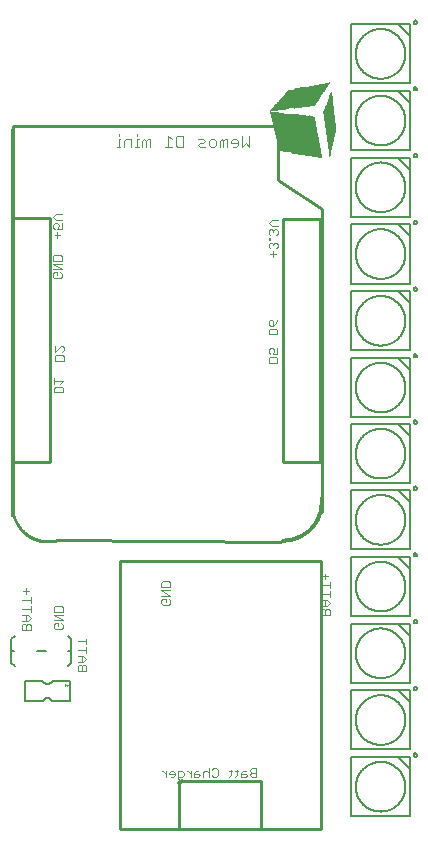
<source format=gbo>
G75*
%MOIN*%
%OFA0B0*%
%FSLAX25Y25*%
%IPPOS*%
%LPD*%
%AMOC8*
5,1,8,0,0,1.08239X$1,22.5*
%
%ADD10C,0.00400*%
%ADD11C,0.00600*%
%ADD12C,0.01000*%
%ADD13C,0.01200*%
%ADD14C,0.00300*%
%ADD15R,0.00030X0.00030*%
%ADD16R,0.00030X0.00060*%
%ADD17R,0.00030X0.00090*%
%ADD18R,0.00030X0.00240*%
%ADD19R,0.00030X0.00120*%
%ADD20R,0.00030X0.00180*%
%ADD21R,0.00030X0.00510*%
%ADD22R,0.00030X0.00540*%
%ADD23R,0.00030X0.00270*%
%ADD24R,0.00030X0.00750*%
%ADD25R,0.00030X0.00810*%
%ADD26R,0.00030X0.00330*%
%ADD27R,0.00030X0.01020*%
%ADD28R,0.00030X0.01080*%
%ADD29R,0.00030X0.00390*%
%ADD30R,0.00030X0.01110*%
%ADD31R,0.00030X0.01350*%
%ADD32R,0.00030X0.00420*%
%ADD33R,0.00030X0.00300*%
%ADD34R,0.00030X0.01560*%
%ADD35R,0.00030X0.00450*%
%ADD36R,0.00030X0.00360*%
%ADD37R,0.00030X0.01860*%
%ADD38R,0.00030X0.00480*%
%ADD39R,0.00030X0.02130*%
%ADD40R,0.00030X0.00570*%
%ADD41R,0.00030X0.00600*%
%ADD42R,0.00030X0.02370*%
%ADD43R,0.00030X0.00630*%
%ADD44R,0.00030X0.02430*%
%ADD45R,0.00030X0.00690*%
%ADD46R,0.00030X0.02670*%
%ADD47R,0.00030X0.00720*%
%ADD48R,0.00030X0.02700*%
%ADD49R,0.00030X0.00780*%
%ADD50R,0.00030X0.02910*%
%ADD51R,0.00030X0.02970*%
%ADD52R,0.00030X0.00840*%
%ADD53R,0.00030X0.03060*%
%ADD54R,0.00030X0.03240*%
%ADD55R,0.00030X0.00840*%
%ADD56R,0.00030X0.03540*%
%ADD57R,0.00030X0.00900*%
%ADD58R,0.00030X0.03810*%
%ADD59R,0.00030X0.00960*%
%ADD60R,0.00030X0.00090*%
%ADD61R,0.00030X0.00870*%
%ADD62R,0.00030X0.04050*%
%ADD63R,0.00030X0.00990*%
%ADD64R,0.00030X0.04020*%
%ADD65R,0.00030X0.01050*%
%ADD66R,0.00030X0.04260*%
%ADD67R,0.00030X0.04290*%
%ADD68R,0.00030X0.04530*%
%ADD69R,0.00030X0.01140*%
%ADD70R,0.00030X0.04590*%
%ADD71R,0.00030X0.01200*%
%ADD72R,0.00030X0.04830*%
%ADD73R,0.00030X0.01230*%
%ADD74R,0.00030X0.04860*%
%ADD75R,0.00030X0.01290*%
%ADD76R,0.00030X0.05040*%
%ADD77R,0.00030X0.05130*%
%ADD78R,0.00030X0.01380*%
%ADD79R,0.00030X0.05400*%
%ADD80R,0.00030X0.01410*%
%ADD81R,0.00030X0.01290*%
%ADD82R,0.00030X0.05700*%
%ADD83R,0.00030X0.01320*%
%ADD84R,0.00030X0.05940*%
%ADD85R,0.00030X0.01470*%
%ADD86R,0.00030X0.05970*%
%ADD87R,0.00030X0.01500*%
%ADD88R,0.00030X0.06240*%
%ADD89R,0.00030X0.01530*%
%ADD90R,0.00030X0.06510*%
%ADD91R,0.00030X0.01590*%
%ADD92R,0.00030X0.01620*%
%ADD93R,0.00030X0.06750*%
%ADD94R,0.00030X0.01680*%
%ADD95R,0.00030X0.06810*%
%ADD96R,0.00030X0.01710*%
%ADD97R,0.00030X0.06960*%
%ADD98R,0.00030X0.01740*%
%ADD99R,0.00030X0.07020*%
%ADD100R,0.00030X0.01800*%
%ADD101R,0.00030X0.01830*%
%ADD102R,0.00030X0.07320*%
%ADD103R,0.00030X0.07290*%
%ADD104R,0.00030X0.07560*%
%ADD105R,0.00030X0.01740*%
%ADD106R,0.00030X0.07860*%
%ADD107R,0.00030X0.01890*%
%ADD108R,0.00030X0.08100*%
%ADD109R,0.00030X0.01950*%
%ADD110R,0.00030X0.08130*%
%ADD111R,0.00030X0.01980*%
%ADD112R,0.00030X0.08400*%
%ADD113R,0.00030X0.02010*%
%ADD114R,0.00030X0.08430*%
%ADD115R,0.00030X0.02040*%
%ADD116R,0.00030X0.08640*%
%ADD117R,0.00030X0.02070*%
%ADD118R,0.00030X0.08670*%
%ADD119R,0.00030X0.02100*%
%ADD120R,0.00030X0.08910*%
%ADD121R,0.00030X0.02160*%
%ADD122R,0.00030X0.08970*%
%ADD123R,0.00030X0.09000*%
%ADD124R,0.00030X0.02220*%
%ADD125R,0.00030X0.09180*%
%ADD126R,0.00030X0.09150*%
%ADD127R,0.00030X0.02310*%
%ADD128R,0.00030X0.09480*%
%ADD129R,0.00030X0.02340*%
%ADD130R,0.00030X0.09720*%
%ADD131R,0.00030X0.10020*%
%ADD132R,0.00030X0.02400*%
%ADD133R,0.00030X0.10260*%
%ADD134R,0.00030X0.02460*%
%ADD135R,0.00030X0.10290*%
%ADD136R,0.00030X0.02490*%
%ADD137R,0.00030X0.10560*%
%ADD138R,0.00030X0.02520*%
%ADD139R,0.00030X0.10590*%
%ADD140R,0.00030X0.02550*%
%ADD141R,0.00030X0.10800*%
%ADD142R,0.00030X0.02610*%
%ADD143R,0.00030X0.10830*%
%ADD144R,0.00030X0.10890*%
%ADD145R,0.00030X0.11130*%
%ADD146R,0.00030X0.02760*%
%ADD147R,0.00030X0.11400*%
%ADD148R,0.00030X0.02820*%
%ADD149R,0.00030X0.11700*%
%ADD150R,0.00030X0.02880*%
%ADD151R,0.00030X0.11940*%
%ADD152R,0.00030X0.11910*%
%ADD153R,0.00030X0.12180*%
%ADD154R,0.00030X0.02940*%
%ADD155R,0.00030X0.12420*%
%ADD156R,0.00030X0.12450*%
%ADD157R,0.00030X0.03030*%
%ADD158R,0.00030X0.12720*%
%ADD159R,0.00030X0.03090*%
%ADD160R,0.00030X0.03120*%
%ADD161R,0.00030X0.12750*%
%ADD162R,0.00030X0.03180*%
%ADD163R,0.00030X0.03210*%
%ADD164R,0.00030X0.12780*%
%ADD165R,0.00030X0.03270*%
%ADD166R,0.00030X0.03330*%
%ADD167R,0.00030X0.03360*%
%ADD168R,0.00030X0.03390*%
%ADD169R,0.00030X0.03420*%
%ADD170R,0.00030X0.03480*%
%ADD171R,0.00030X0.12720*%
%ADD172R,0.00030X0.03540*%
%ADD173R,0.00030X0.03600*%
%ADD174R,0.00030X0.03630*%
%ADD175R,0.00030X0.03660*%
%ADD176R,0.00030X0.03690*%
%ADD177R,0.00030X0.03720*%
%ADD178R,0.00030X0.03780*%
%ADD179R,0.00030X0.03840*%
%ADD180R,0.00030X0.03870*%
%ADD181R,0.00030X0.03930*%
%ADD182R,0.00030X0.03960*%
%ADD183R,0.00030X0.12810*%
%ADD184R,0.00030X0.12840*%
%ADD185R,0.00030X0.03990*%
%ADD186R,0.00030X0.04080*%
%ADD187R,0.00030X0.04110*%
%ADD188R,0.00030X0.04140*%
%ADD189R,0.00030X0.04170*%
%ADD190R,0.00030X0.04230*%
%ADD191R,0.00030X0.04320*%
%ADD192R,0.00030X0.04380*%
%ADD193R,0.00030X0.04440*%
%ADD194R,0.00030X0.04500*%
%ADD195R,0.00030X0.04560*%
%ADD196R,0.00030X0.04590*%
%ADD197R,0.00030X0.04620*%
%ADD198R,0.00030X0.04650*%
%ADD199R,0.00030X0.04680*%
%ADD200R,0.00030X0.04740*%
%ADD201R,0.00030X0.04890*%
%ADD202R,0.00030X0.04950*%
%ADD203R,0.00030X0.05010*%
%ADD204R,0.00030X0.04890*%
%ADD205R,0.00030X0.04920*%
%ADD206R,0.00030X0.05070*%
%ADD207R,0.00030X0.04980*%
%ADD208R,0.00030X0.12870*%
%ADD209R,0.00030X0.05160*%
%ADD210R,0.00030X0.05190*%
%ADD211R,0.00030X0.05250*%
%ADD212R,0.00030X0.05280*%
%ADD213R,0.00030X0.05340*%
%ADD214R,0.00030X0.05460*%
%ADD215R,0.00030X0.05490*%
%ADD216R,0.00030X0.12840*%
%ADD217R,0.00030X0.05520*%
%ADD218R,0.00030X0.05430*%
%ADD219R,0.00030X0.05580*%
%ADD220R,0.00030X0.12900*%
%ADD221R,0.00030X0.05610*%
%ADD222R,0.00030X0.05640*%
%ADD223R,0.00030X0.05670*%
%ADD224R,0.00030X0.05730*%
%ADD225R,0.00030X0.05760*%
%ADD226R,0.00030X0.05820*%
%ADD227R,0.00030X0.12870*%
%ADD228R,0.00030X0.05880*%
%ADD229R,0.00030X0.05910*%
%ADD230R,0.00030X0.05940*%
%ADD231R,0.00030X0.05850*%
%ADD232R,0.00030X0.06000*%
%ADD233R,0.00030X0.06060*%
%ADD234R,0.00030X0.06090*%
%ADD235R,0.00030X0.06120*%
%ADD236R,0.00030X0.06150*%
%ADD237R,0.00030X0.06210*%
%ADD238R,0.00030X0.12930*%
%ADD239R,0.00030X0.12960*%
%ADD240R,0.00030X0.06270*%
%ADD241R,0.00030X0.06270*%
%ADD242R,0.00030X0.13020*%
%ADD243R,0.00030X0.12990*%
%ADD244R,0.00030X0.06300*%
%ADD245R,0.00030X0.06330*%
%ADD246R,0.00030X0.13020*%
%ADD247R,0.00030X0.06360*%
%ADD248R,0.00030X0.13050*%
%ADD249R,0.00030X0.13080*%
%ADD250R,0.00030X0.06390*%
%ADD251R,0.00030X0.13110*%
%ADD252R,0.00030X0.13140*%
%ADD253R,0.00030X0.06420*%
%ADD254R,0.00030X0.06390*%
%ADD255R,0.00030X0.13140*%
%ADD256R,0.00030X0.06450*%
%ADD257R,0.00030X0.13170*%
%ADD258R,0.00030X0.06480*%
%ADD259R,0.00030X0.13200*%
%ADD260R,0.00030X0.13230*%
%ADD261R,0.00030X0.06420*%
%ADD262R,0.00030X0.13170*%
%ADD263R,0.00030X0.13260*%
%ADD264R,0.00030X0.06540*%
%ADD265R,0.00030X0.13290*%
%ADD266R,0.00030X0.06540*%
%ADD267R,0.00030X0.13320*%
%ADD268R,0.00030X0.06600*%
%ADD269R,0.00030X0.06570*%
%ADD270R,0.00030X0.13320*%
%ADD271R,0.00030X0.06630*%
%ADD272R,0.00030X0.13350*%
%ADD273R,0.00030X0.13380*%
%ADD274R,0.00030X0.13410*%
%ADD275R,0.00030X0.06660*%
%ADD276R,0.00030X0.12360*%
%ADD277R,0.00030X0.12330*%
%ADD278R,0.00030X0.12060*%
%ADD279R,0.00030X0.12030*%
%ADD280R,0.00030X0.11670*%
%ADD281R,0.00030X0.06180*%
%ADD282R,0.00030X0.11370*%
%ADD283R,0.00030X0.11340*%
%ADD284R,0.00030X0.10950*%
%ADD285R,0.00030X0.06090*%
%ADD286R,0.00030X0.10650*%
%ADD287R,0.00030X0.10500*%
%ADD288R,0.00030X0.10320*%
%ADD289R,0.00030X0.09990*%
%ADD290R,0.00030X0.05790*%
%ADD291R,0.00030X0.09630*%
%ADD292R,0.00030X0.09600*%
%ADD293R,0.00030X0.05670*%
%ADD294R,0.00030X0.09330*%
%ADD295R,0.00030X0.08940*%
%ADD296R,0.00030X0.08610*%
%ADD297R,0.00030X0.00120*%
%ADD298R,0.00030X0.08670*%
%ADD299R,0.00030X0.08280*%
%ADD300R,0.00030X0.08010*%
%ADD301R,0.00030X0.05370*%
%ADD302R,0.00030X0.07980*%
%ADD303R,0.00030X0.05310*%
%ADD304R,0.00030X0.07950*%
%ADD305R,0.00030X0.07590*%
%ADD306R,0.00030X0.05190*%
%ADD307R,0.00030X0.07260*%
%ADD308R,0.00030X0.05100*%
%ADD309R,0.00030X0.06900*%
%ADD310R,0.00030X0.06870*%
%ADD311R,0.00030X0.06570*%
%ADD312R,0.00030X0.04800*%
%ADD313R,0.00030X0.05550*%
%ADD314R,0.00030X0.04770*%
%ADD315R,0.00030X0.05220*%
%ADD316R,0.00030X0.04470*%
%ADD317R,0.00030X0.04410*%
%ADD318R,0.00030X0.04200*%
%ADD319R,0.00030X0.04350*%
%ADD320R,0.00030X0.03900*%
%ADD321R,0.00030X0.03510*%
%ADD322R,0.00030X0.02790*%
%ADD323R,0.00030X0.02520*%
%ADD324R,0.00030X0.02190*%
%ADD325R,0.00030X0.01890*%
%ADD326R,0.00030X0.03750*%
%ADD327R,0.00030X0.03570*%
%ADD328R,0.00030X0.03450*%
%ADD329R,0.00030X0.00150*%
%ADD330R,0.00030X0.03240*%
%ADD331R,0.00030X0.03150*%
%ADD332R,0.00030X0.02850*%
%ADD333R,0.00030X0.02640*%
%ADD334R,0.00030X0.00570*%
%ADD335R,0.00030X0.00660*%
%ADD336R,0.00030X0.02370*%
%ADD337R,0.00030X0.02280*%
%ADD338R,0.00030X0.02190*%
%ADD339R,0.00030X0.01920*%
%ADD340R,0.00030X0.02580*%
%ADD341R,0.00030X0.01920*%
%ADD342R,0.00030X0.05640*%
%ADD343R,0.00030X0.01650*%
%ADD344R,0.00030X0.01470*%
%ADD345R,0.00030X0.07620*%
%ADD346R,0.00030X0.08310*%
%ADD347R,0.00030X0.08880*%
%ADD348R,0.00030X0.09450*%
%ADD349R,0.00030X0.09570*%
%ADD350R,0.00030X0.01170*%
%ADD351R,0.00030X0.10080*%
%ADD352R,0.00030X0.10200*%
%ADD353R,0.00030X0.10620*%
%ADD354R,0.00030X0.00990*%
%ADD355R,0.00030X0.00930*%
%ADD356R,0.00030X0.11430*%
%ADD357R,0.00030X0.12090*%
%ADD358R,0.00030X0.00870*%
%ADD359R,0.00030X0.12120*%
%ADD360R,0.00030X0.12690*%
%ADD361R,0.00030X0.13950*%
%ADD362R,0.00030X0.13980*%
%ADD363R,0.00030X0.14550*%
%ADD364R,0.00030X0.14670*%
%ADD365R,0.00030X0.15150*%
%ADD366R,0.00030X0.15240*%
%ADD367R,0.00030X0.15930*%
%ADD368R,0.00030X0.15900*%
%ADD369R,0.00030X0.00270*%
%ADD370R,0.00030X0.16500*%
%ADD371R,0.00030X0.17160*%
%ADD372R,0.00030X0.17190*%
%ADD373R,0.00030X0.17730*%
%ADD374R,0.00030X0.17790*%
%ADD375R,0.00030X0.18420*%
%ADD376R,0.00030X0.18480*%
%ADD377R,0.00030X0.18990*%
%ADD378R,0.00030X0.19050*%
%ADD379R,0.00030X0.19560*%
%ADD380R,0.00030X0.19770*%
%ADD381R,0.00030X0.19890*%
%ADD382R,0.00030X0.19710*%
%ADD383R,0.00030X0.19680*%
%ADD384R,0.00030X0.19650*%
%ADD385R,0.00030X0.19470*%
%ADD386R,0.00030X0.19470*%
%ADD387R,0.00030X0.19380*%
%ADD388R,0.00030X0.19410*%
%ADD389R,0.00030X0.19230*%
%ADD390R,0.00030X0.19260*%
%ADD391R,0.00030X0.19140*%
%ADD392R,0.00030X0.19170*%
%ADD393R,0.00030X0.18960*%
%ADD394R,0.00030X0.18930*%
%ADD395R,0.00030X0.18870*%
%ADD396R,0.00030X0.18750*%
%ADD397R,0.00030X0.18780*%
%ADD398R,0.00030X0.18330*%
%ADD399R,0.00030X0.18300*%
%ADD400R,0.00030X0.17370*%
%ADD401R,0.00030X0.17310*%
%ADD402R,0.00030X0.16560*%
%ADD403R,0.00030X0.15540*%
%ADD404R,0.00030X0.14760*%
%ADD405R,0.00030X0.14640*%
%ADD406R,0.00030X0.13800*%
%ADD407R,0.00030X0.13680*%
%ADD408R,0.00030X0.12000*%
%ADD409R,0.00030X0.11220*%
%ADD410R,0.00030X0.11160*%
%ADD411R,0.00030X0.09390*%
%ADD412R,0.00030X0.07800*%
%ADD413R,0.00030X0.07650*%
%ADD414R,0.00030X0.01170*%
%ADD415C,0.00800*%
%ADD416C,0.00500*%
%ADD417C,0.00100*%
D10*
X0210012Y0127581D02*
X0210014Y0127603D01*
X0210019Y0127624D01*
X0210027Y0127645D01*
X0210039Y0127663D01*
X0210053Y0127680D01*
X0210070Y0127694D01*
X0210088Y0127706D01*
X0210109Y0127714D01*
X0210130Y0127719D01*
X0210152Y0127721D01*
D11*
X0113929Y0109450D02*
X0113929Y0238621D01*
D12*
X0114381Y0239566D02*
X0114381Y0127361D01*
X0126586Y0127424D01*
X0126586Y0208857D01*
X0114775Y0208857D01*
X0114381Y0239566D02*
X0202570Y0239566D01*
X0202570Y0239172D02*
X0202570Y0221456D01*
X0217137Y0212007D01*
X0217137Y0110826D01*
X0203554Y0100983D02*
X0128751Y0101377D01*
X0128472Y0101312D01*
X0128192Y0101253D01*
X0127910Y0101201D01*
X0127627Y0101156D01*
X0127342Y0101117D01*
X0127057Y0101086D01*
X0126772Y0101061D01*
X0126486Y0101044D01*
X0126199Y0101033D01*
X0125912Y0101029D01*
X0125626Y0101032D01*
X0125339Y0101042D01*
X0125053Y0101059D01*
X0124767Y0101083D01*
X0124482Y0101114D01*
X0124198Y0101151D01*
X0123915Y0101196D01*
X0123633Y0101247D01*
X0123352Y0101305D01*
X0123073Y0101370D01*
X0122795Y0101442D01*
X0122519Y0101520D01*
X0122246Y0101605D01*
X0121974Y0101696D01*
X0121704Y0101794D01*
X0121437Y0101899D01*
X0121173Y0102010D01*
X0120912Y0102127D01*
X0120653Y0102251D01*
X0120397Y0102381D01*
X0120145Y0102517D01*
X0119896Y0102659D01*
X0119650Y0102807D01*
X0119408Y0102961D01*
X0119170Y0103120D01*
X0118936Y0103286D01*
X0118706Y0103457D01*
X0118480Y0103633D01*
X0118258Y0103815D01*
X0118041Y0104002D01*
X0117829Y0104195D01*
X0117621Y0104392D01*
X0117418Y0104595D01*
X0117220Y0104802D01*
X0117027Y0105014D01*
X0116839Y0105231D01*
X0116657Y0105452D01*
X0116480Y0105677D01*
X0116308Y0105907D01*
X0116142Y0106141D01*
X0115982Y0106378D01*
X0115827Y0106620D01*
X0115678Y0106865D01*
X0115536Y0107114D01*
X0115399Y0107366D01*
X0115269Y0107621D01*
X0115144Y0107879D01*
X0115026Y0108141D01*
X0114915Y0108405D01*
X0114809Y0108671D01*
X0114711Y0108941D01*
X0114618Y0109212D01*
X0114533Y0109486D01*
X0114454Y0109761D01*
X0114381Y0110039D01*
X0114381Y0110038D02*
X0114381Y0127361D01*
X0150011Y0094684D02*
X0216940Y0094684D01*
X0216940Y0005117D01*
X0169696Y0005117D01*
X0169726Y0020550D01*
X0170513Y0021337D02*
X0196891Y0021337D01*
X0196861Y0005511D01*
X0169696Y0005117D02*
X0150011Y0005117D01*
X0150011Y0094684D01*
X0204145Y0127361D02*
X0216743Y0127361D01*
X0216743Y0208464D01*
X0204145Y0208464D01*
X0204145Y0127361D01*
D13*
X0217188Y0113966D02*
X0217182Y0113658D01*
X0217168Y0113351D01*
X0217147Y0113044D01*
X0217119Y0112738D01*
X0217083Y0112433D01*
X0217040Y0112128D01*
X0216989Y0111825D01*
X0216932Y0111523D01*
X0216867Y0111222D01*
X0216794Y0110923D01*
X0216715Y0110626D01*
X0216628Y0110331D01*
X0216534Y0110039D01*
X0216434Y0109748D01*
X0216326Y0109460D01*
X0216211Y0109175D01*
X0216090Y0108892D01*
X0215961Y0108613D01*
X0215826Y0108337D01*
X0215684Y0108064D01*
X0215536Y0107795D01*
X0215381Y0107529D01*
X0215220Y0107267D01*
X0215053Y0107009D01*
X0214879Y0106755D01*
X0214700Y0106506D01*
X0214514Y0106260D01*
X0214323Y0106020D01*
X0214125Y0105784D01*
X0213922Y0105553D01*
X0213714Y0105327D01*
X0213500Y0105106D01*
X0213281Y0104890D01*
X0213057Y0104680D01*
X0212828Y0104475D01*
X0212593Y0104276D01*
X0212355Y0104082D01*
X0212111Y0103894D01*
X0211863Y0103713D01*
X0211611Y0103537D01*
X0211354Y0103367D01*
X0211094Y0103204D01*
X0210830Y0103047D01*
X0210561Y0102896D01*
X0210290Y0102752D01*
X0210015Y0102615D01*
X0209736Y0102484D01*
X0209455Y0102360D01*
X0209171Y0102243D01*
X0208884Y0102132D01*
X0208594Y0102029D01*
X0208302Y0101933D01*
X0208008Y0101844D01*
X0207712Y0101761D01*
X0207413Y0101687D01*
X0207113Y0101619D01*
X0206812Y0101559D01*
X0206509Y0101505D01*
X0206205Y0101460D01*
X0205900Y0101421D01*
X0205594Y0101390D01*
X0205287Y0101367D01*
X0204980Y0101350D01*
X0204673Y0101342D01*
X0204366Y0101340D01*
X0217188Y0113965D02*
X0217188Y0114316D01*
X0217205Y0114318D01*
X0217222Y0114322D01*
X0217238Y0114329D01*
X0217252Y0114339D01*
X0217265Y0114352D01*
X0217275Y0114366D01*
X0217282Y0114382D01*
X0217286Y0114399D01*
X0217288Y0114416D01*
X0217288Y0115416D01*
X0170513Y0021337D02*
X0169726Y0020550D01*
D14*
X0169750Y0021585D02*
X0169266Y0022069D01*
X0169266Y0024487D01*
X0170717Y0024487D01*
X0171201Y0024004D01*
X0171201Y0023036D01*
X0170717Y0022552D01*
X0169266Y0022552D01*
X0169750Y0021585D02*
X0170233Y0021585D01*
X0168254Y0023036D02*
X0168254Y0024004D01*
X0167771Y0024487D01*
X0166803Y0024487D01*
X0166319Y0024004D01*
X0166319Y0023520D01*
X0168254Y0023520D01*
X0168254Y0023036D02*
X0167771Y0022552D01*
X0166803Y0022552D01*
X0165308Y0022552D02*
X0165308Y0024487D01*
X0165308Y0023520D02*
X0164340Y0024487D01*
X0163857Y0024487D01*
X0172205Y0024487D02*
X0172689Y0024487D01*
X0173656Y0023520D01*
X0173656Y0024487D02*
X0173656Y0022552D01*
X0174668Y0022552D02*
X0176119Y0022552D01*
X0176603Y0023036D01*
X0176119Y0023520D01*
X0174668Y0023520D01*
X0174668Y0024004D02*
X0174668Y0022552D01*
X0174668Y0024004D02*
X0175152Y0024487D01*
X0176119Y0024487D01*
X0177614Y0024004D02*
X0177614Y0022552D01*
X0177614Y0024004D02*
X0178098Y0024487D01*
X0179066Y0024487D01*
X0179549Y0024004D01*
X0180561Y0024971D02*
X0181045Y0025455D01*
X0182012Y0025455D01*
X0182496Y0024971D01*
X0182496Y0023036D01*
X0182012Y0022552D01*
X0181045Y0022552D01*
X0180561Y0023036D01*
X0179549Y0022552D02*
X0179549Y0025455D01*
X0186439Y0024487D02*
X0187407Y0024487D01*
X0186923Y0024971D02*
X0186923Y0023036D01*
X0186439Y0022552D01*
X0188404Y0022552D02*
X0188887Y0023036D01*
X0188887Y0024971D01*
X0188404Y0024487D02*
X0189371Y0024487D01*
X0190383Y0024004D02*
X0190383Y0022552D01*
X0191834Y0022552D01*
X0192318Y0023036D01*
X0191834Y0023520D01*
X0190383Y0023520D01*
X0190383Y0024004D02*
X0190866Y0024487D01*
X0191834Y0024487D01*
X0193329Y0024487D02*
X0193813Y0024004D01*
X0195264Y0024004D01*
X0195264Y0025455D02*
X0195264Y0022552D01*
X0193813Y0022552D01*
X0193329Y0023036D01*
X0193329Y0023520D01*
X0193813Y0024004D01*
X0193329Y0024487D02*
X0193329Y0024971D01*
X0193813Y0025455D01*
X0195264Y0025455D01*
X0217003Y0076632D02*
X0217003Y0078083D01*
X0217487Y0078567D01*
X0217971Y0078567D01*
X0218455Y0078083D01*
X0218455Y0076632D01*
X0219906Y0076632D02*
X0219906Y0078083D01*
X0219422Y0078567D01*
X0218938Y0078567D01*
X0218455Y0078083D01*
X0218455Y0079578D02*
X0218455Y0081513D01*
X0218938Y0081513D02*
X0217003Y0081513D01*
X0217003Y0079578D02*
X0218938Y0079578D01*
X0219906Y0080546D01*
X0218938Y0081513D01*
X0219906Y0082525D02*
X0219906Y0084460D01*
X0219906Y0083492D02*
X0217003Y0083492D01*
X0217003Y0086439D02*
X0219906Y0086439D01*
X0219906Y0087406D02*
X0219906Y0085471D01*
X0218455Y0088418D02*
X0218455Y0090353D01*
X0219422Y0089385D02*
X0217487Y0089385D01*
X0217003Y0076632D02*
X0219906Y0076632D01*
X0166647Y0080422D02*
X0166164Y0079938D01*
X0164229Y0079938D01*
X0163745Y0080422D01*
X0163745Y0081389D01*
X0164229Y0081873D01*
X0165196Y0081873D01*
X0165196Y0080906D01*
X0166164Y0081873D02*
X0166647Y0081389D01*
X0166647Y0080422D01*
X0166647Y0082885D02*
X0163745Y0082885D01*
X0163745Y0084820D02*
X0166647Y0084820D01*
X0166647Y0085831D02*
X0166647Y0087282D01*
X0166164Y0087766D01*
X0164229Y0087766D01*
X0163745Y0087282D01*
X0163745Y0085831D01*
X0166647Y0085831D01*
X0166647Y0082885D02*
X0163745Y0084820D01*
X0138735Y0068686D02*
X0138735Y0066751D01*
X0138735Y0067719D02*
X0135833Y0067719D01*
X0135833Y0064772D02*
X0138735Y0064772D01*
X0138735Y0063805D02*
X0138735Y0065740D01*
X0137768Y0062793D02*
X0135833Y0062793D01*
X0137284Y0062793D02*
X0137284Y0060858D01*
X0137768Y0060858D02*
X0135833Y0060858D01*
X0136317Y0059847D02*
X0135833Y0059363D01*
X0135833Y0057912D01*
X0138735Y0057912D01*
X0138735Y0059363D01*
X0138252Y0059847D01*
X0137768Y0059847D01*
X0137284Y0059363D01*
X0137284Y0057912D01*
X0137284Y0059363D02*
X0136800Y0059847D01*
X0136317Y0059847D01*
X0137768Y0060858D02*
X0138735Y0061826D01*
X0137768Y0062793D01*
X0130342Y0071786D02*
X0128408Y0071786D01*
X0127924Y0072269D01*
X0127924Y0073237D01*
X0128408Y0073721D01*
X0129375Y0073721D01*
X0129375Y0072753D01*
X0130342Y0071786D02*
X0130826Y0072269D01*
X0130826Y0073237D01*
X0130342Y0073721D01*
X0130826Y0074732D02*
X0127924Y0076667D01*
X0130826Y0076667D01*
X0130826Y0077679D02*
X0130826Y0079130D01*
X0130342Y0079614D01*
X0128408Y0079614D01*
X0127924Y0079130D01*
X0127924Y0077679D01*
X0130826Y0077679D01*
X0130826Y0074732D02*
X0127924Y0074732D01*
X0120144Y0075583D02*
X0119177Y0076550D01*
X0117242Y0076550D01*
X0118693Y0076550D02*
X0118693Y0074615D01*
X0119177Y0074615D02*
X0120144Y0075583D01*
X0119177Y0074615D02*
X0117242Y0074615D01*
X0117725Y0073604D02*
X0117242Y0073120D01*
X0117242Y0071669D01*
X0120144Y0071669D01*
X0120144Y0073120D01*
X0119660Y0073604D01*
X0119177Y0073604D01*
X0118693Y0073120D01*
X0118693Y0071669D01*
X0118693Y0073120D02*
X0118209Y0073604D01*
X0117725Y0073604D01*
X0120144Y0077562D02*
X0120144Y0079497D01*
X0120144Y0078529D02*
X0117242Y0078529D01*
X0120144Y0080508D02*
X0120144Y0082443D01*
X0120144Y0081476D02*
X0117242Y0081476D01*
X0118693Y0083455D02*
X0118693Y0085390D01*
X0119660Y0084422D02*
X0117725Y0084422D01*
X0128043Y0150698D02*
X0128043Y0152149D01*
X0128527Y0152633D01*
X0130462Y0152633D01*
X0130946Y0152149D01*
X0130946Y0150698D01*
X0128043Y0150698D01*
X0128043Y0153644D02*
X0128043Y0155579D01*
X0128043Y0154612D02*
X0130946Y0154612D01*
X0129978Y0153644D01*
X0131146Y0161334D02*
X0128243Y0161334D01*
X0128243Y0162785D01*
X0128727Y0163269D01*
X0130662Y0163269D01*
X0131146Y0162785D01*
X0131146Y0161334D01*
X0130662Y0164280D02*
X0131146Y0164764D01*
X0131146Y0165732D01*
X0130662Y0166215D01*
X0130178Y0166215D01*
X0128243Y0164280D01*
X0128243Y0166215D01*
X0128049Y0188784D02*
X0127565Y0189267D01*
X0127565Y0190235D01*
X0128049Y0190719D01*
X0129016Y0190719D01*
X0129016Y0189751D01*
X0128049Y0188784D02*
X0129984Y0188784D01*
X0130468Y0189267D01*
X0130468Y0190235D01*
X0129984Y0190719D01*
X0130468Y0191730D02*
X0127565Y0191730D01*
X0127565Y0193665D02*
X0130468Y0193665D01*
X0130468Y0194677D02*
X0130468Y0196128D01*
X0129984Y0196612D01*
X0128049Y0196612D01*
X0127565Y0196128D01*
X0127565Y0194677D01*
X0130468Y0194677D01*
X0130468Y0191730D02*
X0127565Y0193665D01*
X0129107Y0202250D02*
X0129107Y0204185D01*
X0129107Y0205197D02*
X0129591Y0206164D01*
X0129591Y0206648D01*
X0129107Y0207132D01*
X0128139Y0207132D01*
X0127656Y0206648D01*
X0127656Y0205681D01*
X0128139Y0205197D01*
X0129107Y0205197D02*
X0130558Y0205197D01*
X0130558Y0207132D01*
X0130558Y0208144D02*
X0128623Y0208144D01*
X0127656Y0209111D01*
X0128623Y0210078D01*
X0130558Y0210078D01*
X0130074Y0203218D02*
X0128139Y0203218D01*
X0148846Y0232625D02*
X0150080Y0232625D01*
X0149463Y0232625D02*
X0149463Y0235094D01*
X0150080Y0235094D01*
X0151295Y0234477D02*
X0151295Y0232625D01*
X0151295Y0234477D02*
X0151912Y0235094D01*
X0153763Y0235094D01*
X0153763Y0232625D01*
X0154984Y0232625D02*
X0156219Y0232625D01*
X0155602Y0232625D02*
X0155602Y0235094D01*
X0156219Y0235094D01*
X0157433Y0234477D02*
X0157433Y0232625D01*
X0158668Y0232625D02*
X0158668Y0234477D01*
X0158050Y0235094D01*
X0157433Y0234477D01*
X0158668Y0234477D02*
X0159285Y0235094D01*
X0159902Y0235094D01*
X0159902Y0232625D01*
X0164799Y0232625D02*
X0167268Y0232625D01*
X0166034Y0232625D02*
X0166034Y0236329D01*
X0167268Y0235094D01*
X0168483Y0235711D02*
X0168483Y0233243D01*
X0169100Y0232625D01*
X0170951Y0232625D01*
X0170951Y0236329D01*
X0169100Y0236329D01*
X0168483Y0235711D01*
X0175849Y0235094D02*
X0177700Y0235094D01*
X0178318Y0234477D01*
X0177700Y0233860D01*
X0176466Y0233860D01*
X0175849Y0233243D01*
X0176466Y0232625D01*
X0178318Y0232625D01*
X0179532Y0233243D02*
X0179532Y0234477D01*
X0180149Y0235094D01*
X0181384Y0235094D01*
X0182001Y0234477D01*
X0182001Y0233243D01*
X0181384Y0232625D01*
X0180149Y0232625D01*
X0179532Y0233243D01*
X0183215Y0232625D02*
X0183215Y0234477D01*
X0183832Y0235094D01*
X0184450Y0234477D01*
X0184450Y0232625D01*
X0185684Y0232625D02*
X0185684Y0235094D01*
X0185067Y0235094D01*
X0184450Y0234477D01*
X0186898Y0234477D02*
X0186898Y0233860D01*
X0189367Y0233860D01*
X0189367Y0234477D02*
X0188750Y0235094D01*
X0187515Y0235094D01*
X0186898Y0234477D01*
X0187515Y0232625D02*
X0188750Y0232625D01*
X0189367Y0233243D01*
X0189367Y0234477D01*
X0190581Y0232625D02*
X0190581Y0236329D01*
X0193050Y0236329D02*
X0193050Y0232625D01*
X0191816Y0233860D01*
X0190581Y0232625D01*
X0200577Y0208030D02*
X0202512Y0208030D01*
X0200577Y0208030D02*
X0199609Y0207062D01*
X0200577Y0206095D01*
X0202512Y0206095D01*
X0202028Y0205083D02*
X0201544Y0205083D01*
X0201061Y0204599D01*
X0200577Y0205083D01*
X0200093Y0205083D01*
X0199609Y0204599D01*
X0199609Y0203632D01*
X0200093Y0203148D01*
X0200093Y0202159D02*
X0199609Y0202159D01*
X0199609Y0201675D01*
X0200093Y0201675D01*
X0200093Y0202159D01*
X0200093Y0200663D02*
X0199609Y0200180D01*
X0199609Y0199212D01*
X0200093Y0198728D01*
X0201061Y0199696D02*
X0201061Y0200180D01*
X0200577Y0200663D01*
X0200093Y0200663D01*
X0201061Y0200180D02*
X0201544Y0200663D01*
X0202028Y0200663D01*
X0202512Y0200180D01*
X0202512Y0199212D01*
X0202028Y0198728D01*
X0201061Y0197717D02*
X0201061Y0195782D01*
X0202028Y0196749D02*
X0200093Y0196749D01*
X0202028Y0203148D02*
X0202512Y0203632D01*
X0202512Y0204599D01*
X0202028Y0205083D01*
X0201061Y0204599D02*
X0201061Y0204116D01*
X0200470Y0174948D02*
X0199987Y0174948D01*
X0199503Y0174464D01*
X0199503Y0173496D01*
X0199987Y0173013D01*
X0200954Y0173013D01*
X0200954Y0174464D01*
X0200470Y0174948D01*
X0201922Y0173980D02*
X0200954Y0173013D01*
X0201922Y0173980D02*
X0202405Y0174948D01*
X0201922Y0172001D02*
X0199987Y0172001D01*
X0199503Y0171517D01*
X0199503Y0170066D01*
X0202405Y0170066D01*
X0202405Y0171517D01*
X0201922Y0172001D01*
X0202405Y0165499D02*
X0202405Y0163564D01*
X0200954Y0163564D01*
X0201438Y0164531D01*
X0201438Y0165015D01*
X0200954Y0165499D01*
X0199987Y0165499D01*
X0199503Y0165015D01*
X0199503Y0164048D01*
X0199987Y0163564D01*
X0199987Y0162552D02*
X0201922Y0162552D01*
X0202405Y0162069D01*
X0202405Y0160617D01*
X0199503Y0160617D01*
X0199503Y0162069D01*
X0199987Y0162552D01*
X0155602Y0236329D02*
X0155602Y0236946D01*
X0149463Y0236946D02*
X0149463Y0236329D01*
D15*
X0200325Y0244179D03*
X0200295Y0244539D03*
X0202515Y0247059D03*
X0210225Y0252129D03*
X0217665Y0250389D03*
X0220095Y0249369D03*
X0218685Y0245709D03*
X0218085Y0244059D03*
X0218685Y0239469D03*
X0221445Y0243789D03*
X0215415Y0239739D03*
X0213195Y0242829D03*
X0221445Y0235569D03*
X0210765Y0229929D03*
X0205335Y0230829D03*
D16*
X0201045Y0240954D03*
X0200325Y0244554D03*
X0220545Y0250524D03*
D17*
X0219885Y0253719D03*
X0219855Y0253719D03*
X0206265Y0251229D03*
X0206205Y0251169D03*
X0205815Y0250719D03*
X0205755Y0250659D03*
X0205365Y0250209D03*
X0205305Y0250149D03*
X0204225Y0248919D03*
X0202665Y0247179D03*
X0202215Y0246669D03*
X0202155Y0246609D03*
X0202095Y0246549D03*
X0201705Y0246099D03*
X0201195Y0245529D03*
X0201135Y0245469D03*
X0200745Y0245019D03*
X0200685Y0244959D03*
X0200625Y0244869D03*
X0200355Y0244569D03*
D18*
X0200355Y0244074D03*
X0200385Y0244074D03*
D19*
X0200385Y0244584D03*
X0217065Y0249534D03*
D20*
X0219795Y0253674D03*
X0200445Y0244614D03*
X0200415Y0244614D03*
X0217365Y0228894D03*
D21*
X0221985Y0238329D03*
X0219525Y0253449D03*
X0200415Y0243939D03*
D22*
X0200445Y0243924D03*
X0200805Y0244854D03*
X0217305Y0229104D03*
D23*
X0200625Y0244659D03*
X0200505Y0244659D03*
X0200475Y0244659D03*
D24*
X0201135Y0245019D03*
X0200475Y0243819D03*
X0217275Y0229239D03*
D25*
X0217245Y0229269D03*
X0217215Y0229269D03*
X0200505Y0243789D03*
X0201075Y0245019D03*
X0201195Y0245049D03*
D26*
X0200565Y0244689D03*
X0200535Y0244689D03*
X0219705Y0253599D03*
D27*
X0200535Y0243684D03*
D28*
X0200565Y0243654D03*
X0201345Y0245184D03*
X0219135Y0253104D03*
D29*
X0219615Y0253509D03*
X0200595Y0244719D03*
D30*
X0201375Y0245199D03*
X0200595Y0243639D03*
X0219105Y0253089D03*
D31*
X0218925Y0252939D03*
X0218895Y0252939D03*
X0218235Y0243759D03*
X0221895Y0238479D03*
X0201555Y0245319D03*
X0200655Y0243519D03*
X0200625Y0243519D03*
D32*
X0200655Y0244764D03*
X0219645Y0253524D03*
D33*
X0200685Y0244734D03*
D34*
X0201825Y0245484D03*
X0200715Y0243354D03*
X0200685Y0243354D03*
D35*
X0200715Y0244809D03*
X0219585Y0253479D03*
X0222015Y0238329D03*
D36*
X0219675Y0253584D03*
X0200745Y0244764D03*
D37*
X0200745Y0243204D03*
X0200775Y0243204D03*
X0202125Y0245694D03*
X0218535Y0252624D03*
D38*
X0219555Y0253464D03*
X0200775Y0244824D03*
X0217335Y0229044D03*
D39*
X0200835Y0243069D03*
X0200805Y0243069D03*
X0218325Y0252429D03*
D40*
X0200835Y0244869D03*
D41*
X0200865Y0244884D03*
X0219465Y0253404D03*
X0219495Y0253404D03*
D42*
X0202635Y0245979D03*
X0202605Y0245979D03*
X0200865Y0242949D03*
D43*
X0200895Y0244899D03*
D44*
X0200895Y0242919D03*
X0202725Y0246069D03*
X0218055Y0252219D03*
X0218085Y0252219D03*
D45*
X0219405Y0253359D03*
X0200925Y0244929D03*
D46*
X0200925Y0242799D03*
X0202935Y0246189D03*
X0202965Y0246189D03*
D47*
X0200955Y0244944D03*
D48*
X0200955Y0242784D03*
X0217875Y0252084D03*
X0217905Y0252084D03*
D49*
X0219345Y0253314D03*
X0219375Y0253314D03*
X0201015Y0244974D03*
X0200985Y0244974D03*
D50*
X0200985Y0242679D03*
X0203145Y0246309D03*
X0203205Y0246369D03*
D51*
X0203265Y0246399D03*
X0201015Y0242649D03*
D52*
X0201045Y0245004D03*
X0219285Y0253254D03*
D53*
X0221775Y0238764D03*
X0221805Y0238764D03*
X0201045Y0242604D03*
D54*
X0201075Y0242514D03*
X0201105Y0242514D03*
D55*
X0201105Y0245064D03*
D56*
X0201135Y0242364D03*
X0201165Y0242364D03*
D57*
X0201165Y0245094D03*
X0219255Y0253194D03*
D58*
X0217035Y0251379D03*
X0204225Y0246939D03*
X0201225Y0242229D03*
X0201195Y0242229D03*
D59*
X0201225Y0245124D03*
D60*
X0201255Y0245589D03*
X0201645Y0246039D03*
X0205245Y0250089D03*
X0206325Y0251289D03*
D61*
X0201255Y0245079D03*
D62*
X0201255Y0242079D03*
X0204315Y0247059D03*
X0216885Y0251229D03*
X0221715Y0238959D03*
X0221745Y0238959D03*
D63*
X0201285Y0245139D03*
D64*
X0201285Y0242064D03*
D65*
X0201315Y0245169D03*
D66*
X0201315Y0241944D03*
X0216735Y0251124D03*
D67*
X0216705Y0251109D03*
X0204525Y0247179D03*
X0201345Y0241929D03*
D68*
X0201375Y0241809D03*
D69*
X0201405Y0245214D03*
D70*
X0201405Y0241779D03*
X0216465Y0250899D03*
X0216495Y0250899D03*
X0216555Y0231249D03*
D71*
X0217155Y0229464D03*
X0217185Y0229464D03*
X0201435Y0245244D03*
X0219015Y0253044D03*
X0219045Y0253044D03*
D72*
X0216315Y0250779D03*
X0216285Y0250749D03*
X0221685Y0239079D03*
X0216495Y0231429D03*
X0201435Y0241659D03*
X0205035Y0247509D03*
X0205065Y0247509D03*
D73*
X0201465Y0245259D03*
X0218175Y0243789D03*
D74*
X0221655Y0239094D03*
X0216465Y0231444D03*
X0201465Y0241644D03*
D75*
X0201495Y0245289D03*
X0201525Y0245289D03*
D76*
X0201495Y0241554D03*
D77*
X0201525Y0241509D03*
X0201555Y0241509D03*
X0205395Y0247719D03*
D78*
X0201585Y0245334D03*
D79*
X0201585Y0241374D03*
X0201615Y0241374D03*
X0205605Y0247854D03*
X0205635Y0247854D03*
X0215835Y0250344D03*
D80*
X0218835Y0252849D03*
X0201675Y0245409D03*
X0201615Y0245349D03*
D81*
X0201645Y0245319D03*
X0218955Y0252969D03*
X0218985Y0252999D03*
X0221925Y0238479D03*
D82*
X0201675Y0241224D03*
X0201645Y0241224D03*
D83*
X0201705Y0245364D03*
X0218205Y0243774D03*
D84*
X0216285Y0231984D03*
X0216255Y0231984D03*
X0201705Y0241104D03*
D85*
X0201735Y0245439D03*
X0218865Y0252879D03*
D86*
X0215415Y0249999D03*
X0201735Y0241089D03*
D87*
X0201765Y0245454D03*
X0217125Y0229614D03*
X0218775Y0252804D03*
D88*
X0201795Y0240954D03*
X0201765Y0240954D03*
X0216195Y0232134D03*
X0216225Y0232134D03*
D89*
X0217095Y0229629D03*
X0201795Y0245469D03*
D90*
X0201825Y0240819D03*
X0201855Y0240819D03*
X0212265Y0249219D03*
X0212715Y0249279D03*
X0212745Y0249279D03*
X0214995Y0249669D03*
D91*
X0218715Y0252759D03*
X0218745Y0252759D03*
X0201855Y0245499D03*
D92*
X0201885Y0245514D03*
D93*
X0201885Y0240699D03*
D94*
X0201915Y0245544D03*
X0218655Y0252714D03*
D95*
X0201915Y0240669D03*
D96*
X0201945Y0245559D03*
X0218625Y0252699D03*
D97*
X0201945Y0240534D03*
D98*
X0201975Y0245574D03*
X0202095Y0245604D03*
D99*
X0202005Y0240504D03*
X0201975Y0240504D03*
X0218775Y0242424D03*
X0218805Y0242424D03*
D100*
X0218595Y0252654D03*
X0202215Y0245694D03*
X0202005Y0245604D03*
D101*
X0202035Y0245619D03*
X0202065Y0245649D03*
X0218505Y0252579D03*
X0218565Y0252639D03*
D102*
X0202035Y0240354D03*
D103*
X0202065Y0240369D03*
X0216015Y0232719D03*
D104*
X0215985Y0232854D03*
X0221505Y0239574D03*
X0202125Y0240234D03*
X0202095Y0240234D03*
D105*
X0202155Y0245664D03*
D106*
X0202155Y0240084D03*
X0202185Y0240084D03*
D107*
X0202185Y0245739D03*
D108*
X0202215Y0239964D03*
D109*
X0202245Y0245769D03*
D110*
X0202245Y0239949D03*
D111*
X0202275Y0245784D03*
D112*
X0202275Y0239814D03*
D113*
X0202305Y0245799D03*
X0218385Y0252489D03*
X0218415Y0252489D03*
D114*
X0221385Y0239709D03*
X0221415Y0239709D03*
X0202305Y0239799D03*
D115*
X0202335Y0245814D03*
D116*
X0202335Y0239694D03*
D117*
X0202365Y0245829D03*
D118*
X0202365Y0239679D03*
D119*
X0202395Y0245844D03*
X0218355Y0252444D03*
D120*
X0218985Y0241959D03*
X0215715Y0233589D03*
X0202395Y0239559D03*
D121*
X0202425Y0245874D03*
X0202455Y0245874D03*
X0217005Y0229974D03*
D122*
X0202425Y0239529D03*
D123*
X0202455Y0239514D03*
D124*
X0202485Y0245904D03*
X0202515Y0245904D03*
D125*
X0202485Y0239394D03*
D126*
X0202515Y0239379D03*
D127*
X0202545Y0245949D03*
X0202665Y0245949D03*
X0218205Y0252339D03*
D128*
X0202575Y0239214D03*
X0202545Y0239214D03*
D129*
X0202575Y0245964D03*
D130*
X0202605Y0239094D03*
X0202635Y0239094D03*
D131*
X0202665Y0238944D03*
X0202695Y0238944D03*
X0215505Y0234144D03*
D132*
X0202695Y0246054D03*
X0218115Y0252294D03*
X0218145Y0252294D03*
D133*
X0202725Y0238824D03*
D134*
X0202755Y0246084D03*
D135*
X0202755Y0238809D03*
X0215475Y0234279D03*
D136*
X0202785Y0246099D03*
D137*
X0202785Y0238674D03*
D138*
X0202815Y0246114D03*
X0217995Y0252174D03*
X0218025Y0252174D03*
D139*
X0202815Y0238659D03*
D140*
X0202845Y0246129D03*
X0216915Y0230199D03*
D141*
X0202845Y0238554D03*
D142*
X0202875Y0246159D03*
X0202905Y0246159D03*
X0217965Y0252129D03*
D143*
X0219165Y0241509D03*
X0219195Y0241509D03*
X0202875Y0238539D03*
D144*
X0202905Y0238509D03*
D145*
X0202935Y0238389D03*
X0202965Y0238389D03*
D146*
X0202995Y0246234D03*
X0203025Y0246234D03*
D147*
X0203025Y0238254D03*
X0202995Y0238254D03*
D148*
X0203055Y0246264D03*
X0203085Y0246264D03*
X0217815Y0252024D03*
X0217845Y0252024D03*
X0216855Y0230364D03*
D149*
X0203085Y0238104D03*
X0203055Y0238104D03*
D150*
X0203115Y0246294D03*
X0203175Y0246354D03*
X0217725Y0251934D03*
X0217785Y0251994D03*
D151*
X0221175Y0240324D03*
X0203115Y0237984D03*
D152*
X0203145Y0237969D03*
D153*
X0203175Y0237804D03*
X0203205Y0237804D03*
D154*
X0203235Y0246384D03*
X0217665Y0251904D03*
X0217695Y0251904D03*
D155*
X0203235Y0237684D03*
D156*
X0203265Y0237669D03*
D157*
X0203295Y0246429D03*
X0203325Y0246429D03*
X0217605Y0251859D03*
X0217635Y0251859D03*
D158*
X0203385Y0237534D03*
X0203355Y0237534D03*
X0203325Y0237534D03*
X0203295Y0237534D03*
X0214995Y0235584D03*
D159*
X0216825Y0230499D03*
X0203355Y0246459D03*
D160*
X0203385Y0246474D03*
X0203415Y0246474D03*
D161*
X0203415Y0237519D03*
X0203445Y0237519D03*
X0203625Y0237489D03*
X0203655Y0237489D03*
X0203685Y0237489D03*
X0203715Y0237489D03*
X0203775Y0237459D03*
X0203805Y0237459D03*
X0204375Y0237369D03*
X0204405Y0237369D03*
X0204435Y0237369D03*
X0204465Y0237369D03*
X0204495Y0237369D03*
X0204525Y0237369D03*
X0204915Y0237309D03*
X0204945Y0237309D03*
D162*
X0203445Y0246504D03*
X0218385Y0243324D03*
D163*
X0218415Y0243309D03*
X0217515Y0251769D03*
X0203475Y0246519D03*
X0216765Y0230559D03*
X0216795Y0230559D03*
D164*
X0204555Y0237354D03*
X0204165Y0237444D03*
X0204135Y0237444D03*
X0204105Y0237444D03*
X0204075Y0237444D03*
X0204045Y0237444D03*
X0204015Y0237444D03*
X0203985Y0237444D03*
X0203955Y0237444D03*
X0203925Y0237444D03*
X0203895Y0237444D03*
X0203865Y0237444D03*
X0203835Y0237444D03*
X0203595Y0237504D03*
X0203565Y0237504D03*
X0203535Y0237504D03*
X0203505Y0237504D03*
X0203475Y0237504D03*
D165*
X0203505Y0246549D03*
X0203535Y0246549D03*
D166*
X0203565Y0246579D03*
X0217425Y0251709D03*
X0217455Y0251709D03*
D167*
X0203595Y0246594D03*
D168*
X0203625Y0246609D03*
X0217365Y0251649D03*
D169*
X0217395Y0251664D03*
X0217335Y0251604D03*
X0203655Y0246624D03*
D170*
X0203685Y0246654D03*
X0203715Y0246654D03*
X0203745Y0246714D03*
X0203775Y0246714D03*
D171*
X0203745Y0237474D03*
X0215025Y0235554D03*
X0219375Y0241074D03*
D172*
X0217275Y0251544D03*
X0217245Y0251544D03*
X0203835Y0246744D03*
X0203805Y0246744D03*
D173*
X0203865Y0246774D03*
D174*
X0203895Y0246789D03*
D175*
X0203925Y0246804D03*
X0217155Y0251484D03*
X0217185Y0251484D03*
D176*
X0217065Y0251469D03*
X0203955Y0246819D03*
D177*
X0203985Y0246834D03*
D178*
X0204015Y0246864D03*
X0204045Y0246864D03*
D179*
X0204075Y0246894D03*
X0218445Y0243174D03*
X0218475Y0243174D03*
D180*
X0217005Y0251319D03*
X0216975Y0251319D03*
X0204105Y0246909D03*
D181*
X0204135Y0246939D03*
X0204165Y0246939D03*
D182*
X0204195Y0246984D03*
X0216945Y0251274D03*
D183*
X0205665Y0237219D03*
X0205635Y0237219D03*
X0205605Y0237219D03*
X0205575Y0237219D03*
X0205545Y0237219D03*
X0205335Y0237279D03*
X0205305Y0237279D03*
X0205275Y0237279D03*
X0205245Y0237279D03*
X0205215Y0237279D03*
X0205185Y0237279D03*
X0205155Y0237279D03*
X0205125Y0237279D03*
X0205095Y0237279D03*
X0205065Y0237279D03*
X0205035Y0237279D03*
X0205005Y0237279D03*
X0204975Y0237279D03*
X0204885Y0237339D03*
X0204855Y0237339D03*
X0204825Y0237339D03*
X0204795Y0237339D03*
X0204765Y0237339D03*
X0204735Y0237339D03*
X0204705Y0237339D03*
X0204675Y0237339D03*
X0204645Y0237339D03*
X0204615Y0237339D03*
X0204585Y0237339D03*
X0204345Y0237399D03*
X0204315Y0237399D03*
X0204285Y0237399D03*
X0204195Y0237429D03*
D184*
X0204225Y0237414D03*
X0204255Y0237414D03*
D185*
X0204255Y0247029D03*
X0204285Y0247029D03*
X0216915Y0251259D03*
D186*
X0216855Y0251214D03*
X0204345Y0247074D03*
D187*
X0204375Y0247089D03*
X0216825Y0251199D03*
D188*
X0204405Y0247104D03*
D189*
X0204435Y0247119D03*
X0216795Y0251169D03*
D190*
X0216765Y0251139D03*
X0204495Y0247149D03*
X0204465Y0247149D03*
X0216585Y0231069D03*
D191*
X0204555Y0247194D03*
D192*
X0204585Y0247224D03*
X0204615Y0247224D03*
D193*
X0204645Y0247254D03*
X0204675Y0247254D03*
D194*
X0204705Y0247284D03*
X0204735Y0247284D03*
X0216525Y0250944D03*
X0218535Y0243024D03*
D195*
X0216525Y0231294D03*
X0204765Y0247314D03*
X0204795Y0247344D03*
X0204825Y0247374D03*
D196*
X0204855Y0247389D03*
D197*
X0204885Y0247404D03*
D198*
X0204915Y0247419D03*
X0216435Y0250869D03*
D199*
X0216405Y0250854D03*
X0204945Y0247434D03*
D200*
X0204975Y0247464D03*
X0205005Y0247464D03*
D201*
X0205095Y0247539D03*
X0205125Y0247539D03*
D202*
X0205155Y0247569D03*
X0205185Y0247569D03*
D203*
X0205215Y0247599D03*
X0205275Y0247659D03*
X0216135Y0250629D03*
X0216165Y0250629D03*
D204*
X0205245Y0247569D03*
D205*
X0205305Y0247614D03*
X0216195Y0250674D03*
X0216225Y0250674D03*
D206*
X0218565Y0242889D03*
X0205335Y0247689D03*
D207*
X0205365Y0247644D03*
D208*
X0205365Y0237249D03*
X0205395Y0237249D03*
X0205425Y0237249D03*
X0205455Y0237249D03*
X0205485Y0237249D03*
X0205515Y0237249D03*
X0205755Y0237189D03*
X0206115Y0237129D03*
X0206145Y0237129D03*
D209*
X0205425Y0247734D03*
X0216045Y0250554D03*
D210*
X0205455Y0247749D03*
D211*
X0205485Y0247779D03*
X0215955Y0250479D03*
X0215985Y0250479D03*
X0216405Y0231639D03*
D212*
X0205515Y0247794D03*
D213*
X0205545Y0247824D03*
X0205575Y0247824D03*
X0215775Y0250374D03*
D214*
X0205815Y0247914D03*
X0205665Y0247884D03*
D215*
X0205695Y0247899D03*
X0215745Y0250299D03*
D216*
X0205725Y0237204D03*
X0205695Y0237204D03*
D217*
X0205725Y0247914D03*
X0216375Y0231774D03*
D218*
X0205755Y0247869D03*
X0215805Y0250329D03*
X0215865Y0250389D03*
D219*
X0215715Y0250254D03*
X0215685Y0250254D03*
X0205785Y0247944D03*
D220*
X0205785Y0237174D03*
X0205815Y0237174D03*
X0205845Y0237174D03*
X0205875Y0237174D03*
X0205905Y0237174D03*
X0205935Y0237174D03*
X0205965Y0237174D03*
X0205995Y0237174D03*
X0206025Y0237174D03*
X0206055Y0237174D03*
X0206175Y0237114D03*
X0206205Y0237114D03*
X0206235Y0237114D03*
X0206265Y0237114D03*
X0206295Y0237114D03*
X0206325Y0237114D03*
X0206355Y0237114D03*
X0206385Y0237114D03*
X0206415Y0237114D03*
X0206445Y0237114D03*
X0206475Y0237114D03*
X0206745Y0237054D03*
X0206775Y0237054D03*
X0206805Y0237054D03*
X0206835Y0237054D03*
X0206865Y0237054D03*
D221*
X0205845Y0247989D03*
X0205875Y0248019D03*
X0205905Y0248049D03*
D222*
X0205935Y0248064D03*
D223*
X0205965Y0248079D03*
D224*
X0205995Y0248109D03*
D225*
X0206025Y0248124D03*
X0215595Y0250164D03*
D226*
X0215505Y0250074D03*
X0206085Y0248154D03*
X0206055Y0248154D03*
X0221625Y0239274D03*
D227*
X0206085Y0237159D03*
D228*
X0206115Y0248184D03*
X0218685Y0242694D03*
D229*
X0215475Y0250029D03*
X0215445Y0250029D03*
X0206325Y0248259D03*
X0206265Y0248199D03*
X0206145Y0248199D03*
D230*
X0206175Y0248214D03*
D231*
X0206205Y0248169D03*
X0215535Y0250119D03*
X0221595Y0239259D03*
D232*
X0215385Y0249984D03*
X0215355Y0249984D03*
X0206235Y0248244D03*
D233*
X0206295Y0248274D03*
X0206355Y0248334D03*
D234*
X0206385Y0248349D03*
D235*
X0206415Y0248364D03*
X0215295Y0249924D03*
D236*
X0206445Y0248379D03*
D237*
X0206475Y0248409D03*
X0206505Y0248409D03*
X0206535Y0248409D03*
X0206565Y0248409D03*
X0206595Y0248409D03*
X0206625Y0248409D03*
X0206655Y0248409D03*
X0206685Y0248409D03*
X0206715Y0248409D03*
X0206745Y0248409D03*
X0206775Y0248409D03*
X0206925Y0248469D03*
X0206955Y0248469D03*
X0206985Y0248469D03*
X0207015Y0248469D03*
X0207045Y0248469D03*
X0207075Y0248469D03*
X0207105Y0248469D03*
X0207135Y0248469D03*
X0207165Y0248469D03*
X0207195Y0248469D03*
X0207405Y0248529D03*
X0207435Y0248529D03*
X0207465Y0248529D03*
X0207495Y0248529D03*
X0207525Y0248529D03*
D238*
X0206505Y0237099D03*
X0206895Y0237039D03*
X0207255Y0237009D03*
X0214965Y0235719D03*
X0221115Y0240519D03*
D239*
X0208035Y0236904D03*
X0208005Y0236904D03*
X0207975Y0236904D03*
X0207945Y0236904D03*
X0207915Y0236904D03*
X0207645Y0236964D03*
X0207615Y0236964D03*
X0207585Y0236964D03*
X0207555Y0236964D03*
X0207525Y0236964D03*
X0207495Y0236964D03*
X0207465Y0236964D03*
X0207435Y0236964D03*
X0207405Y0236964D03*
X0207375Y0236964D03*
X0207345Y0236964D03*
X0207315Y0236964D03*
X0207285Y0236994D03*
X0207225Y0237024D03*
X0207195Y0237024D03*
X0207165Y0237024D03*
X0207135Y0237024D03*
X0207105Y0237024D03*
X0207075Y0237024D03*
X0207045Y0237024D03*
X0207015Y0237024D03*
X0206985Y0237024D03*
X0206955Y0237024D03*
X0206925Y0237024D03*
X0206715Y0237084D03*
X0206685Y0237084D03*
X0206655Y0237084D03*
X0206625Y0237084D03*
X0206595Y0237084D03*
X0206565Y0237084D03*
X0206535Y0237084D03*
D240*
X0206805Y0248439D03*
X0206835Y0248439D03*
X0206865Y0248439D03*
X0206895Y0248439D03*
X0207225Y0248499D03*
X0207255Y0248499D03*
X0207285Y0248499D03*
X0207315Y0248499D03*
X0207345Y0248499D03*
X0207375Y0248499D03*
D241*
X0207555Y0248559D03*
X0207585Y0248559D03*
X0207615Y0248559D03*
X0207645Y0248559D03*
X0207675Y0248559D03*
X0207705Y0248559D03*
X0207735Y0248559D03*
X0207765Y0248559D03*
X0207795Y0248559D03*
X0207825Y0248559D03*
X0207855Y0248559D03*
X0207885Y0248559D03*
X0208005Y0248619D03*
D242*
X0207855Y0236934D03*
X0207825Y0236934D03*
X0207795Y0236934D03*
X0207765Y0236934D03*
X0207735Y0236934D03*
X0207705Y0236934D03*
X0207675Y0236934D03*
X0208545Y0236784D03*
X0208575Y0236784D03*
X0208605Y0236784D03*
X0208635Y0236784D03*
X0208665Y0236784D03*
X0208695Y0236784D03*
X0208725Y0236784D03*
X0208755Y0236784D03*
X0208785Y0236784D03*
X0208815Y0236784D03*
D243*
X0208515Y0236799D03*
X0208395Y0236859D03*
X0208365Y0236859D03*
X0207885Y0236919D03*
X0221085Y0240519D03*
D244*
X0215205Y0249834D03*
X0215175Y0249834D03*
X0208695Y0248694D03*
X0208665Y0248694D03*
X0208635Y0248694D03*
X0208605Y0248694D03*
X0208575Y0248694D03*
X0208545Y0248694D03*
X0208515Y0248694D03*
X0208485Y0248694D03*
X0208275Y0248634D03*
X0208245Y0248634D03*
X0208215Y0248634D03*
X0208185Y0248634D03*
X0208155Y0248634D03*
X0208125Y0248634D03*
X0208095Y0248634D03*
X0208065Y0248634D03*
X0208035Y0248634D03*
X0207945Y0248574D03*
X0207915Y0248574D03*
D245*
X0207975Y0248589D03*
X0208305Y0248649D03*
X0208425Y0248679D03*
X0208455Y0248679D03*
X0209025Y0248739D03*
X0210135Y0248919D03*
X0210165Y0248919D03*
X0210195Y0248919D03*
X0210225Y0248919D03*
D246*
X0208335Y0236874D03*
X0208305Y0236874D03*
X0208275Y0236874D03*
X0208245Y0236874D03*
X0208215Y0236874D03*
X0208185Y0236874D03*
X0208155Y0236874D03*
X0208125Y0236874D03*
X0208095Y0236874D03*
X0208065Y0236874D03*
X0208485Y0236814D03*
X0209115Y0236724D03*
X0209145Y0236724D03*
X0209175Y0236724D03*
X0214905Y0235764D03*
X0214935Y0235764D03*
D247*
X0218715Y0242574D03*
X0218745Y0242574D03*
X0215145Y0249804D03*
X0209775Y0248844D03*
X0209745Y0248844D03*
X0209715Y0248844D03*
X0209685Y0248844D03*
X0209655Y0248844D03*
X0209625Y0248844D03*
X0209595Y0248844D03*
X0209565Y0248844D03*
X0209535Y0248844D03*
X0209445Y0248784D03*
X0209415Y0248784D03*
X0209385Y0248784D03*
X0209355Y0248784D03*
X0209325Y0248784D03*
X0209295Y0248784D03*
X0209265Y0248784D03*
X0209235Y0248784D03*
X0209205Y0248784D03*
X0209175Y0248784D03*
X0209145Y0248784D03*
X0209115Y0248784D03*
X0209085Y0248784D03*
X0209055Y0248784D03*
X0208995Y0248724D03*
X0208965Y0248724D03*
X0208935Y0248724D03*
X0208905Y0248724D03*
X0208875Y0248724D03*
X0208845Y0248724D03*
X0208815Y0248724D03*
X0208785Y0248724D03*
X0208755Y0248724D03*
X0208725Y0248724D03*
X0208395Y0248664D03*
X0208365Y0248664D03*
X0208335Y0248664D03*
D248*
X0208425Y0236829D03*
X0208455Y0236829D03*
X0208845Y0236769D03*
X0209205Y0236709D03*
X0209235Y0236709D03*
D249*
X0209265Y0236694D03*
X0209295Y0236694D03*
X0209325Y0236694D03*
X0209355Y0236694D03*
X0209385Y0236694D03*
X0209415Y0236694D03*
X0209445Y0236694D03*
X0209475Y0236694D03*
X0209505Y0236694D03*
X0209535Y0236694D03*
X0209565Y0236694D03*
X0209685Y0236634D03*
X0209715Y0236634D03*
X0209745Y0236634D03*
X0209775Y0236634D03*
X0209805Y0236634D03*
X0209835Y0236634D03*
X0209865Y0236634D03*
X0209895Y0236634D03*
X0209925Y0236634D03*
X0209955Y0236634D03*
X0210285Y0236574D03*
X0210315Y0236574D03*
X0210345Y0236574D03*
X0209085Y0236754D03*
X0209055Y0236754D03*
X0209025Y0236754D03*
X0208995Y0236754D03*
X0208965Y0236754D03*
X0208935Y0236754D03*
X0208905Y0236754D03*
X0208875Y0236754D03*
D250*
X0209475Y0248829D03*
X0209505Y0248829D03*
X0210255Y0248949D03*
X0210285Y0248949D03*
X0210315Y0248949D03*
X0210345Y0248949D03*
X0210375Y0248949D03*
X0210405Y0248949D03*
X0210435Y0248949D03*
X0210465Y0248949D03*
X0210495Y0248949D03*
X0210525Y0248949D03*
D251*
X0209595Y0236679D03*
X0209655Y0236649D03*
X0209985Y0236619D03*
D252*
X0209625Y0236664D03*
D253*
X0209805Y0248874D03*
X0209835Y0248874D03*
X0209865Y0248874D03*
X0209895Y0248874D03*
X0209925Y0248874D03*
X0209955Y0248874D03*
X0209985Y0248874D03*
X0210615Y0249024D03*
X0210645Y0249024D03*
X0210675Y0249024D03*
X0210705Y0249024D03*
X0210735Y0249024D03*
X0210765Y0249024D03*
X0210795Y0249024D03*
X0210825Y0249024D03*
X0210855Y0249024D03*
X0210885Y0249024D03*
X0210915Y0249024D03*
X0210945Y0249024D03*
X0215055Y0249714D03*
D254*
X0215115Y0249789D03*
X0210105Y0248889D03*
X0210075Y0248889D03*
X0210045Y0248889D03*
X0210015Y0248889D03*
D255*
X0210015Y0236604D03*
X0210045Y0236604D03*
X0210075Y0236604D03*
X0210105Y0236604D03*
X0210135Y0236604D03*
X0210165Y0236604D03*
X0210195Y0236604D03*
X0210225Y0236604D03*
X0210255Y0236604D03*
X0210375Y0236544D03*
X0210405Y0236544D03*
X0210435Y0236544D03*
X0210465Y0236544D03*
X0210495Y0236544D03*
X0210525Y0236544D03*
X0210555Y0236544D03*
X0210585Y0236544D03*
X0210615Y0236544D03*
X0210645Y0236544D03*
X0210675Y0236544D03*
X0210705Y0236544D03*
X0210735Y0236544D03*
X0210765Y0236544D03*
X0210885Y0236484D03*
X0210915Y0236484D03*
X0210945Y0236484D03*
X0210975Y0236484D03*
X0211005Y0236484D03*
X0211035Y0236484D03*
X0211065Y0236484D03*
X0211095Y0236484D03*
X0211125Y0236484D03*
D256*
X0210585Y0248979D03*
X0210555Y0248979D03*
X0210975Y0249039D03*
X0211005Y0249039D03*
X0211305Y0249099D03*
X0211665Y0249129D03*
D257*
X0210855Y0236499D03*
X0210825Y0236499D03*
X0210795Y0236499D03*
D258*
X0211035Y0249054D03*
X0211065Y0249054D03*
X0211095Y0249054D03*
X0211125Y0249054D03*
X0211155Y0249054D03*
X0211185Y0249054D03*
X0211335Y0249114D03*
X0211365Y0249114D03*
X0211395Y0249114D03*
X0211425Y0249114D03*
X0211455Y0249114D03*
X0211485Y0249114D03*
X0211515Y0249114D03*
X0211545Y0249114D03*
X0211575Y0249114D03*
X0211605Y0249114D03*
X0211635Y0249114D03*
X0211755Y0249174D03*
X0211785Y0249174D03*
X0211815Y0249174D03*
X0211845Y0249174D03*
X0211875Y0249174D03*
X0211905Y0249174D03*
X0211935Y0249174D03*
X0211965Y0249174D03*
X0211995Y0249174D03*
X0212025Y0249174D03*
X0212055Y0249174D03*
X0212295Y0249234D03*
X0212325Y0249234D03*
X0212355Y0249234D03*
X0212385Y0249234D03*
X0212415Y0249234D03*
X0212445Y0249234D03*
X0212475Y0249234D03*
X0212775Y0249294D03*
X0212805Y0249294D03*
X0215025Y0249684D03*
X0215085Y0249744D03*
D259*
X0212655Y0236244D03*
X0211575Y0236394D03*
X0211545Y0236394D03*
X0211425Y0236424D03*
X0211155Y0236454D03*
D260*
X0211185Y0236439D03*
X0211215Y0236439D03*
X0211245Y0236439D03*
X0211275Y0236439D03*
X0211305Y0236439D03*
X0211335Y0236439D03*
X0211365Y0236439D03*
X0211395Y0236439D03*
X0211605Y0236379D03*
X0211635Y0236379D03*
X0211665Y0236379D03*
X0211695Y0236379D03*
X0211725Y0236379D03*
X0211755Y0236379D03*
X0211785Y0236379D03*
X0211815Y0236379D03*
X0211845Y0236379D03*
X0211875Y0236379D03*
X0211905Y0236379D03*
X0212055Y0236319D03*
X0212085Y0236319D03*
X0212115Y0236319D03*
X0212145Y0236319D03*
X0212175Y0236319D03*
X0212205Y0236319D03*
X0212235Y0236319D03*
X0212265Y0236319D03*
X0212295Y0236319D03*
X0212625Y0236259D03*
X0212685Y0236229D03*
D261*
X0211275Y0249084D03*
X0211245Y0249084D03*
X0211215Y0249084D03*
X0211695Y0249144D03*
X0211725Y0249144D03*
D262*
X0211515Y0236409D03*
X0211485Y0236409D03*
X0211455Y0236409D03*
D263*
X0211935Y0236334D03*
X0211965Y0236334D03*
X0211995Y0236334D03*
X0212025Y0236334D03*
X0212325Y0236304D03*
X0212565Y0236274D03*
X0212595Y0236274D03*
X0212715Y0236214D03*
X0212745Y0236214D03*
X0212775Y0236214D03*
X0212805Y0236214D03*
X0212835Y0236214D03*
X0212865Y0236214D03*
X0212895Y0236214D03*
X0212925Y0236214D03*
X0212955Y0236214D03*
X0212985Y0236214D03*
X0213015Y0236214D03*
X0213045Y0236214D03*
X0213075Y0236214D03*
X0213195Y0236154D03*
X0213225Y0236154D03*
X0213255Y0236154D03*
X0213285Y0236154D03*
X0213315Y0236154D03*
X0213345Y0236154D03*
X0213375Y0236154D03*
X0213405Y0236154D03*
X0213435Y0236154D03*
X0213795Y0236094D03*
X0213825Y0236094D03*
X0213855Y0236094D03*
D264*
X0212235Y0249204D03*
X0212205Y0249204D03*
X0212175Y0249204D03*
X0212145Y0249204D03*
X0212115Y0249204D03*
X0212085Y0249204D03*
X0212835Y0249324D03*
X0212865Y0249324D03*
X0212895Y0249324D03*
X0212925Y0249324D03*
X0212955Y0249324D03*
X0212985Y0249324D03*
X0213015Y0249324D03*
X0213045Y0249324D03*
X0213075Y0249324D03*
X0213105Y0249324D03*
X0213135Y0249324D03*
X0213165Y0249324D03*
X0213195Y0249324D03*
X0213225Y0249324D03*
X0213855Y0249474D03*
X0213885Y0249474D03*
X0213915Y0249474D03*
X0213945Y0249474D03*
X0213975Y0249474D03*
D265*
X0212535Y0236289D03*
X0212505Y0236289D03*
X0212475Y0236289D03*
X0212445Y0236289D03*
X0212415Y0236289D03*
X0212385Y0236289D03*
X0212355Y0236289D03*
D266*
X0212505Y0249264D03*
X0212535Y0249264D03*
X0212565Y0249264D03*
X0212595Y0249264D03*
X0212625Y0249264D03*
X0212655Y0249264D03*
X0212685Y0249264D03*
D267*
X0213105Y0236184D03*
X0213135Y0236184D03*
X0213165Y0236184D03*
D268*
X0216135Y0232374D03*
X0213285Y0249354D03*
X0213255Y0249354D03*
X0213315Y0249384D03*
X0213345Y0249384D03*
X0213585Y0249414D03*
X0213765Y0249444D03*
X0213795Y0249444D03*
X0213825Y0249444D03*
X0214035Y0249504D03*
X0214065Y0249504D03*
X0214095Y0249504D03*
X0214125Y0249504D03*
X0214155Y0249504D03*
X0214185Y0249504D03*
X0214215Y0249504D03*
X0214245Y0249504D03*
X0214275Y0249504D03*
X0214305Y0249504D03*
X0214425Y0249564D03*
X0214455Y0249564D03*
X0214485Y0249564D03*
X0214515Y0249564D03*
X0214545Y0249564D03*
X0214575Y0249564D03*
X0214605Y0249564D03*
X0214635Y0249564D03*
X0214665Y0249564D03*
X0214695Y0249564D03*
X0214725Y0249564D03*
X0214965Y0249624D03*
D269*
X0214005Y0249489D03*
X0213555Y0249399D03*
X0213525Y0249399D03*
X0213495Y0249399D03*
X0213465Y0249399D03*
X0213435Y0249399D03*
X0213405Y0249399D03*
X0213375Y0249399D03*
X0221565Y0239379D03*
D270*
X0219405Y0240924D03*
X0213945Y0236064D03*
X0213915Y0236064D03*
X0213885Y0236064D03*
X0213765Y0236124D03*
X0213735Y0236124D03*
X0213705Y0236124D03*
X0213675Y0236124D03*
X0213645Y0236124D03*
X0213615Y0236124D03*
X0213585Y0236124D03*
X0213555Y0236124D03*
X0213525Y0236124D03*
X0213495Y0236124D03*
X0213465Y0236124D03*
D271*
X0221535Y0239409D03*
X0214935Y0249609D03*
X0214755Y0249579D03*
X0214335Y0249519D03*
X0213735Y0249429D03*
X0213705Y0249429D03*
X0213675Y0249429D03*
X0213645Y0249429D03*
X0213615Y0249429D03*
D272*
X0213975Y0236049D03*
X0214005Y0236049D03*
X0214035Y0236049D03*
X0214065Y0236049D03*
X0214095Y0236049D03*
X0214125Y0236049D03*
X0214155Y0236049D03*
X0214185Y0236049D03*
X0214215Y0236049D03*
X0214395Y0235989D03*
X0214425Y0235989D03*
X0214455Y0235989D03*
X0214485Y0235989D03*
X0214515Y0235989D03*
X0214545Y0235989D03*
X0214575Y0235989D03*
X0214605Y0235989D03*
D273*
X0214635Y0235974D03*
X0214665Y0235974D03*
X0214365Y0236004D03*
X0214245Y0236034D03*
D274*
X0214275Y0236019D03*
X0214305Y0236019D03*
X0214335Y0236019D03*
X0214695Y0235959D03*
X0214725Y0235959D03*
X0214755Y0235959D03*
X0214785Y0235959D03*
X0214815Y0235959D03*
X0214845Y0235959D03*
X0214875Y0235959D03*
X0219435Y0240909D03*
D275*
X0214905Y0249594D03*
X0214875Y0249594D03*
X0214845Y0249594D03*
X0214815Y0249594D03*
X0214785Y0249594D03*
X0214395Y0249534D03*
X0214365Y0249534D03*
D276*
X0215055Y0235374D03*
D277*
X0215085Y0235359D03*
D278*
X0215115Y0235224D03*
D279*
X0215145Y0235209D03*
D280*
X0215175Y0235029D03*
X0215205Y0235029D03*
D281*
X0215235Y0249894D03*
X0215265Y0249894D03*
D282*
X0215235Y0234879D03*
D283*
X0215265Y0234864D03*
D284*
X0215295Y0234669D03*
X0215325Y0234669D03*
D285*
X0215325Y0249939D03*
D286*
X0215355Y0234519D03*
X0215385Y0234519D03*
D287*
X0215415Y0234414D03*
D288*
X0215445Y0234294D03*
D289*
X0215535Y0234129D03*
D290*
X0218655Y0242709D03*
X0215565Y0250149D03*
D291*
X0215565Y0233949D03*
D292*
X0215595Y0233934D03*
D293*
X0215625Y0250209D03*
X0215655Y0250209D03*
D294*
X0215655Y0233799D03*
X0215625Y0233799D03*
D295*
X0215685Y0233604D03*
D296*
X0215745Y0233439D03*
D297*
X0215775Y0247614D03*
X0216675Y0248964D03*
D298*
X0215775Y0233409D03*
D299*
X0215805Y0233214D03*
X0215835Y0233214D03*
X0218895Y0242124D03*
D300*
X0215865Y0233079D03*
D301*
X0215895Y0250419D03*
D302*
X0215895Y0233064D03*
D303*
X0215925Y0250449D03*
D304*
X0215925Y0233049D03*
D305*
X0215955Y0232869D03*
D306*
X0216015Y0250539D03*
D307*
X0216045Y0232704D03*
D308*
X0218595Y0242874D03*
X0216105Y0250584D03*
X0216075Y0250584D03*
D309*
X0216075Y0232524D03*
D310*
X0216105Y0232509D03*
D311*
X0216165Y0232359D03*
D312*
X0216255Y0250734D03*
D313*
X0216315Y0231789D03*
X0216345Y0231789D03*
D314*
X0216345Y0250809D03*
X0216375Y0250809D03*
D315*
X0216435Y0231624D03*
D316*
X0216555Y0250959D03*
D317*
X0216585Y0250989D03*
X0216615Y0251019D03*
X0218505Y0243039D03*
D318*
X0216675Y0251154D03*
X0216615Y0231054D03*
D319*
X0216645Y0251079D03*
D320*
X0216645Y0230904D03*
X0216675Y0230904D03*
D321*
X0216705Y0230709D03*
X0216735Y0230709D03*
D322*
X0216885Y0230349D03*
D323*
X0216945Y0230184D03*
D324*
X0216975Y0229989D03*
D325*
X0217035Y0229809D03*
X0217065Y0229809D03*
D326*
X0217095Y0251439D03*
X0217125Y0251439D03*
D327*
X0217215Y0251529D03*
D328*
X0217305Y0251589D03*
D329*
X0219825Y0253689D03*
X0217395Y0228879D03*
D330*
X0217485Y0251754D03*
D331*
X0217545Y0251799D03*
X0217575Y0251799D03*
D332*
X0217755Y0251949D03*
D333*
X0217935Y0252114D03*
D334*
X0218115Y0243939D03*
D335*
X0218145Y0243924D03*
X0219435Y0253374D03*
D336*
X0218175Y0252309D03*
D337*
X0218235Y0252354D03*
X0221835Y0238644D03*
X0221865Y0238644D03*
D338*
X0218295Y0252399D03*
X0218265Y0252399D03*
D339*
X0218265Y0243624D03*
X0218295Y0243624D03*
D340*
X0218325Y0243474D03*
X0218355Y0243474D03*
D341*
X0218445Y0252534D03*
X0218475Y0252534D03*
D342*
X0218625Y0242754D03*
D343*
X0218685Y0252729D03*
D344*
X0218805Y0252819D03*
D345*
X0218835Y0242274D03*
X0218865Y0242274D03*
D346*
X0218925Y0242109D03*
D347*
X0218955Y0241974D03*
D348*
X0219015Y0241839D03*
D349*
X0219045Y0241809D03*
D350*
X0219075Y0253059D03*
D351*
X0219075Y0241674D03*
D352*
X0219105Y0241674D03*
X0221265Y0240024D03*
X0221295Y0240024D03*
D353*
X0219135Y0241584D03*
D354*
X0219165Y0253149D03*
X0219195Y0253149D03*
D355*
X0219225Y0253179D03*
D356*
X0219225Y0241389D03*
X0219255Y0241389D03*
D357*
X0219285Y0241209D03*
D358*
X0219315Y0253269D03*
D359*
X0219315Y0241224D03*
D360*
X0219345Y0241089D03*
D361*
X0219465Y0240789D03*
D362*
X0219495Y0240774D03*
D363*
X0219525Y0240639D03*
D364*
X0219555Y0240609D03*
D365*
X0219585Y0240489D03*
D366*
X0219615Y0240474D03*
X0219645Y0240474D03*
D367*
X0219675Y0240309D03*
D368*
X0219705Y0240324D03*
D369*
X0219735Y0253629D03*
X0219765Y0253629D03*
D370*
X0219765Y0240174D03*
X0219735Y0240174D03*
D371*
X0219795Y0240024D03*
D372*
X0219825Y0240009D03*
D373*
X0219855Y0239889D03*
D374*
X0219885Y0239889D03*
D375*
X0219915Y0239724D03*
D376*
X0219945Y0239724D03*
D377*
X0219975Y0239589D03*
X0220485Y0240939D03*
X0220515Y0240939D03*
D378*
X0220005Y0239589D03*
D379*
X0220035Y0239454D03*
D380*
X0220065Y0239409D03*
X0220125Y0239559D03*
D381*
X0220095Y0239349D03*
D382*
X0220155Y0239589D03*
D383*
X0220185Y0239784D03*
D384*
X0220215Y0239799D03*
D385*
X0220245Y0240009D03*
D386*
X0220275Y0240039D03*
D387*
X0220305Y0240234D03*
D388*
X0220335Y0240249D03*
D389*
X0220365Y0240459D03*
D390*
X0220395Y0240474D03*
D391*
X0220425Y0240684D03*
D392*
X0220455Y0240699D03*
D393*
X0220545Y0240984D03*
D394*
X0220575Y0241149D03*
D395*
X0220605Y0241179D03*
D396*
X0220635Y0241389D03*
D397*
X0220665Y0241434D03*
D398*
X0220695Y0241449D03*
D399*
X0220725Y0241434D03*
D400*
X0220755Y0241269D03*
D401*
X0220785Y0241269D03*
D402*
X0220815Y0241134D03*
X0220845Y0241134D03*
D403*
X0220875Y0240954D03*
X0220905Y0240954D03*
D404*
X0220935Y0240834D03*
X0220965Y0240834D03*
D405*
X0220995Y0240804D03*
D406*
X0221025Y0240654D03*
D407*
X0221055Y0240624D03*
D408*
X0221145Y0240354D03*
D409*
X0221205Y0240204D03*
D410*
X0221235Y0240204D03*
D411*
X0221325Y0239889D03*
X0221355Y0239889D03*
D412*
X0221445Y0239604D03*
D413*
X0221475Y0239589D03*
D414*
X0221955Y0238449D03*
D415*
X0113757Y0060680D02*
X0114857Y0059580D01*
X0113757Y0060680D02*
X0113757Y0064580D01*
X0113757Y0068480D01*
X0114857Y0069580D01*
X0114757Y0064580D02*
X0113757Y0064580D01*
X0122257Y0064580D02*
X0125257Y0064580D01*
X0132757Y0064580D02*
X0133757Y0064580D01*
X0133757Y0060680D01*
X0132657Y0059580D01*
X0133243Y0054603D02*
X0127338Y0054603D01*
X0127337Y0054603D02*
X0127301Y0054530D01*
X0127260Y0054459D01*
X0127217Y0054389D01*
X0127170Y0054322D01*
X0127120Y0054257D01*
X0127067Y0054195D01*
X0127012Y0054135D01*
X0126953Y0054078D01*
X0126892Y0054023D01*
X0126828Y0053972D01*
X0126762Y0053923D01*
X0126694Y0053878D01*
X0126624Y0053836D01*
X0126552Y0053797D01*
X0126478Y0053761D01*
X0126403Y0053730D01*
X0126326Y0053701D01*
X0126248Y0053677D01*
X0126169Y0053656D01*
X0126089Y0053639D01*
X0126008Y0053625D01*
X0125927Y0053616D01*
X0125845Y0053610D01*
X0125763Y0053608D01*
X0125681Y0053610D01*
X0125599Y0053616D01*
X0125518Y0053625D01*
X0125437Y0053639D01*
X0125357Y0053656D01*
X0125278Y0053677D01*
X0125200Y0053701D01*
X0125123Y0053730D01*
X0125048Y0053761D01*
X0124974Y0053797D01*
X0124902Y0053836D01*
X0124832Y0053878D01*
X0124764Y0053923D01*
X0124698Y0053972D01*
X0124634Y0054023D01*
X0124573Y0054078D01*
X0124514Y0054135D01*
X0124459Y0054195D01*
X0124406Y0054257D01*
X0124356Y0054322D01*
X0124309Y0054389D01*
X0124266Y0054459D01*
X0124225Y0054530D01*
X0124189Y0054603D01*
X0124188Y0054603D02*
X0118283Y0054603D01*
X0118283Y0047910D01*
X0124188Y0047910D01*
X0124189Y0047910D02*
X0124225Y0047983D01*
X0124266Y0048054D01*
X0124309Y0048124D01*
X0124356Y0048191D01*
X0124406Y0048256D01*
X0124459Y0048318D01*
X0124514Y0048378D01*
X0124573Y0048435D01*
X0124634Y0048490D01*
X0124698Y0048541D01*
X0124764Y0048590D01*
X0124832Y0048635D01*
X0124902Y0048677D01*
X0124974Y0048716D01*
X0125048Y0048752D01*
X0125123Y0048783D01*
X0125200Y0048812D01*
X0125278Y0048836D01*
X0125357Y0048857D01*
X0125437Y0048874D01*
X0125518Y0048888D01*
X0125599Y0048897D01*
X0125681Y0048903D01*
X0125763Y0048905D01*
X0125845Y0048903D01*
X0125927Y0048897D01*
X0126008Y0048888D01*
X0126089Y0048874D01*
X0126169Y0048857D01*
X0126248Y0048836D01*
X0126326Y0048812D01*
X0126403Y0048783D01*
X0126478Y0048752D01*
X0126552Y0048716D01*
X0126624Y0048677D01*
X0126694Y0048635D01*
X0126762Y0048590D01*
X0126828Y0048541D01*
X0126892Y0048490D01*
X0126953Y0048435D01*
X0127012Y0048378D01*
X0127067Y0048318D01*
X0127120Y0048256D01*
X0127170Y0048191D01*
X0127217Y0048124D01*
X0127260Y0048054D01*
X0127301Y0047983D01*
X0127337Y0047910D01*
X0127338Y0047910D02*
X0133243Y0047910D01*
X0133243Y0054603D01*
X0133757Y0064580D02*
X0133757Y0068480D01*
X0132657Y0069580D01*
D416*
X0226979Y0073621D02*
X0226979Y0053936D01*
X0246664Y0053936D01*
X0246664Y0069684D01*
X0242727Y0073621D01*
X0226979Y0073621D01*
X0226979Y0076180D02*
X0226979Y0095865D01*
X0242727Y0095865D01*
X0246664Y0091928D01*
X0246664Y0095865D01*
X0242727Y0095865D01*
X0246664Y0098424D02*
X0246664Y0114172D01*
X0242727Y0118109D01*
X0226979Y0118109D01*
X0226979Y0098424D01*
X0246664Y0098424D01*
X0247816Y0096605D02*
X0247818Y0096652D01*
X0247824Y0096698D01*
X0247833Y0096744D01*
X0247847Y0096788D01*
X0247864Y0096832D01*
X0247885Y0096873D01*
X0247909Y0096913D01*
X0247936Y0096951D01*
X0247967Y0096986D01*
X0248000Y0097019D01*
X0248036Y0097049D01*
X0248075Y0097075D01*
X0248115Y0097099D01*
X0248157Y0097118D01*
X0248201Y0097135D01*
X0248246Y0097147D01*
X0248292Y0097156D01*
X0248338Y0097161D01*
X0248385Y0097162D01*
X0248431Y0097159D01*
X0248477Y0097152D01*
X0248523Y0097141D01*
X0248567Y0097127D01*
X0248610Y0097109D01*
X0248651Y0097087D01*
X0248691Y0097062D01*
X0248728Y0097034D01*
X0248763Y0097003D01*
X0248795Y0096969D01*
X0248824Y0096932D01*
X0248849Y0096894D01*
X0248872Y0096853D01*
X0248891Y0096810D01*
X0248906Y0096766D01*
X0248918Y0096721D01*
X0248926Y0096675D01*
X0248930Y0096628D01*
X0248930Y0096582D01*
X0248926Y0096535D01*
X0248918Y0096489D01*
X0248906Y0096444D01*
X0248891Y0096400D01*
X0248872Y0096357D01*
X0248849Y0096316D01*
X0248824Y0096278D01*
X0248795Y0096241D01*
X0248763Y0096207D01*
X0248728Y0096176D01*
X0248691Y0096148D01*
X0248652Y0096123D01*
X0248610Y0096101D01*
X0248567Y0096083D01*
X0248523Y0096069D01*
X0248477Y0096058D01*
X0248431Y0096051D01*
X0248385Y0096048D01*
X0248338Y0096049D01*
X0248292Y0096054D01*
X0248246Y0096063D01*
X0248201Y0096075D01*
X0248157Y0096092D01*
X0248115Y0096111D01*
X0248075Y0096135D01*
X0248036Y0096161D01*
X0248000Y0096191D01*
X0247967Y0096224D01*
X0247936Y0096259D01*
X0247909Y0096297D01*
X0247885Y0096337D01*
X0247864Y0096378D01*
X0247847Y0096422D01*
X0247833Y0096466D01*
X0247824Y0096512D01*
X0247818Y0096558D01*
X0247816Y0096605D01*
X0246664Y0091928D02*
X0246664Y0076180D01*
X0226979Y0076180D01*
X0228554Y0086023D02*
X0228556Y0086226D01*
X0228564Y0086429D01*
X0228576Y0086631D01*
X0228594Y0086833D01*
X0228616Y0087035D01*
X0228643Y0087236D01*
X0228676Y0087437D01*
X0228713Y0087636D01*
X0228755Y0087835D01*
X0228802Y0088032D01*
X0228853Y0088228D01*
X0228910Y0088423D01*
X0228971Y0088617D01*
X0229037Y0088808D01*
X0229108Y0088999D01*
X0229183Y0089187D01*
X0229263Y0089374D01*
X0229348Y0089558D01*
X0229437Y0089740D01*
X0229530Y0089921D01*
X0229628Y0090098D01*
X0229730Y0090274D01*
X0229837Y0090446D01*
X0229947Y0090616D01*
X0230062Y0090784D01*
X0230181Y0090948D01*
X0230304Y0091110D01*
X0230431Y0091268D01*
X0230561Y0091423D01*
X0230696Y0091575D01*
X0230834Y0091724D01*
X0230976Y0091869D01*
X0231121Y0092011D01*
X0231270Y0092149D01*
X0231422Y0092284D01*
X0231577Y0092414D01*
X0231735Y0092541D01*
X0231897Y0092664D01*
X0232061Y0092783D01*
X0232229Y0092898D01*
X0232399Y0093008D01*
X0232571Y0093115D01*
X0232747Y0093217D01*
X0232924Y0093315D01*
X0233105Y0093408D01*
X0233287Y0093497D01*
X0233471Y0093582D01*
X0233658Y0093662D01*
X0233846Y0093737D01*
X0234037Y0093808D01*
X0234228Y0093874D01*
X0234422Y0093935D01*
X0234617Y0093992D01*
X0234813Y0094043D01*
X0235010Y0094090D01*
X0235209Y0094132D01*
X0235408Y0094169D01*
X0235609Y0094202D01*
X0235810Y0094229D01*
X0236012Y0094251D01*
X0236214Y0094269D01*
X0236416Y0094281D01*
X0236619Y0094289D01*
X0236822Y0094291D01*
X0237025Y0094289D01*
X0237228Y0094281D01*
X0237430Y0094269D01*
X0237632Y0094251D01*
X0237834Y0094229D01*
X0238035Y0094202D01*
X0238236Y0094169D01*
X0238435Y0094132D01*
X0238634Y0094090D01*
X0238831Y0094043D01*
X0239027Y0093992D01*
X0239222Y0093935D01*
X0239416Y0093874D01*
X0239607Y0093808D01*
X0239798Y0093737D01*
X0239986Y0093662D01*
X0240173Y0093582D01*
X0240357Y0093497D01*
X0240539Y0093408D01*
X0240720Y0093315D01*
X0240897Y0093217D01*
X0241073Y0093115D01*
X0241245Y0093008D01*
X0241415Y0092898D01*
X0241583Y0092783D01*
X0241747Y0092664D01*
X0241909Y0092541D01*
X0242067Y0092414D01*
X0242222Y0092284D01*
X0242374Y0092149D01*
X0242523Y0092011D01*
X0242668Y0091869D01*
X0242810Y0091724D01*
X0242948Y0091575D01*
X0243083Y0091423D01*
X0243213Y0091268D01*
X0243340Y0091110D01*
X0243463Y0090948D01*
X0243582Y0090784D01*
X0243697Y0090616D01*
X0243807Y0090446D01*
X0243914Y0090274D01*
X0244016Y0090098D01*
X0244114Y0089921D01*
X0244207Y0089740D01*
X0244296Y0089558D01*
X0244381Y0089374D01*
X0244461Y0089187D01*
X0244536Y0088999D01*
X0244607Y0088808D01*
X0244673Y0088617D01*
X0244734Y0088423D01*
X0244791Y0088228D01*
X0244842Y0088032D01*
X0244889Y0087835D01*
X0244931Y0087636D01*
X0244968Y0087437D01*
X0245001Y0087236D01*
X0245028Y0087035D01*
X0245050Y0086833D01*
X0245068Y0086631D01*
X0245080Y0086429D01*
X0245088Y0086226D01*
X0245090Y0086023D01*
X0245088Y0085820D01*
X0245080Y0085617D01*
X0245068Y0085415D01*
X0245050Y0085213D01*
X0245028Y0085011D01*
X0245001Y0084810D01*
X0244968Y0084609D01*
X0244931Y0084410D01*
X0244889Y0084211D01*
X0244842Y0084014D01*
X0244791Y0083818D01*
X0244734Y0083623D01*
X0244673Y0083429D01*
X0244607Y0083238D01*
X0244536Y0083047D01*
X0244461Y0082859D01*
X0244381Y0082672D01*
X0244296Y0082488D01*
X0244207Y0082306D01*
X0244114Y0082125D01*
X0244016Y0081948D01*
X0243914Y0081772D01*
X0243807Y0081600D01*
X0243697Y0081430D01*
X0243582Y0081262D01*
X0243463Y0081098D01*
X0243340Y0080936D01*
X0243213Y0080778D01*
X0243083Y0080623D01*
X0242948Y0080471D01*
X0242810Y0080322D01*
X0242668Y0080177D01*
X0242523Y0080035D01*
X0242374Y0079897D01*
X0242222Y0079762D01*
X0242067Y0079632D01*
X0241909Y0079505D01*
X0241747Y0079382D01*
X0241583Y0079263D01*
X0241415Y0079148D01*
X0241245Y0079038D01*
X0241073Y0078931D01*
X0240897Y0078829D01*
X0240720Y0078731D01*
X0240539Y0078638D01*
X0240357Y0078549D01*
X0240173Y0078464D01*
X0239986Y0078384D01*
X0239798Y0078309D01*
X0239607Y0078238D01*
X0239416Y0078172D01*
X0239222Y0078111D01*
X0239027Y0078054D01*
X0238831Y0078003D01*
X0238634Y0077956D01*
X0238435Y0077914D01*
X0238236Y0077877D01*
X0238035Y0077844D01*
X0237834Y0077817D01*
X0237632Y0077795D01*
X0237430Y0077777D01*
X0237228Y0077765D01*
X0237025Y0077757D01*
X0236822Y0077755D01*
X0236619Y0077757D01*
X0236416Y0077765D01*
X0236214Y0077777D01*
X0236012Y0077795D01*
X0235810Y0077817D01*
X0235609Y0077844D01*
X0235408Y0077877D01*
X0235209Y0077914D01*
X0235010Y0077956D01*
X0234813Y0078003D01*
X0234617Y0078054D01*
X0234422Y0078111D01*
X0234228Y0078172D01*
X0234037Y0078238D01*
X0233846Y0078309D01*
X0233658Y0078384D01*
X0233471Y0078464D01*
X0233287Y0078549D01*
X0233105Y0078638D01*
X0232924Y0078731D01*
X0232747Y0078829D01*
X0232571Y0078931D01*
X0232399Y0079038D01*
X0232229Y0079148D01*
X0232061Y0079263D01*
X0231897Y0079382D01*
X0231735Y0079505D01*
X0231577Y0079632D01*
X0231422Y0079762D01*
X0231270Y0079897D01*
X0231121Y0080035D01*
X0230976Y0080177D01*
X0230834Y0080322D01*
X0230696Y0080471D01*
X0230561Y0080623D01*
X0230431Y0080778D01*
X0230304Y0080936D01*
X0230181Y0081098D01*
X0230062Y0081262D01*
X0229947Y0081430D01*
X0229837Y0081600D01*
X0229730Y0081772D01*
X0229628Y0081948D01*
X0229530Y0082125D01*
X0229437Y0082306D01*
X0229348Y0082488D01*
X0229263Y0082672D01*
X0229183Y0082859D01*
X0229108Y0083047D01*
X0229037Y0083238D01*
X0228971Y0083429D01*
X0228910Y0083623D01*
X0228853Y0083818D01*
X0228802Y0084014D01*
X0228755Y0084211D01*
X0228713Y0084410D01*
X0228676Y0084609D01*
X0228643Y0084810D01*
X0228616Y0085011D01*
X0228594Y0085213D01*
X0228576Y0085415D01*
X0228564Y0085617D01*
X0228556Y0085820D01*
X0228554Y0086023D01*
X0242727Y0073621D02*
X0246664Y0073621D01*
X0246664Y0069684D01*
X0247816Y0074361D02*
X0247818Y0074408D01*
X0247824Y0074454D01*
X0247833Y0074500D01*
X0247847Y0074544D01*
X0247864Y0074588D01*
X0247885Y0074629D01*
X0247909Y0074669D01*
X0247936Y0074707D01*
X0247967Y0074742D01*
X0248000Y0074775D01*
X0248036Y0074805D01*
X0248075Y0074831D01*
X0248115Y0074855D01*
X0248157Y0074874D01*
X0248201Y0074891D01*
X0248246Y0074903D01*
X0248292Y0074912D01*
X0248338Y0074917D01*
X0248385Y0074918D01*
X0248431Y0074915D01*
X0248477Y0074908D01*
X0248523Y0074897D01*
X0248567Y0074883D01*
X0248610Y0074865D01*
X0248651Y0074843D01*
X0248691Y0074818D01*
X0248728Y0074790D01*
X0248763Y0074759D01*
X0248795Y0074725D01*
X0248824Y0074688D01*
X0248849Y0074650D01*
X0248872Y0074609D01*
X0248891Y0074566D01*
X0248906Y0074522D01*
X0248918Y0074477D01*
X0248926Y0074431D01*
X0248930Y0074384D01*
X0248930Y0074338D01*
X0248926Y0074291D01*
X0248918Y0074245D01*
X0248906Y0074200D01*
X0248891Y0074156D01*
X0248872Y0074113D01*
X0248849Y0074072D01*
X0248824Y0074034D01*
X0248795Y0073997D01*
X0248763Y0073963D01*
X0248728Y0073932D01*
X0248691Y0073904D01*
X0248652Y0073879D01*
X0248610Y0073857D01*
X0248567Y0073839D01*
X0248523Y0073825D01*
X0248477Y0073814D01*
X0248431Y0073807D01*
X0248385Y0073804D01*
X0248338Y0073805D01*
X0248292Y0073810D01*
X0248246Y0073819D01*
X0248201Y0073831D01*
X0248157Y0073848D01*
X0248115Y0073867D01*
X0248075Y0073891D01*
X0248036Y0073917D01*
X0248000Y0073947D01*
X0247967Y0073980D01*
X0247936Y0074015D01*
X0247909Y0074053D01*
X0247885Y0074093D01*
X0247864Y0074134D01*
X0247847Y0074178D01*
X0247833Y0074222D01*
X0247824Y0074268D01*
X0247818Y0074314D01*
X0247816Y0074361D01*
X0228554Y0063779D02*
X0228556Y0063982D01*
X0228564Y0064185D01*
X0228576Y0064387D01*
X0228594Y0064589D01*
X0228616Y0064791D01*
X0228643Y0064992D01*
X0228676Y0065193D01*
X0228713Y0065392D01*
X0228755Y0065591D01*
X0228802Y0065788D01*
X0228853Y0065984D01*
X0228910Y0066179D01*
X0228971Y0066373D01*
X0229037Y0066564D01*
X0229108Y0066755D01*
X0229183Y0066943D01*
X0229263Y0067130D01*
X0229348Y0067314D01*
X0229437Y0067496D01*
X0229530Y0067677D01*
X0229628Y0067854D01*
X0229730Y0068030D01*
X0229837Y0068202D01*
X0229947Y0068372D01*
X0230062Y0068540D01*
X0230181Y0068704D01*
X0230304Y0068866D01*
X0230431Y0069024D01*
X0230561Y0069179D01*
X0230696Y0069331D01*
X0230834Y0069480D01*
X0230976Y0069625D01*
X0231121Y0069767D01*
X0231270Y0069905D01*
X0231422Y0070040D01*
X0231577Y0070170D01*
X0231735Y0070297D01*
X0231897Y0070420D01*
X0232061Y0070539D01*
X0232229Y0070654D01*
X0232399Y0070764D01*
X0232571Y0070871D01*
X0232747Y0070973D01*
X0232924Y0071071D01*
X0233105Y0071164D01*
X0233287Y0071253D01*
X0233471Y0071338D01*
X0233658Y0071418D01*
X0233846Y0071493D01*
X0234037Y0071564D01*
X0234228Y0071630D01*
X0234422Y0071691D01*
X0234617Y0071748D01*
X0234813Y0071799D01*
X0235010Y0071846D01*
X0235209Y0071888D01*
X0235408Y0071925D01*
X0235609Y0071958D01*
X0235810Y0071985D01*
X0236012Y0072007D01*
X0236214Y0072025D01*
X0236416Y0072037D01*
X0236619Y0072045D01*
X0236822Y0072047D01*
X0237025Y0072045D01*
X0237228Y0072037D01*
X0237430Y0072025D01*
X0237632Y0072007D01*
X0237834Y0071985D01*
X0238035Y0071958D01*
X0238236Y0071925D01*
X0238435Y0071888D01*
X0238634Y0071846D01*
X0238831Y0071799D01*
X0239027Y0071748D01*
X0239222Y0071691D01*
X0239416Y0071630D01*
X0239607Y0071564D01*
X0239798Y0071493D01*
X0239986Y0071418D01*
X0240173Y0071338D01*
X0240357Y0071253D01*
X0240539Y0071164D01*
X0240720Y0071071D01*
X0240897Y0070973D01*
X0241073Y0070871D01*
X0241245Y0070764D01*
X0241415Y0070654D01*
X0241583Y0070539D01*
X0241747Y0070420D01*
X0241909Y0070297D01*
X0242067Y0070170D01*
X0242222Y0070040D01*
X0242374Y0069905D01*
X0242523Y0069767D01*
X0242668Y0069625D01*
X0242810Y0069480D01*
X0242948Y0069331D01*
X0243083Y0069179D01*
X0243213Y0069024D01*
X0243340Y0068866D01*
X0243463Y0068704D01*
X0243582Y0068540D01*
X0243697Y0068372D01*
X0243807Y0068202D01*
X0243914Y0068030D01*
X0244016Y0067854D01*
X0244114Y0067677D01*
X0244207Y0067496D01*
X0244296Y0067314D01*
X0244381Y0067130D01*
X0244461Y0066943D01*
X0244536Y0066755D01*
X0244607Y0066564D01*
X0244673Y0066373D01*
X0244734Y0066179D01*
X0244791Y0065984D01*
X0244842Y0065788D01*
X0244889Y0065591D01*
X0244931Y0065392D01*
X0244968Y0065193D01*
X0245001Y0064992D01*
X0245028Y0064791D01*
X0245050Y0064589D01*
X0245068Y0064387D01*
X0245080Y0064185D01*
X0245088Y0063982D01*
X0245090Y0063779D01*
X0245088Y0063576D01*
X0245080Y0063373D01*
X0245068Y0063171D01*
X0245050Y0062969D01*
X0245028Y0062767D01*
X0245001Y0062566D01*
X0244968Y0062365D01*
X0244931Y0062166D01*
X0244889Y0061967D01*
X0244842Y0061770D01*
X0244791Y0061574D01*
X0244734Y0061379D01*
X0244673Y0061185D01*
X0244607Y0060994D01*
X0244536Y0060803D01*
X0244461Y0060615D01*
X0244381Y0060428D01*
X0244296Y0060244D01*
X0244207Y0060062D01*
X0244114Y0059881D01*
X0244016Y0059704D01*
X0243914Y0059528D01*
X0243807Y0059356D01*
X0243697Y0059186D01*
X0243582Y0059018D01*
X0243463Y0058854D01*
X0243340Y0058692D01*
X0243213Y0058534D01*
X0243083Y0058379D01*
X0242948Y0058227D01*
X0242810Y0058078D01*
X0242668Y0057933D01*
X0242523Y0057791D01*
X0242374Y0057653D01*
X0242222Y0057518D01*
X0242067Y0057388D01*
X0241909Y0057261D01*
X0241747Y0057138D01*
X0241583Y0057019D01*
X0241415Y0056904D01*
X0241245Y0056794D01*
X0241073Y0056687D01*
X0240897Y0056585D01*
X0240720Y0056487D01*
X0240539Y0056394D01*
X0240357Y0056305D01*
X0240173Y0056220D01*
X0239986Y0056140D01*
X0239798Y0056065D01*
X0239607Y0055994D01*
X0239416Y0055928D01*
X0239222Y0055867D01*
X0239027Y0055810D01*
X0238831Y0055759D01*
X0238634Y0055712D01*
X0238435Y0055670D01*
X0238236Y0055633D01*
X0238035Y0055600D01*
X0237834Y0055573D01*
X0237632Y0055551D01*
X0237430Y0055533D01*
X0237228Y0055521D01*
X0237025Y0055513D01*
X0236822Y0055511D01*
X0236619Y0055513D01*
X0236416Y0055521D01*
X0236214Y0055533D01*
X0236012Y0055551D01*
X0235810Y0055573D01*
X0235609Y0055600D01*
X0235408Y0055633D01*
X0235209Y0055670D01*
X0235010Y0055712D01*
X0234813Y0055759D01*
X0234617Y0055810D01*
X0234422Y0055867D01*
X0234228Y0055928D01*
X0234037Y0055994D01*
X0233846Y0056065D01*
X0233658Y0056140D01*
X0233471Y0056220D01*
X0233287Y0056305D01*
X0233105Y0056394D01*
X0232924Y0056487D01*
X0232747Y0056585D01*
X0232571Y0056687D01*
X0232399Y0056794D01*
X0232229Y0056904D01*
X0232061Y0057019D01*
X0231897Y0057138D01*
X0231735Y0057261D01*
X0231577Y0057388D01*
X0231422Y0057518D01*
X0231270Y0057653D01*
X0231121Y0057791D01*
X0230976Y0057933D01*
X0230834Y0058078D01*
X0230696Y0058227D01*
X0230561Y0058379D01*
X0230431Y0058534D01*
X0230304Y0058692D01*
X0230181Y0058854D01*
X0230062Y0059018D01*
X0229947Y0059186D01*
X0229837Y0059356D01*
X0229730Y0059528D01*
X0229628Y0059704D01*
X0229530Y0059881D01*
X0229437Y0060062D01*
X0229348Y0060244D01*
X0229263Y0060428D01*
X0229183Y0060615D01*
X0229108Y0060803D01*
X0229037Y0060994D01*
X0228971Y0061185D01*
X0228910Y0061379D01*
X0228853Y0061574D01*
X0228802Y0061770D01*
X0228755Y0061967D01*
X0228713Y0062166D01*
X0228676Y0062365D01*
X0228643Y0062566D01*
X0228616Y0062767D01*
X0228594Y0062969D01*
X0228576Y0063171D01*
X0228564Y0063373D01*
X0228556Y0063576D01*
X0228554Y0063779D01*
X0226979Y0051377D02*
X0226979Y0031692D01*
X0246664Y0031692D01*
X0246664Y0047440D01*
X0242727Y0051377D01*
X0226979Y0051377D01*
X0228554Y0041534D02*
X0228556Y0041737D01*
X0228564Y0041940D01*
X0228576Y0042142D01*
X0228594Y0042344D01*
X0228616Y0042546D01*
X0228643Y0042747D01*
X0228676Y0042948D01*
X0228713Y0043147D01*
X0228755Y0043346D01*
X0228802Y0043543D01*
X0228853Y0043739D01*
X0228910Y0043934D01*
X0228971Y0044128D01*
X0229037Y0044319D01*
X0229108Y0044510D01*
X0229183Y0044698D01*
X0229263Y0044885D01*
X0229348Y0045069D01*
X0229437Y0045251D01*
X0229530Y0045432D01*
X0229628Y0045609D01*
X0229730Y0045785D01*
X0229837Y0045957D01*
X0229947Y0046127D01*
X0230062Y0046295D01*
X0230181Y0046459D01*
X0230304Y0046621D01*
X0230431Y0046779D01*
X0230561Y0046934D01*
X0230696Y0047086D01*
X0230834Y0047235D01*
X0230976Y0047380D01*
X0231121Y0047522D01*
X0231270Y0047660D01*
X0231422Y0047795D01*
X0231577Y0047925D01*
X0231735Y0048052D01*
X0231897Y0048175D01*
X0232061Y0048294D01*
X0232229Y0048409D01*
X0232399Y0048519D01*
X0232571Y0048626D01*
X0232747Y0048728D01*
X0232924Y0048826D01*
X0233105Y0048919D01*
X0233287Y0049008D01*
X0233471Y0049093D01*
X0233658Y0049173D01*
X0233846Y0049248D01*
X0234037Y0049319D01*
X0234228Y0049385D01*
X0234422Y0049446D01*
X0234617Y0049503D01*
X0234813Y0049554D01*
X0235010Y0049601D01*
X0235209Y0049643D01*
X0235408Y0049680D01*
X0235609Y0049713D01*
X0235810Y0049740D01*
X0236012Y0049762D01*
X0236214Y0049780D01*
X0236416Y0049792D01*
X0236619Y0049800D01*
X0236822Y0049802D01*
X0237025Y0049800D01*
X0237228Y0049792D01*
X0237430Y0049780D01*
X0237632Y0049762D01*
X0237834Y0049740D01*
X0238035Y0049713D01*
X0238236Y0049680D01*
X0238435Y0049643D01*
X0238634Y0049601D01*
X0238831Y0049554D01*
X0239027Y0049503D01*
X0239222Y0049446D01*
X0239416Y0049385D01*
X0239607Y0049319D01*
X0239798Y0049248D01*
X0239986Y0049173D01*
X0240173Y0049093D01*
X0240357Y0049008D01*
X0240539Y0048919D01*
X0240720Y0048826D01*
X0240897Y0048728D01*
X0241073Y0048626D01*
X0241245Y0048519D01*
X0241415Y0048409D01*
X0241583Y0048294D01*
X0241747Y0048175D01*
X0241909Y0048052D01*
X0242067Y0047925D01*
X0242222Y0047795D01*
X0242374Y0047660D01*
X0242523Y0047522D01*
X0242668Y0047380D01*
X0242810Y0047235D01*
X0242948Y0047086D01*
X0243083Y0046934D01*
X0243213Y0046779D01*
X0243340Y0046621D01*
X0243463Y0046459D01*
X0243582Y0046295D01*
X0243697Y0046127D01*
X0243807Y0045957D01*
X0243914Y0045785D01*
X0244016Y0045609D01*
X0244114Y0045432D01*
X0244207Y0045251D01*
X0244296Y0045069D01*
X0244381Y0044885D01*
X0244461Y0044698D01*
X0244536Y0044510D01*
X0244607Y0044319D01*
X0244673Y0044128D01*
X0244734Y0043934D01*
X0244791Y0043739D01*
X0244842Y0043543D01*
X0244889Y0043346D01*
X0244931Y0043147D01*
X0244968Y0042948D01*
X0245001Y0042747D01*
X0245028Y0042546D01*
X0245050Y0042344D01*
X0245068Y0042142D01*
X0245080Y0041940D01*
X0245088Y0041737D01*
X0245090Y0041534D01*
X0245088Y0041331D01*
X0245080Y0041128D01*
X0245068Y0040926D01*
X0245050Y0040724D01*
X0245028Y0040522D01*
X0245001Y0040321D01*
X0244968Y0040120D01*
X0244931Y0039921D01*
X0244889Y0039722D01*
X0244842Y0039525D01*
X0244791Y0039329D01*
X0244734Y0039134D01*
X0244673Y0038940D01*
X0244607Y0038749D01*
X0244536Y0038558D01*
X0244461Y0038370D01*
X0244381Y0038183D01*
X0244296Y0037999D01*
X0244207Y0037817D01*
X0244114Y0037636D01*
X0244016Y0037459D01*
X0243914Y0037283D01*
X0243807Y0037111D01*
X0243697Y0036941D01*
X0243582Y0036773D01*
X0243463Y0036609D01*
X0243340Y0036447D01*
X0243213Y0036289D01*
X0243083Y0036134D01*
X0242948Y0035982D01*
X0242810Y0035833D01*
X0242668Y0035688D01*
X0242523Y0035546D01*
X0242374Y0035408D01*
X0242222Y0035273D01*
X0242067Y0035143D01*
X0241909Y0035016D01*
X0241747Y0034893D01*
X0241583Y0034774D01*
X0241415Y0034659D01*
X0241245Y0034549D01*
X0241073Y0034442D01*
X0240897Y0034340D01*
X0240720Y0034242D01*
X0240539Y0034149D01*
X0240357Y0034060D01*
X0240173Y0033975D01*
X0239986Y0033895D01*
X0239798Y0033820D01*
X0239607Y0033749D01*
X0239416Y0033683D01*
X0239222Y0033622D01*
X0239027Y0033565D01*
X0238831Y0033514D01*
X0238634Y0033467D01*
X0238435Y0033425D01*
X0238236Y0033388D01*
X0238035Y0033355D01*
X0237834Y0033328D01*
X0237632Y0033306D01*
X0237430Y0033288D01*
X0237228Y0033276D01*
X0237025Y0033268D01*
X0236822Y0033266D01*
X0236619Y0033268D01*
X0236416Y0033276D01*
X0236214Y0033288D01*
X0236012Y0033306D01*
X0235810Y0033328D01*
X0235609Y0033355D01*
X0235408Y0033388D01*
X0235209Y0033425D01*
X0235010Y0033467D01*
X0234813Y0033514D01*
X0234617Y0033565D01*
X0234422Y0033622D01*
X0234228Y0033683D01*
X0234037Y0033749D01*
X0233846Y0033820D01*
X0233658Y0033895D01*
X0233471Y0033975D01*
X0233287Y0034060D01*
X0233105Y0034149D01*
X0232924Y0034242D01*
X0232747Y0034340D01*
X0232571Y0034442D01*
X0232399Y0034549D01*
X0232229Y0034659D01*
X0232061Y0034774D01*
X0231897Y0034893D01*
X0231735Y0035016D01*
X0231577Y0035143D01*
X0231422Y0035273D01*
X0231270Y0035408D01*
X0231121Y0035546D01*
X0230976Y0035688D01*
X0230834Y0035833D01*
X0230696Y0035982D01*
X0230561Y0036134D01*
X0230431Y0036289D01*
X0230304Y0036447D01*
X0230181Y0036609D01*
X0230062Y0036773D01*
X0229947Y0036941D01*
X0229837Y0037111D01*
X0229730Y0037283D01*
X0229628Y0037459D01*
X0229530Y0037636D01*
X0229437Y0037817D01*
X0229348Y0037999D01*
X0229263Y0038183D01*
X0229183Y0038370D01*
X0229108Y0038558D01*
X0229037Y0038749D01*
X0228971Y0038940D01*
X0228910Y0039134D01*
X0228853Y0039329D01*
X0228802Y0039525D01*
X0228755Y0039722D01*
X0228713Y0039921D01*
X0228676Y0040120D01*
X0228643Y0040321D01*
X0228616Y0040522D01*
X0228594Y0040724D01*
X0228576Y0040926D01*
X0228564Y0041128D01*
X0228556Y0041331D01*
X0228554Y0041534D01*
X0226979Y0029133D02*
X0226979Y0009448D01*
X0246664Y0009448D01*
X0246664Y0025196D01*
X0242727Y0029133D01*
X0226979Y0029133D01*
X0228554Y0019290D02*
X0228556Y0019493D01*
X0228564Y0019696D01*
X0228576Y0019898D01*
X0228594Y0020100D01*
X0228616Y0020302D01*
X0228643Y0020503D01*
X0228676Y0020704D01*
X0228713Y0020903D01*
X0228755Y0021102D01*
X0228802Y0021299D01*
X0228853Y0021495D01*
X0228910Y0021690D01*
X0228971Y0021884D01*
X0229037Y0022075D01*
X0229108Y0022266D01*
X0229183Y0022454D01*
X0229263Y0022641D01*
X0229348Y0022825D01*
X0229437Y0023007D01*
X0229530Y0023188D01*
X0229628Y0023365D01*
X0229730Y0023541D01*
X0229837Y0023713D01*
X0229947Y0023883D01*
X0230062Y0024051D01*
X0230181Y0024215D01*
X0230304Y0024377D01*
X0230431Y0024535D01*
X0230561Y0024690D01*
X0230696Y0024842D01*
X0230834Y0024991D01*
X0230976Y0025136D01*
X0231121Y0025278D01*
X0231270Y0025416D01*
X0231422Y0025551D01*
X0231577Y0025681D01*
X0231735Y0025808D01*
X0231897Y0025931D01*
X0232061Y0026050D01*
X0232229Y0026165D01*
X0232399Y0026275D01*
X0232571Y0026382D01*
X0232747Y0026484D01*
X0232924Y0026582D01*
X0233105Y0026675D01*
X0233287Y0026764D01*
X0233471Y0026849D01*
X0233658Y0026929D01*
X0233846Y0027004D01*
X0234037Y0027075D01*
X0234228Y0027141D01*
X0234422Y0027202D01*
X0234617Y0027259D01*
X0234813Y0027310D01*
X0235010Y0027357D01*
X0235209Y0027399D01*
X0235408Y0027436D01*
X0235609Y0027469D01*
X0235810Y0027496D01*
X0236012Y0027518D01*
X0236214Y0027536D01*
X0236416Y0027548D01*
X0236619Y0027556D01*
X0236822Y0027558D01*
X0237025Y0027556D01*
X0237228Y0027548D01*
X0237430Y0027536D01*
X0237632Y0027518D01*
X0237834Y0027496D01*
X0238035Y0027469D01*
X0238236Y0027436D01*
X0238435Y0027399D01*
X0238634Y0027357D01*
X0238831Y0027310D01*
X0239027Y0027259D01*
X0239222Y0027202D01*
X0239416Y0027141D01*
X0239607Y0027075D01*
X0239798Y0027004D01*
X0239986Y0026929D01*
X0240173Y0026849D01*
X0240357Y0026764D01*
X0240539Y0026675D01*
X0240720Y0026582D01*
X0240897Y0026484D01*
X0241073Y0026382D01*
X0241245Y0026275D01*
X0241415Y0026165D01*
X0241583Y0026050D01*
X0241747Y0025931D01*
X0241909Y0025808D01*
X0242067Y0025681D01*
X0242222Y0025551D01*
X0242374Y0025416D01*
X0242523Y0025278D01*
X0242668Y0025136D01*
X0242810Y0024991D01*
X0242948Y0024842D01*
X0243083Y0024690D01*
X0243213Y0024535D01*
X0243340Y0024377D01*
X0243463Y0024215D01*
X0243582Y0024051D01*
X0243697Y0023883D01*
X0243807Y0023713D01*
X0243914Y0023541D01*
X0244016Y0023365D01*
X0244114Y0023188D01*
X0244207Y0023007D01*
X0244296Y0022825D01*
X0244381Y0022641D01*
X0244461Y0022454D01*
X0244536Y0022266D01*
X0244607Y0022075D01*
X0244673Y0021884D01*
X0244734Y0021690D01*
X0244791Y0021495D01*
X0244842Y0021299D01*
X0244889Y0021102D01*
X0244931Y0020903D01*
X0244968Y0020704D01*
X0245001Y0020503D01*
X0245028Y0020302D01*
X0245050Y0020100D01*
X0245068Y0019898D01*
X0245080Y0019696D01*
X0245088Y0019493D01*
X0245090Y0019290D01*
X0245088Y0019087D01*
X0245080Y0018884D01*
X0245068Y0018682D01*
X0245050Y0018480D01*
X0245028Y0018278D01*
X0245001Y0018077D01*
X0244968Y0017876D01*
X0244931Y0017677D01*
X0244889Y0017478D01*
X0244842Y0017281D01*
X0244791Y0017085D01*
X0244734Y0016890D01*
X0244673Y0016696D01*
X0244607Y0016505D01*
X0244536Y0016314D01*
X0244461Y0016126D01*
X0244381Y0015939D01*
X0244296Y0015755D01*
X0244207Y0015573D01*
X0244114Y0015392D01*
X0244016Y0015215D01*
X0243914Y0015039D01*
X0243807Y0014867D01*
X0243697Y0014697D01*
X0243582Y0014529D01*
X0243463Y0014365D01*
X0243340Y0014203D01*
X0243213Y0014045D01*
X0243083Y0013890D01*
X0242948Y0013738D01*
X0242810Y0013589D01*
X0242668Y0013444D01*
X0242523Y0013302D01*
X0242374Y0013164D01*
X0242222Y0013029D01*
X0242067Y0012899D01*
X0241909Y0012772D01*
X0241747Y0012649D01*
X0241583Y0012530D01*
X0241415Y0012415D01*
X0241245Y0012305D01*
X0241073Y0012198D01*
X0240897Y0012096D01*
X0240720Y0011998D01*
X0240539Y0011905D01*
X0240357Y0011816D01*
X0240173Y0011731D01*
X0239986Y0011651D01*
X0239798Y0011576D01*
X0239607Y0011505D01*
X0239416Y0011439D01*
X0239222Y0011378D01*
X0239027Y0011321D01*
X0238831Y0011270D01*
X0238634Y0011223D01*
X0238435Y0011181D01*
X0238236Y0011144D01*
X0238035Y0011111D01*
X0237834Y0011084D01*
X0237632Y0011062D01*
X0237430Y0011044D01*
X0237228Y0011032D01*
X0237025Y0011024D01*
X0236822Y0011022D01*
X0236619Y0011024D01*
X0236416Y0011032D01*
X0236214Y0011044D01*
X0236012Y0011062D01*
X0235810Y0011084D01*
X0235609Y0011111D01*
X0235408Y0011144D01*
X0235209Y0011181D01*
X0235010Y0011223D01*
X0234813Y0011270D01*
X0234617Y0011321D01*
X0234422Y0011378D01*
X0234228Y0011439D01*
X0234037Y0011505D01*
X0233846Y0011576D01*
X0233658Y0011651D01*
X0233471Y0011731D01*
X0233287Y0011816D01*
X0233105Y0011905D01*
X0232924Y0011998D01*
X0232747Y0012096D01*
X0232571Y0012198D01*
X0232399Y0012305D01*
X0232229Y0012415D01*
X0232061Y0012530D01*
X0231897Y0012649D01*
X0231735Y0012772D01*
X0231577Y0012899D01*
X0231422Y0013029D01*
X0231270Y0013164D01*
X0231121Y0013302D01*
X0230976Y0013444D01*
X0230834Y0013589D01*
X0230696Y0013738D01*
X0230561Y0013890D01*
X0230431Y0014045D01*
X0230304Y0014203D01*
X0230181Y0014365D01*
X0230062Y0014529D01*
X0229947Y0014697D01*
X0229837Y0014867D01*
X0229730Y0015039D01*
X0229628Y0015215D01*
X0229530Y0015392D01*
X0229437Y0015573D01*
X0229348Y0015755D01*
X0229263Y0015939D01*
X0229183Y0016126D01*
X0229108Y0016314D01*
X0229037Y0016505D01*
X0228971Y0016696D01*
X0228910Y0016890D01*
X0228853Y0017085D01*
X0228802Y0017281D01*
X0228755Y0017478D01*
X0228713Y0017677D01*
X0228676Y0017876D01*
X0228643Y0018077D01*
X0228616Y0018278D01*
X0228594Y0018480D01*
X0228576Y0018682D01*
X0228564Y0018884D01*
X0228556Y0019087D01*
X0228554Y0019290D01*
X0242727Y0029133D02*
X0246664Y0029133D01*
X0246664Y0025196D01*
X0247816Y0029873D02*
X0247818Y0029920D01*
X0247824Y0029966D01*
X0247833Y0030012D01*
X0247847Y0030056D01*
X0247864Y0030100D01*
X0247885Y0030141D01*
X0247909Y0030181D01*
X0247936Y0030219D01*
X0247967Y0030254D01*
X0248000Y0030287D01*
X0248036Y0030317D01*
X0248075Y0030343D01*
X0248115Y0030367D01*
X0248157Y0030386D01*
X0248201Y0030403D01*
X0248246Y0030415D01*
X0248292Y0030424D01*
X0248338Y0030429D01*
X0248385Y0030430D01*
X0248431Y0030427D01*
X0248477Y0030420D01*
X0248523Y0030409D01*
X0248567Y0030395D01*
X0248610Y0030377D01*
X0248651Y0030355D01*
X0248691Y0030330D01*
X0248728Y0030302D01*
X0248763Y0030271D01*
X0248795Y0030237D01*
X0248824Y0030200D01*
X0248849Y0030162D01*
X0248872Y0030121D01*
X0248891Y0030078D01*
X0248906Y0030034D01*
X0248918Y0029989D01*
X0248926Y0029943D01*
X0248930Y0029896D01*
X0248930Y0029850D01*
X0248926Y0029803D01*
X0248918Y0029757D01*
X0248906Y0029712D01*
X0248891Y0029668D01*
X0248872Y0029625D01*
X0248849Y0029584D01*
X0248824Y0029546D01*
X0248795Y0029509D01*
X0248763Y0029475D01*
X0248728Y0029444D01*
X0248691Y0029416D01*
X0248652Y0029391D01*
X0248610Y0029369D01*
X0248567Y0029351D01*
X0248523Y0029337D01*
X0248477Y0029326D01*
X0248431Y0029319D01*
X0248385Y0029316D01*
X0248338Y0029317D01*
X0248292Y0029322D01*
X0248246Y0029331D01*
X0248201Y0029343D01*
X0248157Y0029360D01*
X0248115Y0029379D01*
X0248075Y0029403D01*
X0248036Y0029429D01*
X0248000Y0029459D01*
X0247967Y0029492D01*
X0247936Y0029527D01*
X0247909Y0029565D01*
X0247885Y0029605D01*
X0247864Y0029646D01*
X0247847Y0029690D01*
X0247833Y0029734D01*
X0247824Y0029780D01*
X0247818Y0029826D01*
X0247816Y0029873D01*
X0246664Y0047440D02*
X0246664Y0051377D01*
X0242727Y0051377D01*
X0247816Y0052117D02*
X0247818Y0052164D01*
X0247824Y0052210D01*
X0247833Y0052256D01*
X0247847Y0052300D01*
X0247864Y0052344D01*
X0247885Y0052385D01*
X0247909Y0052425D01*
X0247936Y0052463D01*
X0247967Y0052498D01*
X0248000Y0052531D01*
X0248036Y0052561D01*
X0248075Y0052587D01*
X0248115Y0052611D01*
X0248157Y0052630D01*
X0248201Y0052647D01*
X0248246Y0052659D01*
X0248292Y0052668D01*
X0248338Y0052673D01*
X0248385Y0052674D01*
X0248431Y0052671D01*
X0248477Y0052664D01*
X0248523Y0052653D01*
X0248567Y0052639D01*
X0248610Y0052621D01*
X0248651Y0052599D01*
X0248691Y0052574D01*
X0248728Y0052546D01*
X0248763Y0052515D01*
X0248795Y0052481D01*
X0248824Y0052444D01*
X0248849Y0052406D01*
X0248872Y0052365D01*
X0248891Y0052322D01*
X0248906Y0052278D01*
X0248918Y0052233D01*
X0248926Y0052187D01*
X0248930Y0052140D01*
X0248930Y0052094D01*
X0248926Y0052047D01*
X0248918Y0052001D01*
X0248906Y0051956D01*
X0248891Y0051912D01*
X0248872Y0051869D01*
X0248849Y0051828D01*
X0248824Y0051790D01*
X0248795Y0051753D01*
X0248763Y0051719D01*
X0248728Y0051688D01*
X0248691Y0051660D01*
X0248652Y0051635D01*
X0248610Y0051613D01*
X0248567Y0051595D01*
X0248523Y0051581D01*
X0248477Y0051570D01*
X0248431Y0051563D01*
X0248385Y0051560D01*
X0248338Y0051561D01*
X0248292Y0051566D01*
X0248246Y0051575D01*
X0248201Y0051587D01*
X0248157Y0051604D01*
X0248115Y0051623D01*
X0248075Y0051647D01*
X0248036Y0051673D01*
X0248000Y0051703D01*
X0247967Y0051736D01*
X0247936Y0051771D01*
X0247909Y0051809D01*
X0247885Y0051849D01*
X0247864Y0051890D01*
X0247847Y0051934D01*
X0247833Y0051978D01*
X0247824Y0052024D01*
X0247818Y0052070D01*
X0247816Y0052117D01*
X0228554Y0108267D02*
X0228556Y0108470D01*
X0228564Y0108673D01*
X0228576Y0108875D01*
X0228594Y0109077D01*
X0228616Y0109279D01*
X0228643Y0109480D01*
X0228676Y0109681D01*
X0228713Y0109880D01*
X0228755Y0110079D01*
X0228802Y0110276D01*
X0228853Y0110472D01*
X0228910Y0110667D01*
X0228971Y0110861D01*
X0229037Y0111052D01*
X0229108Y0111243D01*
X0229183Y0111431D01*
X0229263Y0111618D01*
X0229348Y0111802D01*
X0229437Y0111984D01*
X0229530Y0112165D01*
X0229628Y0112342D01*
X0229730Y0112518D01*
X0229837Y0112690D01*
X0229947Y0112860D01*
X0230062Y0113028D01*
X0230181Y0113192D01*
X0230304Y0113354D01*
X0230431Y0113512D01*
X0230561Y0113667D01*
X0230696Y0113819D01*
X0230834Y0113968D01*
X0230976Y0114113D01*
X0231121Y0114255D01*
X0231270Y0114393D01*
X0231422Y0114528D01*
X0231577Y0114658D01*
X0231735Y0114785D01*
X0231897Y0114908D01*
X0232061Y0115027D01*
X0232229Y0115142D01*
X0232399Y0115252D01*
X0232571Y0115359D01*
X0232747Y0115461D01*
X0232924Y0115559D01*
X0233105Y0115652D01*
X0233287Y0115741D01*
X0233471Y0115826D01*
X0233658Y0115906D01*
X0233846Y0115981D01*
X0234037Y0116052D01*
X0234228Y0116118D01*
X0234422Y0116179D01*
X0234617Y0116236D01*
X0234813Y0116287D01*
X0235010Y0116334D01*
X0235209Y0116376D01*
X0235408Y0116413D01*
X0235609Y0116446D01*
X0235810Y0116473D01*
X0236012Y0116495D01*
X0236214Y0116513D01*
X0236416Y0116525D01*
X0236619Y0116533D01*
X0236822Y0116535D01*
X0237025Y0116533D01*
X0237228Y0116525D01*
X0237430Y0116513D01*
X0237632Y0116495D01*
X0237834Y0116473D01*
X0238035Y0116446D01*
X0238236Y0116413D01*
X0238435Y0116376D01*
X0238634Y0116334D01*
X0238831Y0116287D01*
X0239027Y0116236D01*
X0239222Y0116179D01*
X0239416Y0116118D01*
X0239607Y0116052D01*
X0239798Y0115981D01*
X0239986Y0115906D01*
X0240173Y0115826D01*
X0240357Y0115741D01*
X0240539Y0115652D01*
X0240720Y0115559D01*
X0240897Y0115461D01*
X0241073Y0115359D01*
X0241245Y0115252D01*
X0241415Y0115142D01*
X0241583Y0115027D01*
X0241747Y0114908D01*
X0241909Y0114785D01*
X0242067Y0114658D01*
X0242222Y0114528D01*
X0242374Y0114393D01*
X0242523Y0114255D01*
X0242668Y0114113D01*
X0242810Y0113968D01*
X0242948Y0113819D01*
X0243083Y0113667D01*
X0243213Y0113512D01*
X0243340Y0113354D01*
X0243463Y0113192D01*
X0243582Y0113028D01*
X0243697Y0112860D01*
X0243807Y0112690D01*
X0243914Y0112518D01*
X0244016Y0112342D01*
X0244114Y0112165D01*
X0244207Y0111984D01*
X0244296Y0111802D01*
X0244381Y0111618D01*
X0244461Y0111431D01*
X0244536Y0111243D01*
X0244607Y0111052D01*
X0244673Y0110861D01*
X0244734Y0110667D01*
X0244791Y0110472D01*
X0244842Y0110276D01*
X0244889Y0110079D01*
X0244931Y0109880D01*
X0244968Y0109681D01*
X0245001Y0109480D01*
X0245028Y0109279D01*
X0245050Y0109077D01*
X0245068Y0108875D01*
X0245080Y0108673D01*
X0245088Y0108470D01*
X0245090Y0108267D01*
X0245088Y0108064D01*
X0245080Y0107861D01*
X0245068Y0107659D01*
X0245050Y0107457D01*
X0245028Y0107255D01*
X0245001Y0107054D01*
X0244968Y0106853D01*
X0244931Y0106654D01*
X0244889Y0106455D01*
X0244842Y0106258D01*
X0244791Y0106062D01*
X0244734Y0105867D01*
X0244673Y0105673D01*
X0244607Y0105482D01*
X0244536Y0105291D01*
X0244461Y0105103D01*
X0244381Y0104916D01*
X0244296Y0104732D01*
X0244207Y0104550D01*
X0244114Y0104369D01*
X0244016Y0104192D01*
X0243914Y0104016D01*
X0243807Y0103844D01*
X0243697Y0103674D01*
X0243582Y0103506D01*
X0243463Y0103342D01*
X0243340Y0103180D01*
X0243213Y0103022D01*
X0243083Y0102867D01*
X0242948Y0102715D01*
X0242810Y0102566D01*
X0242668Y0102421D01*
X0242523Y0102279D01*
X0242374Y0102141D01*
X0242222Y0102006D01*
X0242067Y0101876D01*
X0241909Y0101749D01*
X0241747Y0101626D01*
X0241583Y0101507D01*
X0241415Y0101392D01*
X0241245Y0101282D01*
X0241073Y0101175D01*
X0240897Y0101073D01*
X0240720Y0100975D01*
X0240539Y0100882D01*
X0240357Y0100793D01*
X0240173Y0100708D01*
X0239986Y0100628D01*
X0239798Y0100553D01*
X0239607Y0100482D01*
X0239416Y0100416D01*
X0239222Y0100355D01*
X0239027Y0100298D01*
X0238831Y0100247D01*
X0238634Y0100200D01*
X0238435Y0100158D01*
X0238236Y0100121D01*
X0238035Y0100088D01*
X0237834Y0100061D01*
X0237632Y0100039D01*
X0237430Y0100021D01*
X0237228Y0100009D01*
X0237025Y0100001D01*
X0236822Y0099999D01*
X0236619Y0100001D01*
X0236416Y0100009D01*
X0236214Y0100021D01*
X0236012Y0100039D01*
X0235810Y0100061D01*
X0235609Y0100088D01*
X0235408Y0100121D01*
X0235209Y0100158D01*
X0235010Y0100200D01*
X0234813Y0100247D01*
X0234617Y0100298D01*
X0234422Y0100355D01*
X0234228Y0100416D01*
X0234037Y0100482D01*
X0233846Y0100553D01*
X0233658Y0100628D01*
X0233471Y0100708D01*
X0233287Y0100793D01*
X0233105Y0100882D01*
X0232924Y0100975D01*
X0232747Y0101073D01*
X0232571Y0101175D01*
X0232399Y0101282D01*
X0232229Y0101392D01*
X0232061Y0101507D01*
X0231897Y0101626D01*
X0231735Y0101749D01*
X0231577Y0101876D01*
X0231422Y0102006D01*
X0231270Y0102141D01*
X0231121Y0102279D01*
X0230976Y0102421D01*
X0230834Y0102566D01*
X0230696Y0102715D01*
X0230561Y0102867D01*
X0230431Y0103022D01*
X0230304Y0103180D01*
X0230181Y0103342D01*
X0230062Y0103506D01*
X0229947Y0103674D01*
X0229837Y0103844D01*
X0229730Y0104016D01*
X0229628Y0104192D01*
X0229530Y0104369D01*
X0229437Y0104550D01*
X0229348Y0104732D01*
X0229263Y0104916D01*
X0229183Y0105103D01*
X0229108Y0105291D01*
X0229037Y0105482D01*
X0228971Y0105673D01*
X0228910Y0105867D01*
X0228853Y0106062D01*
X0228802Y0106258D01*
X0228755Y0106455D01*
X0228713Y0106654D01*
X0228676Y0106853D01*
X0228643Y0107054D01*
X0228616Y0107255D01*
X0228594Y0107457D01*
X0228576Y0107659D01*
X0228564Y0107861D01*
X0228556Y0108064D01*
X0228554Y0108267D01*
X0226979Y0120472D02*
X0226979Y0140157D01*
X0242727Y0140157D01*
X0246664Y0136220D01*
X0246664Y0140157D01*
X0242727Y0140157D01*
X0246664Y0142519D02*
X0246664Y0158267D01*
X0242727Y0162204D01*
X0226979Y0162204D01*
X0226979Y0142519D01*
X0246664Y0142519D01*
X0247816Y0140897D02*
X0247818Y0140944D01*
X0247824Y0140990D01*
X0247833Y0141036D01*
X0247847Y0141080D01*
X0247864Y0141124D01*
X0247885Y0141165D01*
X0247909Y0141205D01*
X0247936Y0141243D01*
X0247967Y0141278D01*
X0248000Y0141311D01*
X0248036Y0141341D01*
X0248075Y0141367D01*
X0248115Y0141391D01*
X0248157Y0141410D01*
X0248201Y0141427D01*
X0248246Y0141439D01*
X0248292Y0141448D01*
X0248338Y0141453D01*
X0248385Y0141454D01*
X0248431Y0141451D01*
X0248477Y0141444D01*
X0248523Y0141433D01*
X0248567Y0141419D01*
X0248610Y0141401D01*
X0248651Y0141379D01*
X0248691Y0141354D01*
X0248728Y0141326D01*
X0248763Y0141295D01*
X0248795Y0141261D01*
X0248824Y0141224D01*
X0248849Y0141186D01*
X0248872Y0141145D01*
X0248891Y0141102D01*
X0248906Y0141058D01*
X0248918Y0141013D01*
X0248926Y0140967D01*
X0248930Y0140920D01*
X0248930Y0140874D01*
X0248926Y0140827D01*
X0248918Y0140781D01*
X0248906Y0140736D01*
X0248891Y0140692D01*
X0248872Y0140649D01*
X0248849Y0140608D01*
X0248824Y0140570D01*
X0248795Y0140533D01*
X0248763Y0140499D01*
X0248728Y0140468D01*
X0248691Y0140440D01*
X0248652Y0140415D01*
X0248610Y0140393D01*
X0248567Y0140375D01*
X0248523Y0140361D01*
X0248477Y0140350D01*
X0248431Y0140343D01*
X0248385Y0140340D01*
X0248338Y0140341D01*
X0248292Y0140346D01*
X0248246Y0140355D01*
X0248201Y0140367D01*
X0248157Y0140384D01*
X0248115Y0140403D01*
X0248075Y0140427D01*
X0248036Y0140453D01*
X0248000Y0140483D01*
X0247967Y0140516D01*
X0247936Y0140551D01*
X0247909Y0140589D01*
X0247885Y0140629D01*
X0247864Y0140670D01*
X0247847Y0140714D01*
X0247833Y0140758D01*
X0247824Y0140804D01*
X0247818Y0140850D01*
X0247816Y0140897D01*
X0246664Y0136220D02*
X0246664Y0120472D01*
X0226979Y0120472D01*
X0228554Y0130314D02*
X0228556Y0130517D01*
X0228564Y0130720D01*
X0228576Y0130922D01*
X0228594Y0131124D01*
X0228616Y0131326D01*
X0228643Y0131527D01*
X0228676Y0131728D01*
X0228713Y0131927D01*
X0228755Y0132126D01*
X0228802Y0132323D01*
X0228853Y0132519D01*
X0228910Y0132714D01*
X0228971Y0132908D01*
X0229037Y0133099D01*
X0229108Y0133290D01*
X0229183Y0133478D01*
X0229263Y0133665D01*
X0229348Y0133849D01*
X0229437Y0134031D01*
X0229530Y0134212D01*
X0229628Y0134389D01*
X0229730Y0134565D01*
X0229837Y0134737D01*
X0229947Y0134907D01*
X0230062Y0135075D01*
X0230181Y0135239D01*
X0230304Y0135401D01*
X0230431Y0135559D01*
X0230561Y0135714D01*
X0230696Y0135866D01*
X0230834Y0136015D01*
X0230976Y0136160D01*
X0231121Y0136302D01*
X0231270Y0136440D01*
X0231422Y0136575D01*
X0231577Y0136705D01*
X0231735Y0136832D01*
X0231897Y0136955D01*
X0232061Y0137074D01*
X0232229Y0137189D01*
X0232399Y0137299D01*
X0232571Y0137406D01*
X0232747Y0137508D01*
X0232924Y0137606D01*
X0233105Y0137699D01*
X0233287Y0137788D01*
X0233471Y0137873D01*
X0233658Y0137953D01*
X0233846Y0138028D01*
X0234037Y0138099D01*
X0234228Y0138165D01*
X0234422Y0138226D01*
X0234617Y0138283D01*
X0234813Y0138334D01*
X0235010Y0138381D01*
X0235209Y0138423D01*
X0235408Y0138460D01*
X0235609Y0138493D01*
X0235810Y0138520D01*
X0236012Y0138542D01*
X0236214Y0138560D01*
X0236416Y0138572D01*
X0236619Y0138580D01*
X0236822Y0138582D01*
X0237025Y0138580D01*
X0237228Y0138572D01*
X0237430Y0138560D01*
X0237632Y0138542D01*
X0237834Y0138520D01*
X0238035Y0138493D01*
X0238236Y0138460D01*
X0238435Y0138423D01*
X0238634Y0138381D01*
X0238831Y0138334D01*
X0239027Y0138283D01*
X0239222Y0138226D01*
X0239416Y0138165D01*
X0239607Y0138099D01*
X0239798Y0138028D01*
X0239986Y0137953D01*
X0240173Y0137873D01*
X0240357Y0137788D01*
X0240539Y0137699D01*
X0240720Y0137606D01*
X0240897Y0137508D01*
X0241073Y0137406D01*
X0241245Y0137299D01*
X0241415Y0137189D01*
X0241583Y0137074D01*
X0241747Y0136955D01*
X0241909Y0136832D01*
X0242067Y0136705D01*
X0242222Y0136575D01*
X0242374Y0136440D01*
X0242523Y0136302D01*
X0242668Y0136160D01*
X0242810Y0136015D01*
X0242948Y0135866D01*
X0243083Y0135714D01*
X0243213Y0135559D01*
X0243340Y0135401D01*
X0243463Y0135239D01*
X0243582Y0135075D01*
X0243697Y0134907D01*
X0243807Y0134737D01*
X0243914Y0134565D01*
X0244016Y0134389D01*
X0244114Y0134212D01*
X0244207Y0134031D01*
X0244296Y0133849D01*
X0244381Y0133665D01*
X0244461Y0133478D01*
X0244536Y0133290D01*
X0244607Y0133099D01*
X0244673Y0132908D01*
X0244734Y0132714D01*
X0244791Y0132519D01*
X0244842Y0132323D01*
X0244889Y0132126D01*
X0244931Y0131927D01*
X0244968Y0131728D01*
X0245001Y0131527D01*
X0245028Y0131326D01*
X0245050Y0131124D01*
X0245068Y0130922D01*
X0245080Y0130720D01*
X0245088Y0130517D01*
X0245090Y0130314D01*
X0245088Y0130111D01*
X0245080Y0129908D01*
X0245068Y0129706D01*
X0245050Y0129504D01*
X0245028Y0129302D01*
X0245001Y0129101D01*
X0244968Y0128900D01*
X0244931Y0128701D01*
X0244889Y0128502D01*
X0244842Y0128305D01*
X0244791Y0128109D01*
X0244734Y0127914D01*
X0244673Y0127720D01*
X0244607Y0127529D01*
X0244536Y0127338D01*
X0244461Y0127150D01*
X0244381Y0126963D01*
X0244296Y0126779D01*
X0244207Y0126597D01*
X0244114Y0126416D01*
X0244016Y0126239D01*
X0243914Y0126063D01*
X0243807Y0125891D01*
X0243697Y0125721D01*
X0243582Y0125553D01*
X0243463Y0125389D01*
X0243340Y0125227D01*
X0243213Y0125069D01*
X0243083Y0124914D01*
X0242948Y0124762D01*
X0242810Y0124613D01*
X0242668Y0124468D01*
X0242523Y0124326D01*
X0242374Y0124188D01*
X0242222Y0124053D01*
X0242067Y0123923D01*
X0241909Y0123796D01*
X0241747Y0123673D01*
X0241583Y0123554D01*
X0241415Y0123439D01*
X0241245Y0123329D01*
X0241073Y0123222D01*
X0240897Y0123120D01*
X0240720Y0123022D01*
X0240539Y0122929D01*
X0240357Y0122840D01*
X0240173Y0122755D01*
X0239986Y0122675D01*
X0239798Y0122600D01*
X0239607Y0122529D01*
X0239416Y0122463D01*
X0239222Y0122402D01*
X0239027Y0122345D01*
X0238831Y0122294D01*
X0238634Y0122247D01*
X0238435Y0122205D01*
X0238236Y0122168D01*
X0238035Y0122135D01*
X0237834Y0122108D01*
X0237632Y0122086D01*
X0237430Y0122068D01*
X0237228Y0122056D01*
X0237025Y0122048D01*
X0236822Y0122046D01*
X0236619Y0122048D01*
X0236416Y0122056D01*
X0236214Y0122068D01*
X0236012Y0122086D01*
X0235810Y0122108D01*
X0235609Y0122135D01*
X0235408Y0122168D01*
X0235209Y0122205D01*
X0235010Y0122247D01*
X0234813Y0122294D01*
X0234617Y0122345D01*
X0234422Y0122402D01*
X0234228Y0122463D01*
X0234037Y0122529D01*
X0233846Y0122600D01*
X0233658Y0122675D01*
X0233471Y0122755D01*
X0233287Y0122840D01*
X0233105Y0122929D01*
X0232924Y0123022D01*
X0232747Y0123120D01*
X0232571Y0123222D01*
X0232399Y0123329D01*
X0232229Y0123439D01*
X0232061Y0123554D01*
X0231897Y0123673D01*
X0231735Y0123796D01*
X0231577Y0123923D01*
X0231422Y0124053D01*
X0231270Y0124188D01*
X0231121Y0124326D01*
X0230976Y0124468D01*
X0230834Y0124613D01*
X0230696Y0124762D01*
X0230561Y0124914D01*
X0230431Y0125069D01*
X0230304Y0125227D01*
X0230181Y0125389D01*
X0230062Y0125553D01*
X0229947Y0125721D01*
X0229837Y0125891D01*
X0229730Y0126063D01*
X0229628Y0126239D01*
X0229530Y0126416D01*
X0229437Y0126597D01*
X0229348Y0126779D01*
X0229263Y0126963D01*
X0229183Y0127150D01*
X0229108Y0127338D01*
X0229037Y0127529D01*
X0228971Y0127720D01*
X0228910Y0127914D01*
X0228853Y0128109D01*
X0228802Y0128305D01*
X0228755Y0128502D01*
X0228713Y0128701D01*
X0228676Y0128900D01*
X0228643Y0129101D01*
X0228616Y0129302D01*
X0228594Y0129504D01*
X0228576Y0129706D01*
X0228564Y0129908D01*
X0228556Y0130111D01*
X0228554Y0130314D01*
X0242727Y0118109D02*
X0246664Y0118109D01*
X0246664Y0114172D01*
X0247816Y0118849D02*
X0247818Y0118896D01*
X0247824Y0118942D01*
X0247833Y0118988D01*
X0247847Y0119032D01*
X0247864Y0119076D01*
X0247885Y0119117D01*
X0247909Y0119157D01*
X0247936Y0119195D01*
X0247967Y0119230D01*
X0248000Y0119263D01*
X0248036Y0119293D01*
X0248075Y0119319D01*
X0248115Y0119343D01*
X0248157Y0119362D01*
X0248201Y0119379D01*
X0248246Y0119391D01*
X0248292Y0119400D01*
X0248338Y0119405D01*
X0248385Y0119406D01*
X0248431Y0119403D01*
X0248477Y0119396D01*
X0248523Y0119385D01*
X0248567Y0119371D01*
X0248610Y0119353D01*
X0248651Y0119331D01*
X0248691Y0119306D01*
X0248728Y0119278D01*
X0248763Y0119247D01*
X0248795Y0119213D01*
X0248824Y0119176D01*
X0248849Y0119138D01*
X0248872Y0119097D01*
X0248891Y0119054D01*
X0248906Y0119010D01*
X0248918Y0118965D01*
X0248926Y0118919D01*
X0248930Y0118872D01*
X0248930Y0118826D01*
X0248926Y0118779D01*
X0248918Y0118733D01*
X0248906Y0118688D01*
X0248891Y0118644D01*
X0248872Y0118601D01*
X0248849Y0118560D01*
X0248824Y0118522D01*
X0248795Y0118485D01*
X0248763Y0118451D01*
X0248728Y0118420D01*
X0248691Y0118392D01*
X0248652Y0118367D01*
X0248610Y0118345D01*
X0248567Y0118327D01*
X0248523Y0118313D01*
X0248477Y0118302D01*
X0248431Y0118295D01*
X0248385Y0118292D01*
X0248338Y0118293D01*
X0248292Y0118298D01*
X0248246Y0118307D01*
X0248201Y0118319D01*
X0248157Y0118336D01*
X0248115Y0118355D01*
X0248075Y0118379D01*
X0248036Y0118405D01*
X0248000Y0118435D01*
X0247967Y0118468D01*
X0247936Y0118503D01*
X0247909Y0118541D01*
X0247885Y0118581D01*
X0247864Y0118622D01*
X0247847Y0118666D01*
X0247833Y0118710D01*
X0247824Y0118756D01*
X0247818Y0118802D01*
X0247816Y0118849D01*
X0228554Y0152361D02*
X0228556Y0152564D01*
X0228564Y0152767D01*
X0228576Y0152969D01*
X0228594Y0153171D01*
X0228616Y0153373D01*
X0228643Y0153574D01*
X0228676Y0153775D01*
X0228713Y0153974D01*
X0228755Y0154173D01*
X0228802Y0154370D01*
X0228853Y0154566D01*
X0228910Y0154761D01*
X0228971Y0154955D01*
X0229037Y0155146D01*
X0229108Y0155337D01*
X0229183Y0155525D01*
X0229263Y0155712D01*
X0229348Y0155896D01*
X0229437Y0156078D01*
X0229530Y0156259D01*
X0229628Y0156436D01*
X0229730Y0156612D01*
X0229837Y0156784D01*
X0229947Y0156954D01*
X0230062Y0157122D01*
X0230181Y0157286D01*
X0230304Y0157448D01*
X0230431Y0157606D01*
X0230561Y0157761D01*
X0230696Y0157913D01*
X0230834Y0158062D01*
X0230976Y0158207D01*
X0231121Y0158349D01*
X0231270Y0158487D01*
X0231422Y0158622D01*
X0231577Y0158752D01*
X0231735Y0158879D01*
X0231897Y0159002D01*
X0232061Y0159121D01*
X0232229Y0159236D01*
X0232399Y0159346D01*
X0232571Y0159453D01*
X0232747Y0159555D01*
X0232924Y0159653D01*
X0233105Y0159746D01*
X0233287Y0159835D01*
X0233471Y0159920D01*
X0233658Y0160000D01*
X0233846Y0160075D01*
X0234037Y0160146D01*
X0234228Y0160212D01*
X0234422Y0160273D01*
X0234617Y0160330D01*
X0234813Y0160381D01*
X0235010Y0160428D01*
X0235209Y0160470D01*
X0235408Y0160507D01*
X0235609Y0160540D01*
X0235810Y0160567D01*
X0236012Y0160589D01*
X0236214Y0160607D01*
X0236416Y0160619D01*
X0236619Y0160627D01*
X0236822Y0160629D01*
X0237025Y0160627D01*
X0237228Y0160619D01*
X0237430Y0160607D01*
X0237632Y0160589D01*
X0237834Y0160567D01*
X0238035Y0160540D01*
X0238236Y0160507D01*
X0238435Y0160470D01*
X0238634Y0160428D01*
X0238831Y0160381D01*
X0239027Y0160330D01*
X0239222Y0160273D01*
X0239416Y0160212D01*
X0239607Y0160146D01*
X0239798Y0160075D01*
X0239986Y0160000D01*
X0240173Y0159920D01*
X0240357Y0159835D01*
X0240539Y0159746D01*
X0240720Y0159653D01*
X0240897Y0159555D01*
X0241073Y0159453D01*
X0241245Y0159346D01*
X0241415Y0159236D01*
X0241583Y0159121D01*
X0241747Y0159002D01*
X0241909Y0158879D01*
X0242067Y0158752D01*
X0242222Y0158622D01*
X0242374Y0158487D01*
X0242523Y0158349D01*
X0242668Y0158207D01*
X0242810Y0158062D01*
X0242948Y0157913D01*
X0243083Y0157761D01*
X0243213Y0157606D01*
X0243340Y0157448D01*
X0243463Y0157286D01*
X0243582Y0157122D01*
X0243697Y0156954D01*
X0243807Y0156784D01*
X0243914Y0156612D01*
X0244016Y0156436D01*
X0244114Y0156259D01*
X0244207Y0156078D01*
X0244296Y0155896D01*
X0244381Y0155712D01*
X0244461Y0155525D01*
X0244536Y0155337D01*
X0244607Y0155146D01*
X0244673Y0154955D01*
X0244734Y0154761D01*
X0244791Y0154566D01*
X0244842Y0154370D01*
X0244889Y0154173D01*
X0244931Y0153974D01*
X0244968Y0153775D01*
X0245001Y0153574D01*
X0245028Y0153373D01*
X0245050Y0153171D01*
X0245068Y0152969D01*
X0245080Y0152767D01*
X0245088Y0152564D01*
X0245090Y0152361D01*
X0245088Y0152158D01*
X0245080Y0151955D01*
X0245068Y0151753D01*
X0245050Y0151551D01*
X0245028Y0151349D01*
X0245001Y0151148D01*
X0244968Y0150947D01*
X0244931Y0150748D01*
X0244889Y0150549D01*
X0244842Y0150352D01*
X0244791Y0150156D01*
X0244734Y0149961D01*
X0244673Y0149767D01*
X0244607Y0149576D01*
X0244536Y0149385D01*
X0244461Y0149197D01*
X0244381Y0149010D01*
X0244296Y0148826D01*
X0244207Y0148644D01*
X0244114Y0148463D01*
X0244016Y0148286D01*
X0243914Y0148110D01*
X0243807Y0147938D01*
X0243697Y0147768D01*
X0243582Y0147600D01*
X0243463Y0147436D01*
X0243340Y0147274D01*
X0243213Y0147116D01*
X0243083Y0146961D01*
X0242948Y0146809D01*
X0242810Y0146660D01*
X0242668Y0146515D01*
X0242523Y0146373D01*
X0242374Y0146235D01*
X0242222Y0146100D01*
X0242067Y0145970D01*
X0241909Y0145843D01*
X0241747Y0145720D01*
X0241583Y0145601D01*
X0241415Y0145486D01*
X0241245Y0145376D01*
X0241073Y0145269D01*
X0240897Y0145167D01*
X0240720Y0145069D01*
X0240539Y0144976D01*
X0240357Y0144887D01*
X0240173Y0144802D01*
X0239986Y0144722D01*
X0239798Y0144647D01*
X0239607Y0144576D01*
X0239416Y0144510D01*
X0239222Y0144449D01*
X0239027Y0144392D01*
X0238831Y0144341D01*
X0238634Y0144294D01*
X0238435Y0144252D01*
X0238236Y0144215D01*
X0238035Y0144182D01*
X0237834Y0144155D01*
X0237632Y0144133D01*
X0237430Y0144115D01*
X0237228Y0144103D01*
X0237025Y0144095D01*
X0236822Y0144093D01*
X0236619Y0144095D01*
X0236416Y0144103D01*
X0236214Y0144115D01*
X0236012Y0144133D01*
X0235810Y0144155D01*
X0235609Y0144182D01*
X0235408Y0144215D01*
X0235209Y0144252D01*
X0235010Y0144294D01*
X0234813Y0144341D01*
X0234617Y0144392D01*
X0234422Y0144449D01*
X0234228Y0144510D01*
X0234037Y0144576D01*
X0233846Y0144647D01*
X0233658Y0144722D01*
X0233471Y0144802D01*
X0233287Y0144887D01*
X0233105Y0144976D01*
X0232924Y0145069D01*
X0232747Y0145167D01*
X0232571Y0145269D01*
X0232399Y0145376D01*
X0232229Y0145486D01*
X0232061Y0145601D01*
X0231897Y0145720D01*
X0231735Y0145843D01*
X0231577Y0145970D01*
X0231422Y0146100D01*
X0231270Y0146235D01*
X0231121Y0146373D01*
X0230976Y0146515D01*
X0230834Y0146660D01*
X0230696Y0146809D01*
X0230561Y0146961D01*
X0230431Y0147116D01*
X0230304Y0147274D01*
X0230181Y0147436D01*
X0230062Y0147600D01*
X0229947Y0147768D01*
X0229837Y0147938D01*
X0229730Y0148110D01*
X0229628Y0148286D01*
X0229530Y0148463D01*
X0229437Y0148644D01*
X0229348Y0148826D01*
X0229263Y0149010D01*
X0229183Y0149197D01*
X0229108Y0149385D01*
X0229037Y0149576D01*
X0228971Y0149767D01*
X0228910Y0149961D01*
X0228853Y0150156D01*
X0228802Y0150352D01*
X0228755Y0150549D01*
X0228713Y0150748D01*
X0228676Y0150947D01*
X0228643Y0151148D01*
X0228616Y0151349D01*
X0228594Y0151551D01*
X0228576Y0151753D01*
X0228564Y0151955D01*
X0228556Y0152158D01*
X0228554Y0152361D01*
X0226979Y0164763D02*
X0226979Y0184448D01*
X0242727Y0184448D01*
X0246664Y0180511D01*
X0246664Y0184448D01*
X0242727Y0184448D01*
X0246664Y0187007D02*
X0246664Y0202755D01*
X0242727Y0206692D01*
X0226979Y0206692D01*
X0226979Y0187007D01*
X0246664Y0187007D01*
X0247816Y0185188D02*
X0247818Y0185235D01*
X0247824Y0185281D01*
X0247833Y0185327D01*
X0247847Y0185371D01*
X0247864Y0185415D01*
X0247885Y0185456D01*
X0247909Y0185496D01*
X0247936Y0185534D01*
X0247967Y0185569D01*
X0248000Y0185602D01*
X0248036Y0185632D01*
X0248075Y0185658D01*
X0248115Y0185682D01*
X0248157Y0185701D01*
X0248201Y0185718D01*
X0248246Y0185730D01*
X0248292Y0185739D01*
X0248338Y0185744D01*
X0248385Y0185745D01*
X0248431Y0185742D01*
X0248477Y0185735D01*
X0248523Y0185724D01*
X0248567Y0185710D01*
X0248610Y0185692D01*
X0248651Y0185670D01*
X0248691Y0185645D01*
X0248728Y0185617D01*
X0248763Y0185586D01*
X0248795Y0185552D01*
X0248824Y0185515D01*
X0248849Y0185477D01*
X0248872Y0185436D01*
X0248891Y0185393D01*
X0248906Y0185349D01*
X0248918Y0185304D01*
X0248926Y0185258D01*
X0248930Y0185211D01*
X0248930Y0185165D01*
X0248926Y0185118D01*
X0248918Y0185072D01*
X0248906Y0185027D01*
X0248891Y0184983D01*
X0248872Y0184940D01*
X0248849Y0184899D01*
X0248824Y0184861D01*
X0248795Y0184824D01*
X0248763Y0184790D01*
X0248728Y0184759D01*
X0248691Y0184731D01*
X0248652Y0184706D01*
X0248610Y0184684D01*
X0248567Y0184666D01*
X0248523Y0184652D01*
X0248477Y0184641D01*
X0248431Y0184634D01*
X0248385Y0184631D01*
X0248338Y0184632D01*
X0248292Y0184637D01*
X0248246Y0184646D01*
X0248201Y0184658D01*
X0248157Y0184675D01*
X0248115Y0184694D01*
X0248075Y0184718D01*
X0248036Y0184744D01*
X0248000Y0184774D01*
X0247967Y0184807D01*
X0247936Y0184842D01*
X0247909Y0184880D01*
X0247885Y0184920D01*
X0247864Y0184961D01*
X0247847Y0185005D01*
X0247833Y0185049D01*
X0247824Y0185095D01*
X0247818Y0185141D01*
X0247816Y0185188D01*
X0246664Y0180511D02*
X0246664Y0164763D01*
X0226979Y0164763D01*
X0228554Y0174605D02*
X0228556Y0174808D01*
X0228564Y0175011D01*
X0228576Y0175213D01*
X0228594Y0175415D01*
X0228616Y0175617D01*
X0228643Y0175818D01*
X0228676Y0176019D01*
X0228713Y0176218D01*
X0228755Y0176417D01*
X0228802Y0176614D01*
X0228853Y0176810D01*
X0228910Y0177005D01*
X0228971Y0177199D01*
X0229037Y0177390D01*
X0229108Y0177581D01*
X0229183Y0177769D01*
X0229263Y0177956D01*
X0229348Y0178140D01*
X0229437Y0178322D01*
X0229530Y0178503D01*
X0229628Y0178680D01*
X0229730Y0178856D01*
X0229837Y0179028D01*
X0229947Y0179198D01*
X0230062Y0179366D01*
X0230181Y0179530D01*
X0230304Y0179692D01*
X0230431Y0179850D01*
X0230561Y0180005D01*
X0230696Y0180157D01*
X0230834Y0180306D01*
X0230976Y0180451D01*
X0231121Y0180593D01*
X0231270Y0180731D01*
X0231422Y0180866D01*
X0231577Y0180996D01*
X0231735Y0181123D01*
X0231897Y0181246D01*
X0232061Y0181365D01*
X0232229Y0181480D01*
X0232399Y0181590D01*
X0232571Y0181697D01*
X0232747Y0181799D01*
X0232924Y0181897D01*
X0233105Y0181990D01*
X0233287Y0182079D01*
X0233471Y0182164D01*
X0233658Y0182244D01*
X0233846Y0182319D01*
X0234037Y0182390D01*
X0234228Y0182456D01*
X0234422Y0182517D01*
X0234617Y0182574D01*
X0234813Y0182625D01*
X0235010Y0182672D01*
X0235209Y0182714D01*
X0235408Y0182751D01*
X0235609Y0182784D01*
X0235810Y0182811D01*
X0236012Y0182833D01*
X0236214Y0182851D01*
X0236416Y0182863D01*
X0236619Y0182871D01*
X0236822Y0182873D01*
X0237025Y0182871D01*
X0237228Y0182863D01*
X0237430Y0182851D01*
X0237632Y0182833D01*
X0237834Y0182811D01*
X0238035Y0182784D01*
X0238236Y0182751D01*
X0238435Y0182714D01*
X0238634Y0182672D01*
X0238831Y0182625D01*
X0239027Y0182574D01*
X0239222Y0182517D01*
X0239416Y0182456D01*
X0239607Y0182390D01*
X0239798Y0182319D01*
X0239986Y0182244D01*
X0240173Y0182164D01*
X0240357Y0182079D01*
X0240539Y0181990D01*
X0240720Y0181897D01*
X0240897Y0181799D01*
X0241073Y0181697D01*
X0241245Y0181590D01*
X0241415Y0181480D01*
X0241583Y0181365D01*
X0241747Y0181246D01*
X0241909Y0181123D01*
X0242067Y0180996D01*
X0242222Y0180866D01*
X0242374Y0180731D01*
X0242523Y0180593D01*
X0242668Y0180451D01*
X0242810Y0180306D01*
X0242948Y0180157D01*
X0243083Y0180005D01*
X0243213Y0179850D01*
X0243340Y0179692D01*
X0243463Y0179530D01*
X0243582Y0179366D01*
X0243697Y0179198D01*
X0243807Y0179028D01*
X0243914Y0178856D01*
X0244016Y0178680D01*
X0244114Y0178503D01*
X0244207Y0178322D01*
X0244296Y0178140D01*
X0244381Y0177956D01*
X0244461Y0177769D01*
X0244536Y0177581D01*
X0244607Y0177390D01*
X0244673Y0177199D01*
X0244734Y0177005D01*
X0244791Y0176810D01*
X0244842Y0176614D01*
X0244889Y0176417D01*
X0244931Y0176218D01*
X0244968Y0176019D01*
X0245001Y0175818D01*
X0245028Y0175617D01*
X0245050Y0175415D01*
X0245068Y0175213D01*
X0245080Y0175011D01*
X0245088Y0174808D01*
X0245090Y0174605D01*
X0245088Y0174402D01*
X0245080Y0174199D01*
X0245068Y0173997D01*
X0245050Y0173795D01*
X0245028Y0173593D01*
X0245001Y0173392D01*
X0244968Y0173191D01*
X0244931Y0172992D01*
X0244889Y0172793D01*
X0244842Y0172596D01*
X0244791Y0172400D01*
X0244734Y0172205D01*
X0244673Y0172011D01*
X0244607Y0171820D01*
X0244536Y0171629D01*
X0244461Y0171441D01*
X0244381Y0171254D01*
X0244296Y0171070D01*
X0244207Y0170888D01*
X0244114Y0170707D01*
X0244016Y0170530D01*
X0243914Y0170354D01*
X0243807Y0170182D01*
X0243697Y0170012D01*
X0243582Y0169844D01*
X0243463Y0169680D01*
X0243340Y0169518D01*
X0243213Y0169360D01*
X0243083Y0169205D01*
X0242948Y0169053D01*
X0242810Y0168904D01*
X0242668Y0168759D01*
X0242523Y0168617D01*
X0242374Y0168479D01*
X0242222Y0168344D01*
X0242067Y0168214D01*
X0241909Y0168087D01*
X0241747Y0167964D01*
X0241583Y0167845D01*
X0241415Y0167730D01*
X0241245Y0167620D01*
X0241073Y0167513D01*
X0240897Y0167411D01*
X0240720Y0167313D01*
X0240539Y0167220D01*
X0240357Y0167131D01*
X0240173Y0167046D01*
X0239986Y0166966D01*
X0239798Y0166891D01*
X0239607Y0166820D01*
X0239416Y0166754D01*
X0239222Y0166693D01*
X0239027Y0166636D01*
X0238831Y0166585D01*
X0238634Y0166538D01*
X0238435Y0166496D01*
X0238236Y0166459D01*
X0238035Y0166426D01*
X0237834Y0166399D01*
X0237632Y0166377D01*
X0237430Y0166359D01*
X0237228Y0166347D01*
X0237025Y0166339D01*
X0236822Y0166337D01*
X0236619Y0166339D01*
X0236416Y0166347D01*
X0236214Y0166359D01*
X0236012Y0166377D01*
X0235810Y0166399D01*
X0235609Y0166426D01*
X0235408Y0166459D01*
X0235209Y0166496D01*
X0235010Y0166538D01*
X0234813Y0166585D01*
X0234617Y0166636D01*
X0234422Y0166693D01*
X0234228Y0166754D01*
X0234037Y0166820D01*
X0233846Y0166891D01*
X0233658Y0166966D01*
X0233471Y0167046D01*
X0233287Y0167131D01*
X0233105Y0167220D01*
X0232924Y0167313D01*
X0232747Y0167411D01*
X0232571Y0167513D01*
X0232399Y0167620D01*
X0232229Y0167730D01*
X0232061Y0167845D01*
X0231897Y0167964D01*
X0231735Y0168087D01*
X0231577Y0168214D01*
X0231422Y0168344D01*
X0231270Y0168479D01*
X0231121Y0168617D01*
X0230976Y0168759D01*
X0230834Y0168904D01*
X0230696Y0169053D01*
X0230561Y0169205D01*
X0230431Y0169360D01*
X0230304Y0169518D01*
X0230181Y0169680D01*
X0230062Y0169844D01*
X0229947Y0170012D01*
X0229837Y0170182D01*
X0229730Y0170354D01*
X0229628Y0170530D01*
X0229530Y0170707D01*
X0229437Y0170888D01*
X0229348Y0171070D01*
X0229263Y0171254D01*
X0229183Y0171441D01*
X0229108Y0171629D01*
X0229037Y0171820D01*
X0228971Y0172011D01*
X0228910Y0172205D01*
X0228853Y0172400D01*
X0228802Y0172596D01*
X0228755Y0172793D01*
X0228713Y0172992D01*
X0228676Y0173191D01*
X0228643Y0173392D01*
X0228616Y0173593D01*
X0228594Y0173795D01*
X0228576Y0173997D01*
X0228564Y0174199D01*
X0228556Y0174402D01*
X0228554Y0174605D01*
X0242727Y0162204D02*
X0246664Y0162204D01*
X0246664Y0158267D01*
X0247816Y0162944D02*
X0247818Y0162991D01*
X0247824Y0163037D01*
X0247833Y0163083D01*
X0247847Y0163127D01*
X0247864Y0163171D01*
X0247885Y0163212D01*
X0247909Y0163252D01*
X0247936Y0163290D01*
X0247967Y0163325D01*
X0248000Y0163358D01*
X0248036Y0163388D01*
X0248075Y0163414D01*
X0248115Y0163438D01*
X0248157Y0163457D01*
X0248201Y0163474D01*
X0248246Y0163486D01*
X0248292Y0163495D01*
X0248338Y0163500D01*
X0248385Y0163501D01*
X0248431Y0163498D01*
X0248477Y0163491D01*
X0248523Y0163480D01*
X0248567Y0163466D01*
X0248610Y0163448D01*
X0248651Y0163426D01*
X0248691Y0163401D01*
X0248728Y0163373D01*
X0248763Y0163342D01*
X0248795Y0163308D01*
X0248824Y0163271D01*
X0248849Y0163233D01*
X0248872Y0163192D01*
X0248891Y0163149D01*
X0248906Y0163105D01*
X0248918Y0163060D01*
X0248926Y0163014D01*
X0248930Y0162967D01*
X0248930Y0162921D01*
X0248926Y0162874D01*
X0248918Y0162828D01*
X0248906Y0162783D01*
X0248891Y0162739D01*
X0248872Y0162696D01*
X0248849Y0162655D01*
X0248824Y0162617D01*
X0248795Y0162580D01*
X0248763Y0162546D01*
X0248728Y0162515D01*
X0248691Y0162487D01*
X0248652Y0162462D01*
X0248610Y0162440D01*
X0248567Y0162422D01*
X0248523Y0162408D01*
X0248477Y0162397D01*
X0248431Y0162390D01*
X0248385Y0162387D01*
X0248338Y0162388D01*
X0248292Y0162393D01*
X0248246Y0162402D01*
X0248201Y0162414D01*
X0248157Y0162431D01*
X0248115Y0162450D01*
X0248075Y0162474D01*
X0248036Y0162500D01*
X0248000Y0162530D01*
X0247967Y0162563D01*
X0247936Y0162598D01*
X0247909Y0162636D01*
X0247885Y0162676D01*
X0247864Y0162717D01*
X0247847Y0162761D01*
X0247833Y0162805D01*
X0247824Y0162851D01*
X0247818Y0162897D01*
X0247816Y0162944D01*
X0228554Y0196849D02*
X0228556Y0197052D01*
X0228564Y0197255D01*
X0228576Y0197457D01*
X0228594Y0197659D01*
X0228616Y0197861D01*
X0228643Y0198062D01*
X0228676Y0198263D01*
X0228713Y0198462D01*
X0228755Y0198661D01*
X0228802Y0198858D01*
X0228853Y0199054D01*
X0228910Y0199249D01*
X0228971Y0199443D01*
X0229037Y0199634D01*
X0229108Y0199825D01*
X0229183Y0200013D01*
X0229263Y0200200D01*
X0229348Y0200384D01*
X0229437Y0200566D01*
X0229530Y0200747D01*
X0229628Y0200924D01*
X0229730Y0201100D01*
X0229837Y0201272D01*
X0229947Y0201442D01*
X0230062Y0201610D01*
X0230181Y0201774D01*
X0230304Y0201936D01*
X0230431Y0202094D01*
X0230561Y0202249D01*
X0230696Y0202401D01*
X0230834Y0202550D01*
X0230976Y0202695D01*
X0231121Y0202837D01*
X0231270Y0202975D01*
X0231422Y0203110D01*
X0231577Y0203240D01*
X0231735Y0203367D01*
X0231897Y0203490D01*
X0232061Y0203609D01*
X0232229Y0203724D01*
X0232399Y0203834D01*
X0232571Y0203941D01*
X0232747Y0204043D01*
X0232924Y0204141D01*
X0233105Y0204234D01*
X0233287Y0204323D01*
X0233471Y0204408D01*
X0233658Y0204488D01*
X0233846Y0204563D01*
X0234037Y0204634D01*
X0234228Y0204700D01*
X0234422Y0204761D01*
X0234617Y0204818D01*
X0234813Y0204869D01*
X0235010Y0204916D01*
X0235209Y0204958D01*
X0235408Y0204995D01*
X0235609Y0205028D01*
X0235810Y0205055D01*
X0236012Y0205077D01*
X0236214Y0205095D01*
X0236416Y0205107D01*
X0236619Y0205115D01*
X0236822Y0205117D01*
X0237025Y0205115D01*
X0237228Y0205107D01*
X0237430Y0205095D01*
X0237632Y0205077D01*
X0237834Y0205055D01*
X0238035Y0205028D01*
X0238236Y0204995D01*
X0238435Y0204958D01*
X0238634Y0204916D01*
X0238831Y0204869D01*
X0239027Y0204818D01*
X0239222Y0204761D01*
X0239416Y0204700D01*
X0239607Y0204634D01*
X0239798Y0204563D01*
X0239986Y0204488D01*
X0240173Y0204408D01*
X0240357Y0204323D01*
X0240539Y0204234D01*
X0240720Y0204141D01*
X0240897Y0204043D01*
X0241073Y0203941D01*
X0241245Y0203834D01*
X0241415Y0203724D01*
X0241583Y0203609D01*
X0241747Y0203490D01*
X0241909Y0203367D01*
X0242067Y0203240D01*
X0242222Y0203110D01*
X0242374Y0202975D01*
X0242523Y0202837D01*
X0242668Y0202695D01*
X0242810Y0202550D01*
X0242948Y0202401D01*
X0243083Y0202249D01*
X0243213Y0202094D01*
X0243340Y0201936D01*
X0243463Y0201774D01*
X0243582Y0201610D01*
X0243697Y0201442D01*
X0243807Y0201272D01*
X0243914Y0201100D01*
X0244016Y0200924D01*
X0244114Y0200747D01*
X0244207Y0200566D01*
X0244296Y0200384D01*
X0244381Y0200200D01*
X0244461Y0200013D01*
X0244536Y0199825D01*
X0244607Y0199634D01*
X0244673Y0199443D01*
X0244734Y0199249D01*
X0244791Y0199054D01*
X0244842Y0198858D01*
X0244889Y0198661D01*
X0244931Y0198462D01*
X0244968Y0198263D01*
X0245001Y0198062D01*
X0245028Y0197861D01*
X0245050Y0197659D01*
X0245068Y0197457D01*
X0245080Y0197255D01*
X0245088Y0197052D01*
X0245090Y0196849D01*
X0245088Y0196646D01*
X0245080Y0196443D01*
X0245068Y0196241D01*
X0245050Y0196039D01*
X0245028Y0195837D01*
X0245001Y0195636D01*
X0244968Y0195435D01*
X0244931Y0195236D01*
X0244889Y0195037D01*
X0244842Y0194840D01*
X0244791Y0194644D01*
X0244734Y0194449D01*
X0244673Y0194255D01*
X0244607Y0194064D01*
X0244536Y0193873D01*
X0244461Y0193685D01*
X0244381Y0193498D01*
X0244296Y0193314D01*
X0244207Y0193132D01*
X0244114Y0192951D01*
X0244016Y0192774D01*
X0243914Y0192598D01*
X0243807Y0192426D01*
X0243697Y0192256D01*
X0243582Y0192088D01*
X0243463Y0191924D01*
X0243340Y0191762D01*
X0243213Y0191604D01*
X0243083Y0191449D01*
X0242948Y0191297D01*
X0242810Y0191148D01*
X0242668Y0191003D01*
X0242523Y0190861D01*
X0242374Y0190723D01*
X0242222Y0190588D01*
X0242067Y0190458D01*
X0241909Y0190331D01*
X0241747Y0190208D01*
X0241583Y0190089D01*
X0241415Y0189974D01*
X0241245Y0189864D01*
X0241073Y0189757D01*
X0240897Y0189655D01*
X0240720Y0189557D01*
X0240539Y0189464D01*
X0240357Y0189375D01*
X0240173Y0189290D01*
X0239986Y0189210D01*
X0239798Y0189135D01*
X0239607Y0189064D01*
X0239416Y0188998D01*
X0239222Y0188937D01*
X0239027Y0188880D01*
X0238831Y0188829D01*
X0238634Y0188782D01*
X0238435Y0188740D01*
X0238236Y0188703D01*
X0238035Y0188670D01*
X0237834Y0188643D01*
X0237632Y0188621D01*
X0237430Y0188603D01*
X0237228Y0188591D01*
X0237025Y0188583D01*
X0236822Y0188581D01*
X0236619Y0188583D01*
X0236416Y0188591D01*
X0236214Y0188603D01*
X0236012Y0188621D01*
X0235810Y0188643D01*
X0235609Y0188670D01*
X0235408Y0188703D01*
X0235209Y0188740D01*
X0235010Y0188782D01*
X0234813Y0188829D01*
X0234617Y0188880D01*
X0234422Y0188937D01*
X0234228Y0188998D01*
X0234037Y0189064D01*
X0233846Y0189135D01*
X0233658Y0189210D01*
X0233471Y0189290D01*
X0233287Y0189375D01*
X0233105Y0189464D01*
X0232924Y0189557D01*
X0232747Y0189655D01*
X0232571Y0189757D01*
X0232399Y0189864D01*
X0232229Y0189974D01*
X0232061Y0190089D01*
X0231897Y0190208D01*
X0231735Y0190331D01*
X0231577Y0190458D01*
X0231422Y0190588D01*
X0231270Y0190723D01*
X0231121Y0190861D01*
X0230976Y0191003D01*
X0230834Y0191148D01*
X0230696Y0191297D01*
X0230561Y0191449D01*
X0230431Y0191604D01*
X0230304Y0191762D01*
X0230181Y0191924D01*
X0230062Y0192088D01*
X0229947Y0192256D01*
X0229837Y0192426D01*
X0229730Y0192598D01*
X0229628Y0192774D01*
X0229530Y0192951D01*
X0229437Y0193132D01*
X0229348Y0193314D01*
X0229263Y0193498D01*
X0229183Y0193685D01*
X0229108Y0193873D01*
X0229037Y0194064D01*
X0228971Y0194255D01*
X0228910Y0194449D01*
X0228853Y0194644D01*
X0228802Y0194840D01*
X0228755Y0195037D01*
X0228713Y0195236D01*
X0228676Y0195435D01*
X0228643Y0195636D01*
X0228616Y0195837D01*
X0228594Y0196039D01*
X0228576Y0196241D01*
X0228564Y0196443D01*
X0228556Y0196646D01*
X0228554Y0196849D01*
X0226979Y0209251D02*
X0226979Y0228936D01*
X0242727Y0228936D01*
X0246664Y0224999D01*
X0246664Y0228936D01*
X0242727Y0228936D01*
X0246664Y0231495D02*
X0246664Y0247243D01*
X0242727Y0251180D01*
X0226979Y0251180D01*
X0226979Y0231495D01*
X0246664Y0231495D01*
X0247816Y0229676D02*
X0247818Y0229723D01*
X0247824Y0229769D01*
X0247833Y0229815D01*
X0247847Y0229859D01*
X0247864Y0229903D01*
X0247885Y0229944D01*
X0247909Y0229984D01*
X0247936Y0230022D01*
X0247967Y0230057D01*
X0248000Y0230090D01*
X0248036Y0230120D01*
X0248075Y0230146D01*
X0248115Y0230170D01*
X0248157Y0230189D01*
X0248201Y0230206D01*
X0248246Y0230218D01*
X0248292Y0230227D01*
X0248338Y0230232D01*
X0248385Y0230233D01*
X0248431Y0230230D01*
X0248477Y0230223D01*
X0248523Y0230212D01*
X0248567Y0230198D01*
X0248610Y0230180D01*
X0248651Y0230158D01*
X0248691Y0230133D01*
X0248728Y0230105D01*
X0248763Y0230074D01*
X0248795Y0230040D01*
X0248824Y0230003D01*
X0248849Y0229965D01*
X0248872Y0229924D01*
X0248891Y0229881D01*
X0248906Y0229837D01*
X0248918Y0229792D01*
X0248926Y0229746D01*
X0248930Y0229699D01*
X0248930Y0229653D01*
X0248926Y0229606D01*
X0248918Y0229560D01*
X0248906Y0229515D01*
X0248891Y0229471D01*
X0248872Y0229428D01*
X0248849Y0229387D01*
X0248824Y0229349D01*
X0248795Y0229312D01*
X0248763Y0229278D01*
X0248728Y0229247D01*
X0248691Y0229219D01*
X0248652Y0229194D01*
X0248610Y0229172D01*
X0248567Y0229154D01*
X0248523Y0229140D01*
X0248477Y0229129D01*
X0248431Y0229122D01*
X0248385Y0229119D01*
X0248338Y0229120D01*
X0248292Y0229125D01*
X0248246Y0229134D01*
X0248201Y0229146D01*
X0248157Y0229163D01*
X0248115Y0229182D01*
X0248075Y0229206D01*
X0248036Y0229232D01*
X0248000Y0229262D01*
X0247967Y0229295D01*
X0247936Y0229330D01*
X0247909Y0229368D01*
X0247885Y0229408D01*
X0247864Y0229449D01*
X0247847Y0229493D01*
X0247833Y0229537D01*
X0247824Y0229583D01*
X0247818Y0229629D01*
X0247816Y0229676D01*
X0246664Y0224999D02*
X0246664Y0209251D01*
X0226979Y0209251D01*
X0228554Y0219094D02*
X0228556Y0219297D01*
X0228564Y0219500D01*
X0228576Y0219702D01*
X0228594Y0219904D01*
X0228616Y0220106D01*
X0228643Y0220307D01*
X0228676Y0220508D01*
X0228713Y0220707D01*
X0228755Y0220906D01*
X0228802Y0221103D01*
X0228853Y0221299D01*
X0228910Y0221494D01*
X0228971Y0221688D01*
X0229037Y0221879D01*
X0229108Y0222070D01*
X0229183Y0222258D01*
X0229263Y0222445D01*
X0229348Y0222629D01*
X0229437Y0222811D01*
X0229530Y0222992D01*
X0229628Y0223169D01*
X0229730Y0223345D01*
X0229837Y0223517D01*
X0229947Y0223687D01*
X0230062Y0223855D01*
X0230181Y0224019D01*
X0230304Y0224181D01*
X0230431Y0224339D01*
X0230561Y0224494D01*
X0230696Y0224646D01*
X0230834Y0224795D01*
X0230976Y0224940D01*
X0231121Y0225082D01*
X0231270Y0225220D01*
X0231422Y0225355D01*
X0231577Y0225485D01*
X0231735Y0225612D01*
X0231897Y0225735D01*
X0232061Y0225854D01*
X0232229Y0225969D01*
X0232399Y0226079D01*
X0232571Y0226186D01*
X0232747Y0226288D01*
X0232924Y0226386D01*
X0233105Y0226479D01*
X0233287Y0226568D01*
X0233471Y0226653D01*
X0233658Y0226733D01*
X0233846Y0226808D01*
X0234037Y0226879D01*
X0234228Y0226945D01*
X0234422Y0227006D01*
X0234617Y0227063D01*
X0234813Y0227114D01*
X0235010Y0227161D01*
X0235209Y0227203D01*
X0235408Y0227240D01*
X0235609Y0227273D01*
X0235810Y0227300D01*
X0236012Y0227322D01*
X0236214Y0227340D01*
X0236416Y0227352D01*
X0236619Y0227360D01*
X0236822Y0227362D01*
X0237025Y0227360D01*
X0237228Y0227352D01*
X0237430Y0227340D01*
X0237632Y0227322D01*
X0237834Y0227300D01*
X0238035Y0227273D01*
X0238236Y0227240D01*
X0238435Y0227203D01*
X0238634Y0227161D01*
X0238831Y0227114D01*
X0239027Y0227063D01*
X0239222Y0227006D01*
X0239416Y0226945D01*
X0239607Y0226879D01*
X0239798Y0226808D01*
X0239986Y0226733D01*
X0240173Y0226653D01*
X0240357Y0226568D01*
X0240539Y0226479D01*
X0240720Y0226386D01*
X0240897Y0226288D01*
X0241073Y0226186D01*
X0241245Y0226079D01*
X0241415Y0225969D01*
X0241583Y0225854D01*
X0241747Y0225735D01*
X0241909Y0225612D01*
X0242067Y0225485D01*
X0242222Y0225355D01*
X0242374Y0225220D01*
X0242523Y0225082D01*
X0242668Y0224940D01*
X0242810Y0224795D01*
X0242948Y0224646D01*
X0243083Y0224494D01*
X0243213Y0224339D01*
X0243340Y0224181D01*
X0243463Y0224019D01*
X0243582Y0223855D01*
X0243697Y0223687D01*
X0243807Y0223517D01*
X0243914Y0223345D01*
X0244016Y0223169D01*
X0244114Y0222992D01*
X0244207Y0222811D01*
X0244296Y0222629D01*
X0244381Y0222445D01*
X0244461Y0222258D01*
X0244536Y0222070D01*
X0244607Y0221879D01*
X0244673Y0221688D01*
X0244734Y0221494D01*
X0244791Y0221299D01*
X0244842Y0221103D01*
X0244889Y0220906D01*
X0244931Y0220707D01*
X0244968Y0220508D01*
X0245001Y0220307D01*
X0245028Y0220106D01*
X0245050Y0219904D01*
X0245068Y0219702D01*
X0245080Y0219500D01*
X0245088Y0219297D01*
X0245090Y0219094D01*
X0245088Y0218891D01*
X0245080Y0218688D01*
X0245068Y0218486D01*
X0245050Y0218284D01*
X0245028Y0218082D01*
X0245001Y0217881D01*
X0244968Y0217680D01*
X0244931Y0217481D01*
X0244889Y0217282D01*
X0244842Y0217085D01*
X0244791Y0216889D01*
X0244734Y0216694D01*
X0244673Y0216500D01*
X0244607Y0216309D01*
X0244536Y0216118D01*
X0244461Y0215930D01*
X0244381Y0215743D01*
X0244296Y0215559D01*
X0244207Y0215377D01*
X0244114Y0215196D01*
X0244016Y0215019D01*
X0243914Y0214843D01*
X0243807Y0214671D01*
X0243697Y0214501D01*
X0243582Y0214333D01*
X0243463Y0214169D01*
X0243340Y0214007D01*
X0243213Y0213849D01*
X0243083Y0213694D01*
X0242948Y0213542D01*
X0242810Y0213393D01*
X0242668Y0213248D01*
X0242523Y0213106D01*
X0242374Y0212968D01*
X0242222Y0212833D01*
X0242067Y0212703D01*
X0241909Y0212576D01*
X0241747Y0212453D01*
X0241583Y0212334D01*
X0241415Y0212219D01*
X0241245Y0212109D01*
X0241073Y0212002D01*
X0240897Y0211900D01*
X0240720Y0211802D01*
X0240539Y0211709D01*
X0240357Y0211620D01*
X0240173Y0211535D01*
X0239986Y0211455D01*
X0239798Y0211380D01*
X0239607Y0211309D01*
X0239416Y0211243D01*
X0239222Y0211182D01*
X0239027Y0211125D01*
X0238831Y0211074D01*
X0238634Y0211027D01*
X0238435Y0210985D01*
X0238236Y0210948D01*
X0238035Y0210915D01*
X0237834Y0210888D01*
X0237632Y0210866D01*
X0237430Y0210848D01*
X0237228Y0210836D01*
X0237025Y0210828D01*
X0236822Y0210826D01*
X0236619Y0210828D01*
X0236416Y0210836D01*
X0236214Y0210848D01*
X0236012Y0210866D01*
X0235810Y0210888D01*
X0235609Y0210915D01*
X0235408Y0210948D01*
X0235209Y0210985D01*
X0235010Y0211027D01*
X0234813Y0211074D01*
X0234617Y0211125D01*
X0234422Y0211182D01*
X0234228Y0211243D01*
X0234037Y0211309D01*
X0233846Y0211380D01*
X0233658Y0211455D01*
X0233471Y0211535D01*
X0233287Y0211620D01*
X0233105Y0211709D01*
X0232924Y0211802D01*
X0232747Y0211900D01*
X0232571Y0212002D01*
X0232399Y0212109D01*
X0232229Y0212219D01*
X0232061Y0212334D01*
X0231897Y0212453D01*
X0231735Y0212576D01*
X0231577Y0212703D01*
X0231422Y0212833D01*
X0231270Y0212968D01*
X0231121Y0213106D01*
X0230976Y0213248D01*
X0230834Y0213393D01*
X0230696Y0213542D01*
X0230561Y0213694D01*
X0230431Y0213849D01*
X0230304Y0214007D01*
X0230181Y0214169D01*
X0230062Y0214333D01*
X0229947Y0214501D01*
X0229837Y0214671D01*
X0229730Y0214843D01*
X0229628Y0215019D01*
X0229530Y0215196D01*
X0229437Y0215377D01*
X0229348Y0215559D01*
X0229263Y0215743D01*
X0229183Y0215930D01*
X0229108Y0216118D01*
X0229037Y0216309D01*
X0228971Y0216500D01*
X0228910Y0216694D01*
X0228853Y0216889D01*
X0228802Y0217085D01*
X0228755Y0217282D01*
X0228713Y0217481D01*
X0228676Y0217680D01*
X0228643Y0217881D01*
X0228616Y0218082D01*
X0228594Y0218284D01*
X0228576Y0218486D01*
X0228564Y0218688D01*
X0228556Y0218891D01*
X0228554Y0219094D01*
X0242727Y0206692D02*
X0246664Y0206692D01*
X0246664Y0202755D01*
X0247816Y0207432D02*
X0247818Y0207479D01*
X0247824Y0207525D01*
X0247833Y0207571D01*
X0247847Y0207615D01*
X0247864Y0207659D01*
X0247885Y0207700D01*
X0247909Y0207740D01*
X0247936Y0207778D01*
X0247967Y0207813D01*
X0248000Y0207846D01*
X0248036Y0207876D01*
X0248075Y0207902D01*
X0248115Y0207926D01*
X0248157Y0207945D01*
X0248201Y0207962D01*
X0248246Y0207974D01*
X0248292Y0207983D01*
X0248338Y0207988D01*
X0248385Y0207989D01*
X0248431Y0207986D01*
X0248477Y0207979D01*
X0248523Y0207968D01*
X0248567Y0207954D01*
X0248610Y0207936D01*
X0248651Y0207914D01*
X0248691Y0207889D01*
X0248728Y0207861D01*
X0248763Y0207830D01*
X0248795Y0207796D01*
X0248824Y0207759D01*
X0248849Y0207721D01*
X0248872Y0207680D01*
X0248891Y0207637D01*
X0248906Y0207593D01*
X0248918Y0207548D01*
X0248926Y0207502D01*
X0248930Y0207455D01*
X0248930Y0207409D01*
X0248926Y0207362D01*
X0248918Y0207316D01*
X0248906Y0207271D01*
X0248891Y0207227D01*
X0248872Y0207184D01*
X0248849Y0207143D01*
X0248824Y0207105D01*
X0248795Y0207068D01*
X0248763Y0207034D01*
X0248728Y0207003D01*
X0248691Y0206975D01*
X0248652Y0206950D01*
X0248610Y0206928D01*
X0248567Y0206910D01*
X0248523Y0206896D01*
X0248477Y0206885D01*
X0248431Y0206878D01*
X0248385Y0206875D01*
X0248338Y0206876D01*
X0248292Y0206881D01*
X0248246Y0206890D01*
X0248201Y0206902D01*
X0248157Y0206919D01*
X0248115Y0206938D01*
X0248075Y0206962D01*
X0248036Y0206988D01*
X0248000Y0207018D01*
X0247967Y0207051D01*
X0247936Y0207086D01*
X0247909Y0207124D01*
X0247885Y0207164D01*
X0247864Y0207205D01*
X0247847Y0207249D01*
X0247833Y0207293D01*
X0247824Y0207339D01*
X0247818Y0207385D01*
X0247816Y0207432D01*
X0228554Y0241338D02*
X0228556Y0241541D01*
X0228564Y0241744D01*
X0228576Y0241946D01*
X0228594Y0242148D01*
X0228616Y0242350D01*
X0228643Y0242551D01*
X0228676Y0242752D01*
X0228713Y0242951D01*
X0228755Y0243150D01*
X0228802Y0243347D01*
X0228853Y0243543D01*
X0228910Y0243738D01*
X0228971Y0243932D01*
X0229037Y0244123D01*
X0229108Y0244314D01*
X0229183Y0244502D01*
X0229263Y0244689D01*
X0229348Y0244873D01*
X0229437Y0245055D01*
X0229530Y0245236D01*
X0229628Y0245413D01*
X0229730Y0245589D01*
X0229837Y0245761D01*
X0229947Y0245931D01*
X0230062Y0246099D01*
X0230181Y0246263D01*
X0230304Y0246425D01*
X0230431Y0246583D01*
X0230561Y0246738D01*
X0230696Y0246890D01*
X0230834Y0247039D01*
X0230976Y0247184D01*
X0231121Y0247326D01*
X0231270Y0247464D01*
X0231422Y0247599D01*
X0231577Y0247729D01*
X0231735Y0247856D01*
X0231897Y0247979D01*
X0232061Y0248098D01*
X0232229Y0248213D01*
X0232399Y0248323D01*
X0232571Y0248430D01*
X0232747Y0248532D01*
X0232924Y0248630D01*
X0233105Y0248723D01*
X0233287Y0248812D01*
X0233471Y0248897D01*
X0233658Y0248977D01*
X0233846Y0249052D01*
X0234037Y0249123D01*
X0234228Y0249189D01*
X0234422Y0249250D01*
X0234617Y0249307D01*
X0234813Y0249358D01*
X0235010Y0249405D01*
X0235209Y0249447D01*
X0235408Y0249484D01*
X0235609Y0249517D01*
X0235810Y0249544D01*
X0236012Y0249566D01*
X0236214Y0249584D01*
X0236416Y0249596D01*
X0236619Y0249604D01*
X0236822Y0249606D01*
X0237025Y0249604D01*
X0237228Y0249596D01*
X0237430Y0249584D01*
X0237632Y0249566D01*
X0237834Y0249544D01*
X0238035Y0249517D01*
X0238236Y0249484D01*
X0238435Y0249447D01*
X0238634Y0249405D01*
X0238831Y0249358D01*
X0239027Y0249307D01*
X0239222Y0249250D01*
X0239416Y0249189D01*
X0239607Y0249123D01*
X0239798Y0249052D01*
X0239986Y0248977D01*
X0240173Y0248897D01*
X0240357Y0248812D01*
X0240539Y0248723D01*
X0240720Y0248630D01*
X0240897Y0248532D01*
X0241073Y0248430D01*
X0241245Y0248323D01*
X0241415Y0248213D01*
X0241583Y0248098D01*
X0241747Y0247979D01*
X0241909Y0247856D01*
X0242067Y0247729D01*
X0242222Y0247599D01*
X0242374Y0247464D01*
X0242523Y0247326D01*
X0242668Y0247184D01*
X0242810Y0247039D01*
X0242948Y0246890D01*
X0243083Y0246738D01*
X0243213Y0246583D01*
X0243340Y0246425D01*
X0243463Y0246263D01*
X0243582Y0246099D01*
X0243697Y0245931D01*
X0243807Y0245761D01*
X0243914Y0245589D01*
X0244016Y0245413D01*
X0244114Y0245236D01*
X0244207Y0245055D01*
X0244296Y0244873D01*
X0244381Y0244689D01*
X0244461Y0244502D01*
X0244536Y0244314D01*
X0244607Y0244123D01*
X0244673Y0243932D01*
X0244734Y0243738D01*
X0244791Y0243543D01*
X0244842Y0243347D01*
X0244889Y0243150D01*
X0244931Y0242951D01*
X0244968Y0242752D01*
X0245001Y0242551D01*
X0245028Y0242350D01*
X0245050Y0242148D01*
X0245068Y0241946D01*
X0245080Y0241744D01*
X0245088Y0241541D01*
X0245090Y0241338D01*
X0245088Y0241135D01*
X0245080Y0240932D01*
X0245068Y0240730D01*
X0245050Y0240528D01*
X0245028Y0240326D01*
X0245001Y0240125D01*
X0244968Y0239924D01*
X0244931Y0239725D01*
X0244889Y0239526D01*
X0244842Y0239329D01*
X0244791Y0239133D01*
X0244734Y0238938D01*
X0244673Y0238744D01*
X0244607Y0238553D01*
X0244536Y0238362D01*
X0244461Y0238174D01*
X0244381Y0237987D01*
X0244296Y0237803D01*
X0244207Y0237621D01*
X0244114Y0237440D01*
X0244016Y0237263D01*
X0243914Y0237087D01*
X0243807Y0236915D01*
X0243697Y0236745D01*
X0243582Y0236577D01*
X0243463Y0236413D01*
X0243340Y0236251D01*
X0243213Y0236093D01*
X0243083Y0235938D01*
X0242948Y0235786D01*
X0242810Y0235637D01*
X0242668Y0235492D01*
X0242523Y0235350D01*
X0242374Y0235212D01*
X0242222Y0235077D01*
X0242067Y0234947D01*
X0241909Y0234820D01*
X0241747Y0234697D01*
X0241583Y0234578D01*
X0241415Y0234463D01*
X0241245Y0234353D01*
X0241073Y0234246D01*
X0240897Y0234144D01*
X0240720Y0234046D01*
X0240539Y0233953D01*
X0240357Y0233864D01*
X0240173Y0233779D01*
X0239986Y0233699D01*
X0239798Y0233624D01*
X0239607Y0233553D01*
X0239416Y0233487D01*
X0239222Y0233426D01*
X0239027Y0233369D01*
X0238831Y0233318D01*
X0238634Y0233271D01*
X0238435Y0233229D01*
X0238236Y0233192D01*
X0238035Y0233159D01*
X0237834Y0233132D01*
X0237632Y0233110D01*
X0237430Y0233092D01*
X0237228Y0233080D01*
X0237025Y0233072D01*
X0236822Y0233070D01*
X0236619Y0233072D01*
X0236416Y0233080D01*
X0236214Y0233092D01*
X0236012Y0233110D01*
X0235810Y0233132D01*
X0235609Y0233159D01*
X0235408Y0233192D01*
X0235209Y0233229D01*
X0235010Y0233271D01*
X0234813Y0233318D01*
X0234617Y0233369D01*
X0234422Y0233426D01*
X0234228Y0233487D01*
X0234037Y0233553D01*
X0233846Y0233624D01*
X0233658Y0233699D01*
X0233471Y0233779D01*
X0233287Y0233864D01*
X0233105Y0233953D01*
X0232924Y0234046D01*
X0232747Y0234144D01*
X0232571Y0234246D01*
X0232399Y0234353D01*
X0232229Y0234463D01*
X0232061Y0234578D01*
X0231897Y0234697D01*
X0231735Y0234820D01*
X0231577Y0234947D01*
X0231422Y0235077D01*
X0231270Y0235212D01*
X0231121Y0235350D01*
X0230976Y0235492D01*
X0230834Y0235637D01*
X0230696Y0235786D01*
X0230561Y0235938D01*
X0230431Y0236093D01*
X0230304Y0236251D01*
X0230181Y0236413D01*
X0230062Y0236577D01*
X0229947Y0236745D01*
X0229837Y0236915D01*
X0229730Y0237087D01*
X0229628Y0237263D01*
X0229530Y0237440D01*
X0229437Y0237621D01*
X0229348Y0237803D01*
X0229263Y0237987D01*
X0229183Y0238174D01*
X0229108Y0238362D01*
X0229037Y0238553D01*
X0228971Y0238744D01*
X0228910Y0238938D01*
X0228853Y0239133D01*
X0228802Y0239329D01*
X0228755Y0239526D01*
X0228713Y0239725D01*
X0228676Y0239924D01*
X0228643Y0240125D01*
X0228616Y0240326D01*
X0228594Y0240528D01*
X0228576Y0240730D01*
X0228564Y0240932D01*
X0228556Y0241135D01*
X0228554Y0241338D01*
X0226979Y0253739D02*
X0226979Y0273424D01*
X0242727Y0273424D01*
X0246664Y0269487D01*
X0246664Y0273424D01*
X0242727Y0273424D01*
X0246664Y0269487D02*
X0246664Y0253739D01*
X0226979Y0253739D01*
X0228554Y0263582D02*
X0228556Y0263785D01*
X0228564Y0263988D01*
X0228576Y0264190D01*
X0228594Y0264392D01*
X0228616Y0264594D01*
X0228643Y0264795D01*
X0228676Y0264996D01*
X0228713Y0265195D01*
X0228755Y0265394D01*
X0228802Y0265591D01*
X0228853Y0265787D01*
X0228910Y0265982D01*
X0228971Y0266176D01*
X0229037Y0266367D01*
X0229108Y0266558D01*
X0229183Y0266746D01*
X0229263Y0266933D01*
X0229348Y0267117D01*
X0229437Y0267299D01*
X0229530Y0267480D01*
X0229628Y0267657D01*
X0229730Y0267833D01*
X0229837Y0268005D01*
X0229947Y0268175D01*
X0230062Y0268343D01*
X0230181Y0268507D01*
X0230304Y0268669D01*
X0230431Y0268827D01*
X0230561Y0268982D01*
X0230696Y0269134D01*
X0230834Y0269283D01*
X0230976Y0269428D01*
X0231121Y0269570D01*
X0231270Y0269708D01*
X0231422Y0269843D01*
X0231577Y0269973D01*
X0231735Y0270100D01*
X0231897Y0270223D01*
X0232061Y0270342D01*
X0232229Y0270457D01*
X0232399Y0270567D01*
X0232571Y0270674D01*
X0232747Y0270776D01*
X0232924Y0270874D01*
X0233105Y0270967D01*
X0233287Y0271056D01*
X0233471Y0271141D01*
X0233658Y0271221D01*
X0233846Y0271296D01*
X0234037Y0271367D01*
X0234228Y0271433D01*
X0234422Y0271494D01*
X0234617Y0271551D01*
X0234813Y0271602D01*
X0235010Y0271649D01*
X0235209Y0271691D01*
X0235408Y0271728D01*
X0235609Y0271761D01*
X0235810Y0271788D01*
X0236012Y0271810D01*
X0236214Y0271828D01*
X0236416Y0271840D01*
X0236619Y0271848D01*
X0236822Y0271850D01*
X0237025Y0271848D01*
X0237228Y0271840D01*
X0237430Y0271828D01*
X0237632Y0271810D01*
X0237834Y0271788D01*
X0238035Y0271761D01*
X0238236Y0271728D01*
X0238435Y0271691D01*
X0238634Y0271649D01*
X0238831Y0271602D01*
X0239027Y0271551D01*
X0239222Y0271494D01*
X0239416Y0271433D01*
X0239607Y0271367D01*
X0239798Y0271296D01*
X0239986Y0271221D01*
X0240173Y0271141D01*
X0240357Y0271056D01*
X0240539Y0270967D01*
X0240720Y0270874D01*
X0240897Y0270776D01*
X0241073Y0270674D01*
X0241245Y0270567D01*
X0241415Y0270457D01*
X0241583Y0270342D01*
X0241747Y0270223D01*
X0241909Y0270100D01*
X0242067Y0269973D01*
X0242222Y0269843D01*
X0242374Y0269708D01*
X0242523Y0269570D01*
X0242668Y0269428D01*
X0242810Y0269283D01*
X0242948Y0269134D01*
X0243083Y0268982D01*
X0243213Y0268827D01*
X0243340Y0268669D01*
X0243463Y0268507D01*
X0243582Y0268343D01*
X0243697Y0268175D01*
X0243807Y0268005D01*
X0243914Y0267833D01*
X0244016Y0267657D01*
X0244114Y0267480D01*
X0244207Y0267299D01*
X0244296Y0267117D01*
X0244381Y0266933D01*
X0244461Y0266746D01*
X0244536Y0266558D01*
X0244607Y0266367D01*
X0244673Y0266176D01*
X0244734Y0265982D01*
X0244791Y0265787D01*
X0244842Y0265591D01*
X0244889Y0265394D01*
X0244931Y0265195D01*
X0244968Y0264996D01*
X0245001Y0264795D01*
X0245028Y0264594D01*
X0245050Y0264392D01*
X0245068Y0264190D01*
X0245080Y0263988D01*
X0245088Y0263785D01*
X0245090Y0263582D01*
X0245088Y0263379D01*
X0245080Y0263176D01*
X0245068Y0262974D01*
X0245050Y0262772D01*
X0245028Y0262570D01*
X0245001Y0262369D01*
X0244968Y0262168D01*
X0244931Y0261969D01*
X0244889Y0261770D01*
X0244842Y0261573D01*
X0244791Y0261377D01*
X0244734Y0261182D01*
X0244673Y0260988D01*
X0244607Y0260797D01*
X0244536Y0260606D01*
X0244461Y0260418D01*
X0244381Y0260231D01*
X0244296Y0260047D01*
X0244207Y0259865D01*
X0244114Y0259684D01*
X0244016Y0259507D01*
X0243914Y0259331D01*
X0243807Y0259159D01*
X0243697Y0258989D01*
X0243582Y0258821D01*
X0243463Y0258657D01*
X0243340Y0258495D01*
X0243213Y0258337D01*
X0243083Y0258182D01*
X0242948Y0258030D01*
X0242810Y0257881D01*
X0242668Y0257736D01*
X0242523Y0257594D01*
X0242374Y0257456D01*
X0242222Y0257321D01*
X0242067Y0257191D01*
X0241909Y0257064D01*
X0241747Y0256941D01*
X0241583Y0256822D01*
X0241415Y0256707D01*
X0241245Y0256597D01*
X0241073Y0256490D01*
X0240897Y0256388D01*
X0240720Y0256290D01*
X0240539Y0256197D01*
X0240357Y0256108D01*
X0240173Y0256023D01*
X0239986Y0255943D01*
X0239798Y0255868D01*
X0239607Y0255797D01*
X0239416Y0255731D01*
X0239222Y0255670D01*
X0239027Y0255613D01*
X0238831Y0255562D01*
X0238634Y0255515D01*
X0238435Y0255473D01*
X0238236Y0255436D01*
X0238035Y0255403D01*
X0237834Y0255376D01*
X0237632Y0255354D01*
X0237430Y0255336D01*
X0237228Y0255324D01*
X0237025Y0255316D01*
X0236822Y0255314D01*
X0236619Y0255316D01*
X0236416Y0255324D01*
X0236214Y0255336D01*
X0236012Y0255354D01*
X0235810Y0255376D01*
X0235609Y0255403D01*
X0235408Y0255436D01*
X0235209Y0255473D01*
X0235010Y0255515D01*
X0234813Y0255562D01*
X0234617Y0255613D01*
X0234422Y0255670D01*
X0234228Y0255731D01*
X0234037Y0255797D01*
X0233846Y0255868D01*
X0233658Y0255943D01*
X0233471Y0256023D01*
X0233287Y0256108D01*
X0233105Y0256197D01*
X0232924Y0256290D01*
X0232747Y0256388D01*
X0232571Y0256490D01*
X0232399Y0256597D01*
X0232229Y0256707D01*
X0232061Y0256822D01*
X0231897Y0256941D01*
X0231735Y0257064D01*
X0231577Y0257191D01*
X0231422Y0257321D01*
X0231270Y0257456D01*
X0231121Y0257594D01*
X0230976Y0257736D01*
X0230834Y0257881D01*
X0230696Y0258030D01*
X0230561Y0258182D01*
X0230431Y0258337D01*
X0230304Y0258495D01*
X0230181Y0258657D01*
X0230062Y0258821D01*
X0229947Y0258989D01*
X0229837Y0259159D01*
X0229730Y0259331D01*
X0229628Y0259507D01*
X0229530Y0259684D01*
X0229437Y0259865D01*
X0229348Y0260047D01*
X0229263Y0260231D01*
X0229183Y0260418D01*
X0229108Y0260606D01*
X0229037Y0260797D01*
X0228971Y0260988D01*
X0228910Y0261182D01*
X0228853Y0261377D01*
X0228802Y0261573D01*
X0228755Y0261770D01*
X0228713Y0261969D01*
X0228676Y0262168D01*
X0228643Y0262369D01*
X0228616Y0262570D01*
X0228594Y0262772D01*
X0228576Y0262974D01*
X0228564Y0263176D01*
X0228556Y0263379D01*
X0228554Y0263582D01*
X0242727Y0251180D02*
X0246664Y0251180D01*
X0246664Y0247243D01*
X0247816Y0251920D02*
X0247818Y0251967D01*
X0247824Y0252013D01*
X0247833Y0252059D01*
X0247847Y0252103D01*
X0247864Y0252147D01*
X0247885Y0252188D01*
X0247909Y0252228D01*
X0247936Y0252266D01*
X0247967Y0252301D01*
X0248000Y0252334D01*
X0248036Y0252364D01*
X0248075Y0252390D01*
X0248115Y0252414D01*
X0248157Y0252433D01*
X0248201Y0252450D01*
X0248246Y0252462D01*
X0248292Y0252471D01*
X0248338Y0252476D01*
X0248385Y0252477D01*
X0248431Y0252474D01*
X0248477Y0252467D01*
X0248523Y0252456D01*
X0248567Y0252442D01*
X0248610Y0252424D01*
X0248651Y0252402D01*
X0248691Y0252377D01*
X0248728Y0252349D01*
X0248763Y0252318D01*
X0248795Y0252284D01*
X0248824Y0252247D01*
X0248849Y0252209D01*
X0248872Y0252168D01*
X0248891Y0252125D01*
X0248906Y0252081D01*
X0248918Y0252036D01*
X0248926Y0251990D01*
X0248930Y0251943D01*
X0248930Y0251897D01*
X0248926Y0251850D01*
X0248918Y0251804D01*
X0248906Y0251759D01*
X0248891Y0251715D01*
X0248872Y0251672D01*
X0248849Y0251631D01*
X0248824Y0251593D01*
X0248795Y0251556D01*
X0248763Y0251522D01*
X0248728Y0251491D01*
X0248691Y0251463D01*
X0248652Y0251438D01*
X0248610Y0251416D01*
X0248567Y0251398D01*
X0248523Y0251384D01*
X0248477Y0251373D01*
X0248431Y0251366D01*
X0248385Y0251363D01*
X0248338Y0251364D01*
X0248292Y0251369D01*
X0248246Y0251378D01*
X0248201Y0251390D01*
X0248157Y0251407D01*
X0248115Y0251426D01*
X0248075Y0251450D01*
X0248036Y0251476D01*
X0248000Y0251506D01*
X0247967Y0251539D01*
X0247936Y0251574D01*
X0247909Y0251612D01*
X0247885Y0251652D01*
X0247864Y0251693D01*
X0247847Y0251737D01*
X0247833Y0251781D01*
X0247824Y0251827D01*
X0247818Y0251873D01*
X0247816Y0251920D01*
X0247816Y0274164D02*
X0247818Y0274211D01*
X0247824Y0274257D01*
X0247833Y0274303D01*
X0247847Y0274347D01*
X0247864Y0274391D01*
X0247885Y0274432D01*
X0247909Y0274472D01*
X0247936Y0274510D01*
X0247967Y0274545D01*
X0248000Y0274578D01*
X0248036Y0274608D01*
X0248075Y0274634D01*
X0248115Y0274658D01*
X0248157Y0274677D01*
X0248201Y0274694D01*
X0248246Y0274706D01*
X0248292Y0274715D01*
X0248338Y0274720D01*
X0248385Y0274721D01*
X0248431Y0274718D01*
X0248477Y0274711D01*
X0248523Y0274700D01*
X0248567Y0274686D01*
X0248610Y0274668D01*
X0248651Y0274646D01*
X0248691Y0274621D01*
X0248728Y0274593D01*
X0248763Y0274562D01*
X0248795Y0274528D01*
X0248824Y0274491D01*
X0248849Y0274453D01*
X0248872Y0274412D01*
X0248891Y0274369D01*
X0248906Y0274325D01*
X0248918Y0274280D01*
X0248926Y0274234D01*
X0248930Y0274187D01*
X0248930Y0274141D01*
X0248926Y0274094D01*
X0248918Y0274048D01*
X0248906Y0274003D01*
X0248891Y0273959D01*
X0248872Y0273916D01*
X0248849Y0273875D01*
X0248824Y0273837D01*
X0248795Y0273800D01*
X0248763Y0273766D01*
X0248728Y0273735D01*
X0248691Y0273707D01*
X0248652Y0273682D01*
X0248610Y0273660D01*
X0248567Y0273642D01*
X0248523Y0273628D01*
X0248477Y0273617D01*
X0248431Y0273610D01*
X0248385Y0273607D01*
X0248338Y0273608D01*
X0248292Y0273613D01*
X0248246Y0273622D01*
X0248201Y0273634D01*
X0248157Y0273651D01*
X0248115Y0273670D01*
X0248075Y0273694D01*
X0248036Y0273720D01*
X0248000Y0273750D01*
X0247967Y0273783D01*
X0247936Y0273818D01*
X0247909Y0273856D01*
X0247885Y0273896D01*
X0247864Y0273937D01*
X0247847Y0273981D01*
X0247833Y0274025D01*
X0247824Y0274071D01*
X0247818Y0274117D01*
X0247816Y0274164D01*
D417*
X0131503Y0053495D02*
X0131503Y0052761D01*
X0131503Y0053128D02*
X0132604Y0053128D01*
X0132237Y0052761D01*
M02*

</source>
